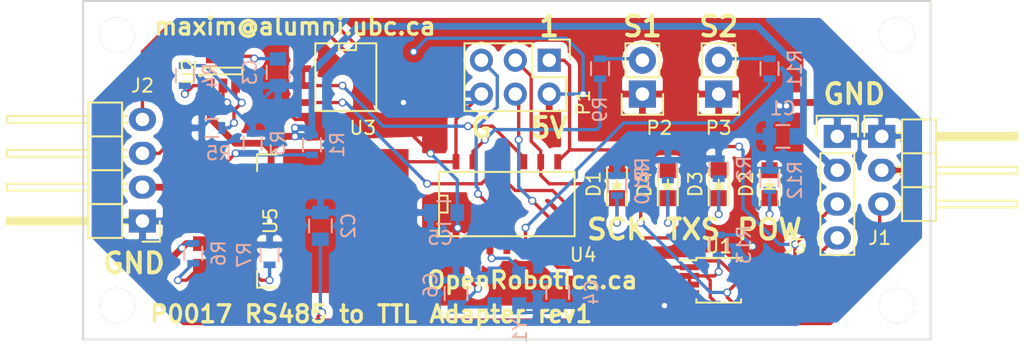
<source format=kicad_pcb>
(kicad_pcb (version 4) (host pcbnew 4.0.1-stable)

  (general
    (links 82)
    (no_connects 0)
    (area 119.934999 60.525 197.082401 97.094237)
    (thickness 1.6)
    (drawings 17)
    (tracks 386)
    (zones 0)
    (modules 39)
    (nets 29)
  )

  (page A4)
  (layers
    (0 F.Cu signal)
    (31 B.Cu signal)
    (32 B.Adhes user)
    (33 F.Adhes user)
    (34 B.Paste user)
    (35 F.Paste user)
    (36 B.SilkS user)
    (37 F.SilkS user)
    (38 B.Mask user)
    (39 F.Mask user)
    (40 Dwgs.User user)
    (41 Cmts.User user)
    (42 Eco1.User user)
    (43 Eco2.User user)
    (44 Edge.Cuts user)
    (45 Margin user)
    (46 B.CrtYd user)
    (47 F.CrtYd user)
    (48 B.Fab user hide)
    (49 F.Fab user hide)
  )

  (setup
    (last_trace_width 0.25)
    (user_trace_width 0.508)
    (trace_clearance 0.2)
    (zone_clearance 0.508)
    (zone_45_only no)
    (trace_min 0.2)
    (segment_width 0.2)
    (edge_width 0.15)
    (via_size 0.6)
    (via_drill 0.4)
    (via_min_size 0.4)
    (via_min_drill 0.3)
    (uvia_size 0.3)
    (uvia_drill 0.1)
    (uvias_allowed no)
    (uvia_min_size 0.2)
    (uvia_min_drill 0.1)
    (pcb_text_width 0.3)
    (pcb_text_size 1.5 1.5)
    (mod_edge_width 0.15)
    (mod_text_size 1 1)
    (mod_text_width 0.15)
    (pad_size 1.524 1.524)
    (pad_drill 0.762)
    (pad_to_mask_clearance 0.2)
    (aux_axis_origin 0 0)
    (grid_origin 152.4 74.93)
    (visible_elements FFFFFF7F)
    (pcbplotparams
      (layerselection 0x010fc_80000001)
      (usegerberextensions true)
      (excludeedgelayer true)
      (linewidth 0.100000)
      (plotframeref false)
      (viasonmask false)
      (mode 1)
      (useauxorigin false)
      (hpglpennumber 1)
      (hpglpenspeed 20)
      (hpglpendiameter 15)
      (hpglpenoverlay 2)
      (psnegative false)
      (psa4output false)
      (plotreference true)
      (plotvalue true)
      (plotinvisibletext false)
      (padsonsilk false)
      (subtractmaskfromsilk false)
      (outputformat 1)
      (mirror false)
      (drillshape 0)
      (scaleselection 1)
      (outputdirectory Gerbers/))
  )

  (net 0 "")
  (net 1 /12V)
  (net 2 GND)
  (net 3 /9V7)
  (net 4 "Net-(C3-Pad1)")
  (net 5 "Net-(C4-Pad1)")
  (net 6 "Net-(C6-Pad1)")
  (net 7 /RX_TTL)
  (net 8 "Net-(D1-Pad1)")
  (net 9 /5V)
  (net 10 "Net-(D2-Pad1)")
  (net 11 /TX_RS485)
  (net 12 "Net-(D3-Pad1)")
  (net 13 /MISO)
  (net 14 "Net-(D4-Pad1)")
  (net 15 /TTL_BUS)
  (net 16 /RS485+)
  (net 17 /RS485-)
  (net 18 /MOSI)
  (net 19 /~RESET)
  (net 20 "Net-(P2-Pad2)")
  (net 21 "Net-(P3-Pad2)")
  (net 22 "Net-(R1-Pad1)")
  (net 23 "Net-(R4-Pad2)")
  (net 24 "Net-(R6-Pad1)")
  (net 25 "Net-(R9-Pad2)")
  (net 26 "Net-(R11-Pad1)")
  (net 27 /TXDEN_TTL)
  (net 28 /TXDEN_RS485)

  (net_class Default "This is the default net class."
    (clearance 0.2)
    (trace_width 0.25)
    (via_dia 0.6)
    (via_drill 0.4)
    (uvia_dia 0.3)
    (uvia_drill 0.1)
    (add_net /12V)
    (add_net /5V)
    (add_net /9V7)
    (add_net /MISO)
    (add_net /MOSI)
    (add_net /RS485+)
    (add_net /RS485-)
    (add_net /RX_TTL)
    (add_net /TTL_BUS)
    (add_net /TXDEN_RS485)
    (add_net /TXDEN_TTL)
    (add_net /TX_RS485)
    (add_net /~RESET)
    (add_net GND)
    (add_net "Net-(C3-Pad1)")
    (add_net "Net-(C4-Pad1)")
    (add_net "Net-(C6-Pad1)")
    (add_net "Net-(D1-Pad1)")
    (add_net "Net-(D2-Pad1)")
    (add_net "Net-(D3-Pad1)")
    (add_net "Net-(D4-Pad1)")
    (add_net "Net-(P2-Pad2)")
    (add_net "Net-(P3-Pad2)")
    (add_net "Net-(R1-Pad1)")
    (add_net "Net-(R11-Pad1)")
    (add_net "Net-(R4-Pad2)")
    (add_net "Net-(R6-Pad1)")
    (add_net "Net-(R9-Pad2)")
  )

  (module SMD_Packages:SOIC-8-N (layer F.Cu) (tedit 0) (tstamp 5830C6C1)
    (at 146.05 69.215 270)
    (descr "Module Narrow CMS SOJ 8 pins large")
    (tags "CMS SOJ")
    (path /5830F624)
    (attr smd)
    (fp_text reference U3 (at 3.81 -1.27 360) (layer F.SilkS)
      (effects (font (size 1 1) (thickness 0.15)))
    )
    (fp_text value SN65176BDR (at 0 1.27 270) (layer F.Fab)
      (effects (font (size 1 1) (thickness 0.15)))
    )
    (fp_line (start -2.54 -2.286) (end 2.54 -2.286) (layer F.SilkS) (width 0.15))
    (fp_line (start 2.54 -2.286) (end 2.54 2.286) (layer F.SilkS) (width 0.15))
    (fp_line (start 2.54 2.286) (end -2.54 2.286) (layer F.SilkS) (width 0.15))
    (fp_line (start -2.54 2.286) (end -2.54 -2.286) (layer F.SilkS) (width 0.15))
    (fp_line (start -2.54 -0.762) (end -2.032 -0.762) (layer F.SilkS) (width 0.15))
    (fp_line (start -2.032 -0.762) (end -2.032 0.508) (layer F.SilkS) (width 0.15))
    (fp_line (start -2.032 0.508) (end -2.54 0.508) (layer F.SilkS) (width 0.15))
    (pad 8 smd rect (at -1.905 -3.175 270) (size 0.508 1.143) (layers F.Cu F.Paste F.Mask)
      (net 9 /5V))
    (pad 7 smd rect (at -0.635 -3.175 270) (size 0.508 1.143) (layers F.Cu F.Paste F.Mask)
      (net 17 /RS485-))
    (pad 6 smd rect (at 0.635 -3.175 270) (size 0.508 1.143) (layers F.Cu F.Paste F.Mask)
      (net 16 /RS485+))
    (pad 5 smd rect (at 1.905 -3.175 270) (size 0.508 1.143) (layers F.Cu F.Paste F.Mask)
      (net 2 GND))
    (pad 4 smd rect (at 1.905 3.175 270) (size 0.508 1.143) (layers F.Cu F.Paste F.Mask)
      (net 11 /TX_RS485))
    (pad 3 smd rect (at 0.635 3.175 270) (size 0.508 1.143) (layers F.Cu F.Paste F.Mask)
      (net 28 /TXDEN_RS485))
    (pad 2 smd rect (at -0.635 3.175 270) (size 0.508 1.143) (layers F.Cu F.Paste F.Mask)
      (net 28 /TXDEN_RS485))
    (pad 1 smd rect (at -1.905 3.175 270) (size 0.508 1.143) (layers F.Cu F.Paste F.Mask))
    (model SMD_Packages.3dshapes/SOIC-8-N.wrl
      (at (xyz 0 0 0))
      (scale (xyz 0.5 0.38 0.5))
      (rotate (xyz 0 0 0))
    )
  )

  (module Capacitors_SMD:C_0805 (layer B.Cu) (tedit 5415D6EA) (tstamp 5830C5F5)
    (at 178.8 73.66 180)
    (descr "Capacitor SMD 0805, reflow soldering, AVX (see smccp.pdf)")
    (tags "capacitor 0805")
    (path /56A552A1)
    (attr smd)
    (fp_text reference C1 (at 0 2.1 180) (layer B.SilkS)
      (effects (font (size 1 1) (thickness 0.15)) (justify mirror))
    )
    (fp_text value 10uF (at 0 -2.1 180) (layer B.Fab)
      (effects (font (size 1 1) (thickness 0.15)) (justify mirror))
    )
    (fp_line (start -1 -0.625) (end -1 0.625) (layer B.Fab) (width 0.15))
    (fp_line (start 1 -0.625) (end -1 -0.625) (layer B.Fab) (width 0.15))
    (fp_line (start 1 0.625) (end 1 -0.625) (layer B.Fab) (width 0.15))
    (fp_line (start -1 0.625) (end 1 0.625) (layer B.Fab) (width 0.15))
    (fp_line (start -1.8 1) (end 1.8 1) (layer B.CrtYd) (width 0.05))
    (fp_line (start -1.8 -1) (end 1.8 -1) (layer B.CrtYd) (width 0.05))
    (fp_line (start -1.8 1) (end -1.8 -1) (layer B.CrtYd) (width 0.05))
    (fp_line (start 1.8 1) (end 1.8 -1) (layer B.CrtYd) (width 0.05))
    (fp_line (start 0.5 0.85) (end -0.5 0.85) (layer B.SilkS) (width 0.15))
    (fp_line (start -0.5 -0.85) (end 0.5 -0.85) (layer B.SilkS) (width 0.15))
    (pad 1 smd rect (at -1 0 180) (size 1 1.25) (layers B.Cu B.Paste B.Mask)
      (net 1 /12V))
    (pad 2 smd rect (at 1 0 180) (size 1 1.25) (layers B.Cu B.Paste B.Mask)
      (net 2 GND))
    (model Capacitors_SMD.3dshapes/C_0805.wrl
      (at (xyz 0 0 0))
      (scale (xyz 1 1 1))
      (rotate (xyz 0 0 0))
    )
  )

  (module Capacitors_SMD:C_0805 (layer B.Cu) (tedit 5415D6EA) (tstamp 5830C5FB)
    (at 144.145 80.375 90)
    (descr "Capacitor SMD 0805, reflow soldering, AVX (see smccp.pdf)")
    (tags "capacitor 0805")
    (path /5831B2DB)
    (attr smd)
    (fp_text reference C2 (at 0 2.1 90) (layer B.SilkS)
      (effects (font (size 1 1) (thickness 0.15)) (justify mirror))
    )
    (fp_text value 10uF (at 0 -2.1 90) (layer B.Fab)
      (effects (font (size 1 1) (thickness 0.15)) (justify mirror))
    )
    (fp_line (start -1 -0.625) (end -1 0.625) (layer B.Fab) (width 0.15))
    (fp_line (start 1 -0.625) (end -1 -0.625) (layer B.Fab) (width 0.15))
    (fp_line (start 1 0.625) (end 1 -0.625) (layer B.Fab) (width 0.15))
    (fp_line (start -1 0.625) (end 1 0.625) (layer B.Fab) (width 0.15))
    (fp_line (start -1.8 1) (end 1.8 1) (layer B.CrtYd) (width 0.05))
    (fp_line (start -1.8 -1) (end 1.8 -1) (layer B.CrtYd) (width 0.05))
    (fp_line (start -1.8 1) (end -1.8 -1) (layer B.CrtYd) (width 0.05))
    (fp_line (start 1.8 1) (end 1.8 -1) (layer B.CrtYd) (width 0.05))
    (fp_line (start 0.5 0.85) (end -0.5 0.85) (layer B.SilkS) (width 0.15))
    (fp_line (start -0.5 -0.85) (end 0.5 -0.85) (layer B.SilkS) (width 0.15))
    (pad 1 smd rect (at -1 0 90) (size 1 1.25) (layers B.Cu B.Paste B.Mask)
      (net 3 /9V7))
    (pad 2 smd rect (at 1 0 90) (size 1 1.25) (layers B.Cu B.Paste B.Mask)
      (net 2 GND))
    (model Capacitors_SMD.3dshapes/C_0805.wrl
      (at (xyz 0 0 0))
      (scale (xyz 1 1 1))
      (rotate (xyz 0 0 0))
    )
  )

  (module Capacitors_SMD:C_0805 (layer B.Cu) (tedit 5415D6EA) (tstamp 5830C601)
    (at 140.97 68.85 270)
    (descr "Capacitor SMD 0805, reflow soldering, AVX (see smccp.pdf)")
    (tags "capacitor 0805")
    (path /56C98142)
    (attr smd)
    (fp_text reference C3 (at 0 2.1 270) (layer B.SilkS)
      (effects (font (size 1 1) (thickness 0.15)) (justify mirror))
    )
    (fp_text value 470pF (at 0 -2.1 270) (layer B.Fab)
      (effects (font (size 1 1) (thickness 0.15)) (justify mirror))
    )
    (fp_line (start -1 -0.625) (end -1 0.625) (layer B.Fab) (width 0.15))
    (fp_line (start 1 -0.625) (end -1 -0.625) (layer B.Fab) (width 0.15))
    (fp_line (start 1 0.625) (end 1 -0.625) (layer B.Fab) (width 0.15))
    (fp_line (start -1 0.625) (end 1 0.625) (layer B.Fab) (width 0.15))
    (fp_line (start -1.8 1) (end 1.8 1) (layer B.CrtYd) (width 0.05))
    (fp_line (start -1.8 -1) (end 1.8 -1) (layer B.CrtYd) (width 0.05))
    (fp_line (start -1.8 1) (end -1.8 -1) (layer B.CrtYd) (width 0.05))
    (fp_line (start 1.8 1) (end 1.8 -1) (layer B.CrtYd) (width 0.05))
    (fp_line (start 0.5 0.85) (end -0.5 0.85) (layer B.SilkS) (width 0.15))
    (fp_line (start -0.5 -0.85) (end 0.5 -0.85) (layer B.SilkS) (width 0.15))
    (pad 1 smd rect (at -1 0 270) (size 1 1.25) (layers B.Cu B.Paste B.Mask)
      (net 4 "Net-(C3-Pad1)"))
    (pad 2 smd rect (at 1 0 270) (size 1 1.25) (layers B.Cu B.Paste B.Mask)
      (net 2 GND))
    (model Capacitors_SMD.3dshapes/C_0805.wrl
      (at (xyz 0 0 0))
      (scale (xyz 1 1 1))
      (rotate (xyz 0 0 0))
    )
  )

  (module Capacitors_SMD:C_0805 (layer B.Cu) (tedit 5415D6EA) (tstamp 5830C607)
    (at 161.925 85.36 270)
    (descr "Capacitor SMD 0805, reflow soldering, AVX (see smccp.pdf)")
    (tags "capacitor 0805")
    (path /58314A06)
    (attr smd)
    (fp_text reference C4 (at 0 -2.54 270) (layer B.SilkS)
      (effects (font (size 1 1) (thickness 0.15)) (justify mirror))
    )
    (fp_text value 18pF (at 0 -2.1 270) (layer B.Fab)
      (effects (font (size 1 1) (thickness 0.15)) (justify mirror))
    )
    (fp_line (start -1 -0.625) (end -1 0.625) (layer B.Fab) (width 0.15))
    (fp_line (start 1 -0.625) (end -1 -0.625) (layer B.Fab) (width 0.15))
    (fp_line (start 1 0.625) (end 1 -0.625) (layer B.Fab) (width 0.15))
    (fp_line (start -1 0.625) (end 1 0.625) (layer B.Fab) (width 0.15))
    (fp_line (start -1.8 1) (end 1.8 1) (layer B.CrtYd) (width 0.05))
    (fp_line (start -1.8 -1) (end 1.8 -1) (layer B.CrtYd) (width 0.05))
    (fp_line (start -1.8 1) (end -1.8 -1) (layer B.CrtYd) (width 0.05))
    (fp_line (start 1.8 1) (end 1.8 -1) (layer B.CrtYd) (width 0.05))
    (fp_line (start 0.5 0.85) (end -0.5 0.85) (layer B.SilkS) (width 0.15))
    (fp_line (start -0.5 -0.85) (end 0.5 -0.85) (layer B.SilkS) (width 0.15))
    (pad 1 smd rect (at -1 0 270) (size 1 1.25) (layers B.Cu B.Paste B.Mask)
      (net 5 "Net-(C4-Pad1)"))
    (pad 2 smd rect (at 1 0 270) (size 1 1.25) (layers B.Cu B.Paste B.Mask)
      (net 2 GND))
    (model Capacitors_SMD.3dshapes/C_0805.wrl
      (at (xyz 0 0 0))
      (scale (xyz 1 1 1))
      (rotate (xyz 0 0 0))
    )
  )

  (module Capacitors_SMD:C_0805 (layer B.Cu) (tedit 5415D6EA) (tstamp 5830C60D)
    (at 153.4 79.375 180)
    (descr "Capacitor SMD 0805, reflow soldering, AVX (see smccp.pdf)")
    (tags "capacitor 0805")
    (path /56A55431)
    (attr smd)
    (fp_text reference C5 (at 0.27 -1.905 180) (layer B.SilkS)
      (effects (font (size 1 1) (thickness 0.15)) (justify mirror))
    )
    (fp_text value 4.7uF (at 0 -2.1 180) (layer B.Fab)
      (effects (font (size 1 1) (thickness 0.15)) (justify mirror))
    )
    (fp_line (start -1 -0.625) (end -1 0.625) (layer B.Fab) (width 0.15))
    (fp_line (start 1 -0.625) (end -1 -0.625) (layer B.Fab) (width 0.15))
    (fp_line (start 1 0.625) (end 1 -0.625) (layer B.Fab) (width 0.15))
    (fp_line (start -1 0.625) (end 1 0.625) (layer B.Fab) (width 0.15))
    (fp_line (start -1.8 1) (end 1.8 1) (layer B.CrtYd) (width 0.05))
    (fp_line (start -1.8 -1) (end 1.8 -1) (layer B.CrtYd) (width 0.05))
    (fp_line (start -1.8 1) (end -1.8 -1) (layer B.CrtYd) (width 0.05))
    (fp_line (start 1.8 1) (end 1.8 -1) (layer B.CrtYd) (width 0.05))
    (fp_line (start 0.5 0.85) (end -0.5 0.85) (layer B.SilkS) (width 0.15))
    (fp_line (start -0.5 -0.85) (end 0.5 -0.85) (layer B.SilkS) (width 0.15))
    (pad 1 smd rect (at -1 0 180) (size 1 1.25) (layers B.Cu B.Paste B.Mask)
      (net 9 /5V))
    (pad 2 smd rect (at 1 0 180) (size 1 1.25) (layers B.Cu B.Paste B.Mask)
      (net 2 GND))
    (model Capacitors_SMD.3dshapes/C_0805.wrl
      (at (xyz 0 0 0))
      (scale (xyz 1 1 1))
      (rotate (xyz 0 0 0))
    )
  )

  (module Capacitors_SMD:C_0805 (layer B.Cu) (tedit 5415D6EA) (tstamp 5830C613)
    (at 154.305 85.455 90)
    (descr "Capacitor SMD 0805, reflow soldering, AVX (see smccp.pdf)")
    (tags "capacitor 0805")
    (path /5831497D)
    (attr smd)
    (fp_text reference C6 (at 0.635 -1.905 90) (layer B.SilkS)
      (effects (font (size 1 1) (thickness 0.15)) (justify mirror))
    )
    (fp_text value 18pF (at 0 -2.1 90) (layer B.Fab)
      (effects (font (size 1 1) (thickness 0.15)) (justify mirror))
    )
    (fp_line (start -1 -0.625) (end -1 0.625) (layer B.Fab) (width 0.15))
    (fp_line (start 1 -0.625) (end -1 -0.625) (layer B.Fab) (width 0.15))
    (fp_line (start 1 0.625) (end 1 -0.625) (layer B.Fab) (width 0.15))
    (fp_line (start -1 0.625) (end 1 0.625) (layer B.Fab) (width 0.15))
    (fp_line (start -1.8 1) (end 1.8 1) (layer B.CrtYd) (width 0.05))
    (fp_line (start -1.8 -1) (end 1.8 -1) (layer B.CrtYd) (width 0.05))
    (fp_line (start -1.8 1) (end -1.8 -1) (layer B.CrtYd) (width 0.05))
    (fp_line (start 1.8 1) (end 1.8 -1) (layer B.CrtYd) (width 0.05))
    (fp_line (start 0.5 0.85) (end -0.5 0.85) (layer B.SilkS) (width 0.15))
    (fp_line (start -0.5 -0.85) (end 0.5 -0.85) (layer B.SilkS) (width 0.15))
    (pad 1 smd rect (at -1 0 90) (size 1 1.25) (layers B.Cu B.Paste B.Mask)
      (net 6 "Net-(C6-Pad1)"))
    (pad 2 smd rect (at 1 0 90) (size 1 1.25) (layers B.Cu B.Paste B.Mask)
      (net 2 GND))
    (model Capacitors_SMD.3dshapes/C_0805.wrl
      (at (xyz 0 0 0))
      (scale (xyz 1 1 1))
      (rotate (xyz 0 0 0))
    )
  )

  (module LEDs:LED_0805 (layer F.Cu) (tedit 55BDE1C2) (tstamp 5830C619)
    (at 166.37 77.24902 90)
    (descr "LED 0805 smd package")
    (tags "LED 0805 SMD")
    (path /56A60961)
    (attr smd)
    (fp_text reference D1 (at 0 -1.75 90) (layer F.SilkS)
      (effects (font (size 1 1) (thickness 0.15)))
    )
    (fp_text value LTST-C170KFKT (at 0 1.75 90) (layer F.Fab)
      (effects (font (size 1 1) (thickness 0.15)))
    )
    (fp_line (start -0.4 -0.3) (end -0.4 0.3) (layer F.Fab) (width 0.15))
    (fp_line (start -0.3 0) (end 0 -0.3) (layer F.Fab) (width 0.15))
    (fp_line (start 0 0.3) (end -0.3 0) (layer F.Fab) (width 0.15))
    (fp_line (start 0 -0.3) (end 0 0.3) (layer F.Fab) (width 0.15))
    (fp_line (start 1 -0.6) (end -1 -0.6) (layer F.Fab) (width 0.15))
    (fp_line (start 1 0.6) (end 1 -0.6) (layer F.Fab) (width 0.15))
    (fp_line (start -1 0.6) (end 1 0.6) (layer F.Fab) (width 0.15))
    (fp_line (start -1 -0.6) (end -1 0.6) (layer F.Fab) (width 0.15))
    (fp_line (start -1.6 0.75) (end 1.1 0.75) (layer F.SilkS) (width 0.15))
    (fp_line (start -1.6 -0.75) (end 1.1 -0.75) (layer F.SilkS) (width 0.15))
    (fp_line (start -0.1 0.15) (end -0.1 -0.1) (layer F.SilkS) (width 0.15))
    (fp_line (start -0.1 -0.1) (end -0.25 0.05) (layer F.SilkS) (width 0.15))
    (fp_line (start -0.35 -0.35) (end -0.35 0.35) (layer F.SilkS) (width 0.15))
    (fp_line (start 0 0) (end 0.35 0) (layer F.SilkS) (width 0.15))
    (fp_line (start -0.35 0) (end 0 -0.35) (layer F.SilkS) (width 0.15))
    (fp_line (start 0 -0.35) (end 0 0.35) (layer F.SilkS) (width 0.15))
    (fp_line (start 0 0.35) (end -0.35 0) (layer F.SilkS) (width 0.15))
    (fp_line (start 1.9 -0.95) (end 1.9 0.95) (layer F.CrtYd) (width 0.05))
    (fp_line (start 1.9 0.95) (end -1.9 0.95) (layer F.CrtYd) (width 0.05))
    (fp_line (start -1.9 0.95) (end -1.9 -0.95) (layer F.CrtYd) (width 0.05))
    (fp_line (start -1.9 -0.95) (end 1.9 -0.95) (layer F.CrtYd) (width 0.05))
    (pad 2 smd rect (at 1.04902 0 270) (size 1.19888 1.19888) (layers F.Cu F.Paste F.Mask)
      (net 7 /RX_TTL))
    (pad 1 smd rect (at -1.04902 0 270) (size 1.19888 1.19888) (layers F.Cu F.Paste F.Mask)
      (net 8 "Net-(D1-Pad1)"))
    (model LEDs.3dshapes/LED_0805.wrl
      (at (xyz 0 0 0))
      (scale (xyz 1 1 1))
      (rotate (xyz 0 0 0))
    )
  )

  (module LEDs:LED_0805 (layer F.Cu) (tedit 55BDE1C2) (tstamp 5830C61F)
    (at 177.8 77.24902 90)
    (descr "LED 0805 smd package")
    (tags "LED 0805 SMD")
    (path /56A60844)
    (attr smd)
    (fp_text reference D2 (at 0 -1.75 90) (layer F.SilkS)
      (effects (font (size 1 1) (thickness 0.15)))
    )
    (fp_text value LTST-C170KGKT (at 0 1.75 90) (layer F.Fab)
      (effects (font (size 1 1) (thickness 0.15)))
    )
    (fp_line (start -0.4 -0.3) (end -0.4 0.3) (layer F.Fab) (width 0.15))
    (fp_line (start -0.3 0) (end 0 -0.3) (layer F.Fab) (width 0.15))
    (fp_line (start 0 0.3) (end -0.3 0) (layer F.Fab) (width 0.15))
    (fp_line (start 0 -0.3) (end 0 0.3) (layer F.Fab) (width 0.15))
    (fp_line (start 1 -0.6) (end -1 -0.6) (layer F.Fab) (width 0.15))
    (fp_line (start 1 0.6) (end 1 -0.6) (layer F.Fab) (width 0.15))
    (fp_line (start -1 0.6) (end 1 0.6) (layer F.Fab) (width 0.15))
    (fp_line (start -1 -0.6) (end -1 0.6) (layer F.Fab) (width 0.15))
    (fp_line (start -1.6 0.75) (end 1.1 0.75) (layer F.SilkS) (width 0.15))
    (fp_line (start -1.6 -0.75) (end 1.1 -0.75) (layer F.SilkS) (width 0.15))
    (fp_line (start -0.1 0.15) (end -0.1 -0.1) (layer F.SilkS) (width 0.15))
    (fp_line (start -0.1 -0.1) (end -0.25 0.05) (layer F.SilkS) (width 0.15))
    (fp_line (start -0.35 -0.35) (end -0.35 0.35) (layer F.SilkS) (width 0.15))
    (fp_line (start 0 0) (end 0.35 0) (layer F.SilkS) (width 0.15))
    (fp_line (start -0.35 0) (end 0 -0.35) (layer F.SilkS) (width 0.15))
    (fp_line (start 0 -0.35) (end 0 0.35) (layer F.SilkS) (width 0.15))
    (fp_line (start 0 0.35) (end -0.35 0) (layer F.SilkS) (width 0.15))
    (fp_line (start 1.9 -0.95) (end 1.9 0.95) (layer F.CrtYd) (width 0.05))
    (fp_line (start 1.9 0.95) (end -1.9 0.95) (layer F.CrtYd) (width 0.05))
    (fp_line (start -1.9 0.95) (end -1.9 -0.95) (layer F.CrtYd) (width 0.05))
    (fp_line (start -1.9 -0.95) (end 1.9 -0.95) (layer F.CrtYd) (width 0.05))
    (pad 2 smd rect (at 1.04902 0 270) (size 1.19888 1.19888) (layers F.Cu F.Paste F.Mask)
      (net 9 /5V))
    (pad 1 smd rect (at -1.04902 0 270) (size 1.19888 1.19888) (layers F.Cu F.Paste F.Mask)
      (net 10 "Net-(D2-Pad1)"))
    (model LEDs.3dshapes/LED_0805.wrl
      (at (xyz 0 0 0))
      (scale (xyz 1 1 1))
      (rotate (xyz 0 0 0))
    )
  )

  (module LEDs:LED_0805 (layer F.Cu) (tedit 55BDE1C2) (tstamp 5830C625)
    (at 173.99 77.24902 90)
    (descr "LED 0805 smd package")
    (tags "LED 0805 SMD")
    (path /58318FDA)
    (attr smd)
    (fp_text reference D3 (at 0 -1.75 90) (layer F.SilkS)
      (effects (font (size 1 1) (thickness 0.15)))
    )
    (fp_text value LTST-C170KFKT (at 0 1.75 90) (layer F.Fab)
      (effects (font (size 1 1) (thickness 0.15)))
    )
    (fp_line (start -0.4 -0.3) (end -0.4 0.3) (layer F.Fab) (width 0.15))
    (fp_line (start -0.3 0) (end 0 -0.3) (layer F.Fab) (width 0.15))
    (fp_line (start 0 0.3) (end -0.3 0) (layer F.Fab) (width 0.15))
    (fp_line (start 0 -0.3) (end 0 0.3) (layer F.Fab) (width 0.15))
    (fp_line (start 1 -0.6) (end -1 -0.6) (layer F.Fab) (width 0.15))
    (fp_line (start 1 0.6) (end 1 -0.6) (layer F.Fab) (width 0.15))
    (fp_line (start -1 0.6) (end 1 0.6) (layer F.Fab) (width 0.15))
    (fp_line (start -1 -0.6) (end -1 0.6) (layer F.Fab) (width 0.15))
    (fp_line (start -1.6 0.75) (end 1.1 0.75) (layer F.SilkS) (width 0.15))
    (fp_line (start -1.6 -0.75) (end 1.1 -0.75) (layer F.SilkS) (width 0.15))
    (fp_line (start -0.1 0.15) (end -0.1 -0.1) (layer F.SilkS) (width 0.15))
    (fp_line (start -0.1 -0.1) (end -0.25 0.05) (layer F.SilkS) (width 0.15))
    (fp_line (start -0.35 -0.35) (end -0.35 0.35) (layer F.SilkS) (width 0.15))
    (fp_line (start 0 0) (end 0.35 0) (layer F.SilkS) (width 0.15))
    (fp_line (start -0.35 0) (end 0 -0.35) (layer F.SilkS) (width 0.15))
    (fp_line (start 0 -0.35) (end 0 0.35) (layer F.SilkS) (width 0.15))
    (fp_line (start 0 0.35) (end -0.35 0) (layer F.SilkS) (width 0.15))
    (fp_line (start 1.9 -0.95) (end 1.9 0.95) (layer F.CrtYd) (width 0.05))
    (fp_line (start 1.9 0.95) (end -1.9 0.95) (layer F.CrtYd) (width 0.05))
    (fp_line (start -1.9 0.95) (end -1.9 -0.95) (layer F.CrtYd) (width 0.05))
    (fp_line (start -1.9 -0.95) (end 1.9 -0.95) (layer F.CrtYd) (width 0.05))
    (pad 2 smd rect (at 1.04902 0 270) (size 1.19888 1.19888) (layers F.Cu F.Paste F.Mask)
      (net 11 /TX_RS485))
    (pad 1 smd rect (at -1.04902 0 270) (size 1.19888 1.19888) (layers F.Cu F.Paste F.Mask)
      (net 12 "Net-(D3-Pad1)"))
    (model LEDs.3dshapes/LED_0805.wrl
      (at (xyz 0 0 0))
      (scale (xyz 1 1 1))
      (rotate (xyz 0 0 0))
    )
  )

  (module LEDs:LED_0805 (layer F.Cu) (tedit 55BDE1C2) (tstamp 5830C62B)
    (at 170.18 77.24902 90)
    (descr "LED 0805 smd package")
    (tags "LED 0805 SMD")
    (path /583191D4)
    (attr smd)
    (fp_text reference D4 (at 0 -1.75 90) (layer F.SilkS)
      (effects (font (size 1 1) (thickness 0.15)))
    )
    (fp_text value LTST-C170KFKT (at 0 1.75 90) (layer F.Fab)
      (effects (font (size 1 1) (thickness 0.15)))
    )
    (fp_line (start -0.4 -0.3) (end -0.4 0.3) (layer F.Fab) (width 0.15))
    (fp_line (start -0.3 0) (end 0 -0.3) (layer F.Fab) (width 0.15))
    (fp_line (start 0 0.3) (end -0.3 0) (layer F.Fab) (width 0.15))
    (fp_line (start 0 -0.3) (end 0 0.3) (layer F.Fab) (width 0.15))
    (fp_line (start 1 -0.6) (end -1 -0.6) (layer F.Fab) (width 0.15))
    (fp_line (start 1 0.6) (end 1 -0.6) (layer F.Fab) (width 0.15))
    (fp_line (start -1 0.6) (end 1 0.6) (layer F.Fab) (width 0.15))
    (fp_line (start -1 -0.6) (end -1 0.6) (layer F.Fab) (width 0.15))
    (fp_line (start -1.6 0.75) (end 1.1 0.75) (layer F.SilkS) (width 0.15))
    (fp_line (start -1.6 -0.75) (end 1.1 -0.75) (layer F.SilkS) (width 0.15))
    (fp_line (start -0.1 0.15) (end -0.1 -0.1) (layer F.SilkS) (width 0.15))
    (fp_line (start -0.1 -0.1) (end -0.25 0.05) (layer F.SilkS) (width 0.15))
    (fp_line (start -0.35 -0.35) (end -0.35 0.35) (layer F.SilkS) (width 0.15))
    (fp_line (start 0 0) (end 0.35 0) (layer F.SilkS) (width 0.15))
    (fp_line (start -0.35 0) (end 0 -0.35) (layer F.SilkS) (width 0.15))
    (fp_line (start 0 -0.35) (end 0 0.35) (layer F.SilkS) (width 0.15))
    (fp_line (start 0 0.35) (end -0.35 0) (layer F.SilkS) (width 0.15))
    (fp_line (start 1.9 -0.95) (end 1.9 0.95) (layer F.CrtYd) (width 0.05))
    (fp_line (start 1.9 0.95) (end -1.9 0.95) (layer F.CrtYd) (width 0.05))
    (fp_line (start -1.9 0.95) (end -1.9 -0.95) (layer F.CrtYd) (width 0.05))
    (fp_line (start -1.9 -0.95) (end 1.9 -0.95) (layer F.CrtYd) (width 0.05))
    (pad 2 smd rect (at 1.04902 0 270) (size 1.19888 1.19888) (layers F.Cu F.Paste F.Mask)
      (net 13 /MISO))
    (pad 1 smd rect (at -1.04902 0 270) (size 1.19888 1.19888) (layers F.Cu F.Paste F.Mask)
      (net 14 "Net-(D4-Pad1)"))
    (model LEDs.3dshapes/LED_0805.wrl
      (at (xyz 0 0 0))
      (scale (xyz 1 1 1))
      (rotate (xyz 0 0 0))
    )
  )

  (module Pin_Headers:Pin_Header_Angled_1x03 (layer F.Cu) (tedit 0) (tstamp 5830C632)
    (at 186.2074 73.66)
    (descr "Through hole pin header")
    (tags "pin header")
    (path /5831FE7E)
    (fp_text reference J1 (at -0.1524 7.62) (layer F.SilkS)
      (effects (font (size 1 1) (thickness 0.15)))
    )
    (fp_text value 22-05-7035 (at 0 -3.1) (layer F.Fab)
      (effects (font (size 1 1) (thickness 0.15)))
    )
    (fp_line (start -1.5 -1.75) (end -1.5 6.85) (layer F.CrtYd) (width 0.05))
    (fp_line (start 10.65 -1.75) (end 10.65 6.85) (layer F.CrtYd) (width 0.05))
    (fp_line (start -1.5 -1.75) (end 10.65 -1.75) (layer F.CrtYd) (width 0.05))
    (fp_line (start -1.5 6.85) (end 10.65 6.85) (layer F.CrtYd) (width 0.05))
    (fp_line (start -1.3 -1.55) (end -1.3 0) (layer F.SilkS) (width 0.15))
    (fp_line (start 0 -1.55) (end -1.3 -1.55) (layer F.SilkS) (width 0.15))
    (fp_line (start 4.191 -0.127) (end 10.033 -0.127) (layer F.SilkS) (width 0.15))
    (fp_line (start 10.033 -0.127) (end 10.033 0.127) (layer F.SilkS) (width 0.15))
    (fp_line (start 10.033 0.127) (end 4.191 0.127) (layer F.SilkS) (width 0.15))
    (fp_line (start 4.191 0.127) (end 4.191 0) (layer F.SilkS) (width 0.15))
    (fp_line (start 4.191 0) (end 10.033 0) (layer F.SilkS) (width 0.15))
    (fp_line (start 1.524 -0.254) (end 1.143 -0.254) (layer F.SilkS) (width 0.15))
    (fp_line (start 1.524 0.254) (end 1.143 0.254) (layer F.SilkS) (width 0.15))
    (fp_line (start 1.524 2.286) (end 1.143 2.286) (layer F.SilkS) (width 0.15))
    (fp_line (start 1.524 2.794) (end 1.143 2.794) (layer F.SilkS) (width 0.15))
    (fp_line (start 1.524 4.826) (end 1.143 4.826) (layer F.SilkS) (width 0.15))
    (fp_line (start 1.524 5.334) (end 1.143 5.334) (layer F.SilkS) (width 0.15))
    (fp_line (start 4.064 1.27) (end 4.064 -1.27) (layer F.SilkS) (width 0.15))
    (fp_line (start 10.16 0.254) (end 4.064 0.254) (layer F.SilkS) (width 0.15))
    (fp_line (start 10.16 -0.254) (end 10.16 0.254) (layer F.SilkS) (width 0.15))
    (fp_line (start 4.064 -0.254) (end 10.16 -0.254) (layer F.SilkS) (width 0.15))
    (fp_line (start 1.524 1.27) (end 4.064 1.27) (layer F.SilkS) (width 0.15))
    (fp_line (start 1.524 -1.27) (end 1.524 1.27) (layer F.SilkS) (width 0.15))
    (fp_line (start 1.524 -1.27) (end 4.064 -1.27) (layer F.SilkS) (width 0.15))
    (fp_line (start 1.524 3.81) (end 4.064 3.81) (layer F.SilkS) (width 0.15))
    (fp_line (start 1.524 3.81) (end 1.524 6.35) (layer F.SilkS) (width 0.15))
    (fp_line (start 4.064 4.826) (end 10.16 4.826) (layer F.SilkS) (width 0.15))
    (fp_line (start 10.16 4.826) (end 10.16 5.334) (layer F.SilkS) (width 0.15))
    (fp_line (start 10.16 5.334) (end 4.064 5.334) (layer F.SilkS) (width 0.15))
    (fp_line (start 4.064 6.35) (end 4.064 3.81) (layer F.SilkS) (width 0.15))
    (fp_line (start 4.064 3.81) (end 4.064 1.27) (layer F.SilkS) (width 0.15))
    (fp_line (start 10.16 2.794) (end 4.064 2.794) (layer F.SilkS) (width 0.15))
    (fp_line (start 10.16 2.286) (end 10.16 2.794) (layer F.SilkS) (width 0.15))
    (fp_line (start 4.064 2.286) (end 10.16 2.286) (layer F.SilkS) (width 0.15))
    (fp_line (start 1.524 3.81) (end 4.064 3.81) (layer F.SilkS) (width 0.15))
    (fp_line (start 1.524 1.27) (end 1.524 3.81) (layer F.SilkS) (width 0.15))
    (fp_line (start 1.524 1.27) (end 4.064 1.27) (layer F.SilkS) (width 0.15))
    (fp_line (start 1.524 6.35) (end 4.064 6.35) (layer F.SilkS) (width 0.15))
    (pad 1 thru_hole rect (at 0 0) (size 2.032 1.7272) (drill 1.016) (layers *.Cu *.Mask)
      (net 2 GND))
    (pad 2 thru_hole oval (at 0 2.54) (size 2.032 1.7272) (drill 1.016) (layers *.Cu *.Mask)
      (net 3 /9V7))
    (pad 3 thru_hole oval (at 0 5.08) (size 2.032 1.7272) (drill 1.016) (layers *.Cu *.Mask)
      (net 15 /TTL_BUS))
    (model Pin_Headers.3dshapes/Pin_Header_Angled_1x03.wrl
      (at (xyz 0 -0.1 0))
      (scale (xyz 1 1 1))
      (rotate (xyz 0 0 90))
    )
  )

  (module Pin_Headers:Pin_Header_Angled_1x04 (layer F.Cu) (tedit 0) (tstamp 5830C63A)
    (at 130.81 80.01 180)
    (descr "Through hole pin header")
    (tags "pin header")
    (path /5830C926)
    (fp_text reference J2 (at 0 10.16 180) (layer F.SilkS)
      (effects (font (size 1 1) (thickness 0.15)))
    )
    (fp_text value 22-05-7045 (at 0 -3.1 180) (layer F.Fab)
      (effects (font (size 1 1) (thickness 0.15)))
    )
    (fp_line (start -1.5 -1.75) (end -1.5 9.4) (layer F.CrtYd) (width 0.05))
    (fp_line (start 10.65 -1.75) (end 10.65 9.4) (layer F.CrtYd) (width 0.05))
    (fp_line (start -1.5 -1.75) (end 10.65 -1.75) (layer F.CrtYd) (width 0.05))
    (fp_line (start -1.5 9.4) (end 10.65 9.4) (layer F.CrtYd) (width 0.05))
    (fp_line (start -1.3 -1.55) (end -1.3 0) (layer F.SilkS) (width 0.15))
    (fp_line (start 0 -1.55) (end -1.3 -1.55) (layer F.SilkS) (width 0.15))
    (fp_line (start 4.191 -0.127) (end 10.033 -0.127) (layer F.SilkS) (width 0.15))
    (fp_line (start 10.033 -0.127) (end 10.033 0.127) (layer F.SilkS) (width 0.15))
    (fp_line (start 10.033 0.127) (end 4.191 0.127) (layer F.SilkS) (width 0.15))
    (fp_line (start 4.191 0.127) (end 4.191 0) (layer F.SilkS) (width 0.15))
    (fp_line (start 4.191 0) (end 10.033 0) (layer F.SilkS) (width 0.15))
    (fp_line (start 1.524 -0.254) (end 1.143 -0.254) (layer F.SilkS) (width 0.15))
    (fp_line (start 1.524 0.254) (end 1.143 0.254) (layer F.SilkS) (width 0.15))
    (fp_line (start 1.524 2.286) (end 1.143 2.286) (layer F.SilkS) (width 0.15))
    (fp_line (start 1.524 2.794) (end 1.143 2.794) (layer F.SilkS) (width 0.15))
    (fp_line (start 1.524 4.826) (end 1.143 4.826) (layer F.SilkS) (width 0.15))
    (fp_line (start 1.524 5.334) (end 1.143 5.334) (layer F.SilkS) (width 0.15))
    (fp_line (start 1.524 7.874) (end 1.143 7.874) (layer F.SilkS) (width 0.15))
    (fp_line (start 1.524 7.366) (end 1.143 7.366) (layer F.SilkS) (width 0.15))
    (fp_line (start 1.524 -1.27) (end 4.064 -1.27) (layer F.SilkS) (width 0.15))
    (fp_line (start 1.524 1.27) (end 4.064 1.27) (layer F.SilkS) (width 0.15))
    (fp_line (start 1.524 1.27) (end 1.524 3.81) (layer F.SilkS) (width 0.15))
    (fp_line (start 1.524 3.81) (end 4.064 3.81) (layer F.SilkS) (width 0.15))
    (fp_line (start 4.064 2.286) (end 10.16 2.286) (layer F.SilkS) (width 0.15))
    (fp_line (start 10.16 2.286) (end 10.16 2.794) (layer F.SilkS) (width 0.15))
    (fp_line (start 10.16 2.794) (end 4.064 2.794) (layer F.SilkS) (width 0.15))
    (fp_line (start 4.064 3.81) (end 4.064 1.27) (layer F.SilkS) (width 0.15))
    (fp_line (start 4.064 1.27) (end 4.064 -1.27) (layer F.SilkS) (width 0.15))
    (fp_line (start 10.16 0.254) (end 4.064 0.254) (layer F.SilkS) (width 0.15))
    (fp_line (start 10.16 -0.254) (end 10.16 0.254) (layer F.SilkS) (width 0.15))
    (fp_line (start 4.064 -0.254) (end 10.16 -0.254) (layer F.SilkS) (width 0.15))
    (fp_line (start 1.524 1.27) (end 4.064 1.27) (layer F.SilkS) (width 0.15))
    (fp_line (start 1.524 -1.27) (end 1.524 1.27) (layer F.SilkS) (width 0.15))
    (fp_line (start 1.524 6.35) (end 4.064 6.35) (layer F.SilkS) (width 0.15))
    (fp_line (start 1.524 6.35) (end 1.524 8.89) (layer F.SilkS) (width 0.15))
    (fp_line (start 1.524 8.89) (end 4.064 8.89) (layer F.SilkS) (width 0.15))
    (fp_line (start 4.064 7.366) (end 10.16 7.366) (layer F.SilkS) (width 0.15))
    (fp_line (start 10.16 7.366) (end 10.16 7.874) (layer F.SilkS) (width 0.15))
    (fp_line (start 10.16 7.874) (end 4.064 7.874) (layer F.SilkS) (width 0.15))
    (fp_line (start 4.064 8.89) (end 4.064 6.35) (layer F.SilkS) (width 0.15))
    (fp_line (start 4.064 6.35) (end 4.064 3.81) (layer F.SilkS) (width 0.15))
    (fp_line (start 10.16 5.334) (end 4.064 5.334) (layer F.SilkS) (width 0.15))
    (fp_line (start 10.16 4.826) (end 10.16 5.334) (layer F.SilkS) (width 0.15))
    (fp_line (start 4.064 4.826) (end 10.16 4.826) (layer F.SilkS) (width 0.15))
    (fp_line (start 1.524 6.35) (end 4.064 6.35) (layer F.SilkS) (width 0.15))
    (fp_line (start 1.524 3.81) (end 1.524 6.35) (layer F.SilkS) (width 0.15))
    (fp_line (start 1.524 3.81) (end 4.064 3.81) (layer F.SilkS) (width 0.15))
    (pad 1 thru_hole rect (at 0 0 180) (size 2.032 1.7272) (drill 1.016) (layers *.Cu *.Mask)
      (net 2 GND))
    (pad 2 thru_hole oval (at 0 2.54 180) (size 2.032 1.7272) (drill 1.016) (layers *.Cu *.Mask)
      (net 1 /12V))
    (pad 3 thru_hole oval (at 0 5.08 180) (size 2.032 1.7272) (drill 1.016) (layers *.Cu *.Mask)
      (net 16 /RS485+))
    (pad 4 thru_hole oval (at 0 7.62 180) (size 2.032 1.7272) (drill 1.016) (layers *.Cu *.Mask)
      (net 17 /RS485-))
    (model Pin_Headers.3dshapes/Pin_Header_Angled_1x04.wrl
      (at (xyz 0 -0.15 0))
      (scale (xyz 1 1 1))
      (rotate (xyz 0 0 90))
    )
  )

  (module Pin_Headers:Pin_Header_Straight_1x04 (layer F.Cu) (tedit 0) (tstamp 5830C642)
    (at 182.88 73.66)
    (descr "Through hole pin header")
    (tags "pin header")
    (path /56A5514A)
    (fp_text reference J5 (at -3.175 8.255) (layer F.SilkS)
      (effects (font (size 1 1) (thickness 0.15)))
    )
    (fp_text value CONN_01X04 (at 0 -3.1) (layer F.Fab)
      (effects (font (size 1 1) (thickness 0.15)))
    )
    (fp_line (start -1.75 -1.75) (end -1.75 9.4) (layer F.CrtYd) (width 0.05))
    (fp_line (start 1.75 -1.75) (end 1.75 9.4) (layer F.CrtYd) (width 0.05))
    (fp_line (start -1.75 -1.75) (end 1.75 -1.75) (layer F.CrtYd) (width 0.05))
    (fp_line (start -1.75 9.4) (end 1.75 9.4) (layer F.CrtYd) (width 0.05))
    (fp_line (start -1.27 1.27) (end -1.27 8.89) (layer F.SilkS) (width 0.15))
    (fp_line (start 1.27 1.27) (end 1.27 8.89) (layer F.SilkS) (width 0.15))
    (fp_line (start 1.55 -1.55) (end 1.55 0) (layer F.SilkS) (width 0.15))
    (fp_line (start -1.27 8.89) (end 1.27 8.89) (layer F.SilkS) (width 0.15))
    (fp_line (start 1.27 1.27) (end -1.27 1.27) (layer F.SilkS) (width 0.15))
    (fp_line (start -1.55 0) (end -1.55 -1.55) (layer F.SilkS) (width 0.15))
    (fp_line (start -1.55 -1.55) (end 1.55 -1.55) (layer F.SilkS) (width 0.15))
    (pad 1 thru_hole rect (at 0 0) (size 2.032 1.7272) (drill 1.016) (layers *.Cu *.Mask)
      (net 2 GND))
    (pad 2 thru_hole oval (at 0 2.54) (size 2.032 1.7272) (drill 1.016) (layers *.Cu *.Mask)
      (net 1 /12V))
    (pad 3 thru_hole oval (at 0 5.08) (size 2.032 1.7272) (drill 1.016) (layers *.Cu *.Mask)
      (net 13 /MISO))
    (pad 4 thru_hole oval (at 0 7.62) (size 2.032 1.7272) (drill 1.016) (layers *.Cu *.Mask)
      (net 7 /RX_TTL))
    (model Pin_Headers.3dshapes/Pin_Header_Straight_1x04.wrl
      (at (xyz 0 -0.15 0))
      (scale (xyz 1 1 1))
      (rotate (xyz 0 0 90))
    )
  )

  (module Pin_Headers:Pin_Header_Straight_2x03 (layer F.Cu) (tedit 54EA0A4B) (tstamp 5830C64C)
    (at 161.29 67.945 270)
    (descr "Through hole pin header")
    (tags "pin header")
    (path /56A5A4C1)
    (fp_text reference P1 (at 3.175 -2.54 270) (layer F.SilkS)
      (effects (font (size 1 1) (thickness 0.15)))
    )
    (fp_text value CONN_02X03 (at 0 -3.1 270) (layer F.Fab)
      (effects (font (size 1 1) (thickness 0.15)))
    )
    (fp_line (start -1.27 1.27) (end -1.27 6.35) (layer F.SilkS) (width 0.15))
    (fp_line (start -1.55 -1.55) (end 0 -1.55) (layer F.SilkS) (width 0.15))
    (fp_line (start -1.75 -1.75) (end -1.75 6.85) (layer F.CrtYd) (width 0.05))
    (fp_line (start 4.3 -1.75) (end 4.3 6.85) (layer F.CrtYd) (width 0.05))
    (fp_line (start -1.75 -1.75) (end 4.3 -1.75) (layer F.CrtYd) (width 0.05))
    (fp_line (start -1.75 6.85) (end 4.3 6.85) (layer F.CrtYd) (width 0.05))
    (fp_line (start 1.27 -1.27) (end 1.27 1.27) (layer F.SilkS) (width 0.15))
    (fp_line (start 1.27 1.27) (end -1.27 1.27) (layer F.SilkS) (width 0.15))
    (fp_line (start -1.27 6.35) (end 3.81 6.35) (layer F.SilkS) (width 0.15))
    (fp_line (start 3.81 6.35) (end 3.81 1.27) (layer F.SilkS) (width 0.15))
    (fp_line (start -1.55 -1.55) (end -1.55 0) (layer F.SilkS) (width 0.15))
    (fp_line (start 3.81 -1.27) (end 1.27 -1.27) (layer F.SilkS) (width 0.15))
    (fp_line (start 3.81 1.27) (end 3.81 -1.27) (layer F.SilkS) (width 0.15))
    (pad 1 thru_hole rect (at 0 0 270) (size 1.7272 1.7272) (drill 1.016) (layers *.Cu *.Mask)
      (net 13 /MISO))
    (pad 2 thru_hole oval (at 2.54 0 270) (size 1.7272 1.7272) (drill 1.016) (layers *.Cu *.Mask)
      (net 9 /5V))
    (pad 3 thru_hole oval (at 0 2.54 270) (size 1.7272 1.7272) (drill 1.016) (layers *.Cu *.Mask)
      (net 7 /RX_TTL))
    (pad 4 thru_hole oval (at 2.54 2.54 270) (size 1.7272 1.7272) (drill 1.016) (layers *.Cu *.Mask)
      (net 18 /MOSI))
    (pad 5 thru_hole oval (at 0 5.08 270) (size 1.7272 1.7272) (drill 1.016) (layers *.Cu *.Mask)
      (net 19 /~RESET))
    (pad 6 thru_hole oval (at 2.54 5.08 270) (size 1.7272 1.7272) (drill 1.016) (layers *.Cu *.Mask)
      (net 2 GND))
    (model Pin_Headers.3dshapes/Pin_Header_Straight_2x03.wrl
      (at (xyz 0.05 -0.1 0))
      (scale (xyz 1 1 1))
      (rotate (xyz 0 0 90))
    )
  )

  (module Pin_Headers:Pin_Header_Straight_1x02 (layer F.Cu) (tedit 54EA090C) (tstamp 5830C652)
    (at 168.275 70.485 180)
    (descr "Through hole pin header")
    (tags "pin header")
    (path /5831A53C)
    (fp_text reference P2 (at -1.27 -2.54 180) (layer F.SilkS)
      (effects (font (size 1 1) (thickness 0.15)))
    )
    (fp_text value CONN_01X02 (at 0 -3.1 180) (layer F.Fab)
      (effects (font (size 1 1) (thickness 0.15)))
    )
    (fp_line (start 1.27 1.27) (end 1.27 3.81) (layer F.SilkS) (width 0.15))
    (fp_line (start 1.55 -1.55) (end 1.55 0) (layer F.SilkS) (width 0.15))
    (fp_line (start -1.75 -1.75) (end -1.75 4.3) (layer F.CrtYd) (width 0.05))
    (fp_line (start 1.75 -1.75) (end 1.75 4.3) (layer F.CrtYd) (width 0.05))
    (fp_line (start -1.75 -1.75) (end 1.75 -1.75) (layer F.CrtYd) (width 0.05))
    (fp_line (start -1.75 4.3) (end 1.75 4.3) (layer F.CrtYd) (width 0.05))
    (fp_line (start 1.27 1.27) (end -1.27 1.27) (layer F.SilkS) (width 0.15))
    (fp_line (start -1.55 0) (end -1.55 -1.55) (layer F.SilkS) (width 0.15))
    (fp_line (start -1.55 -1.55) (end 1.55 -1.55) (layer F.SilkS) (width 0.15))
    (fp_line (start -1.27 1.27) (end -1.27 3.81) (layer F.SilkS) (width 0.15))
    (fp_line (start -1.27 3.81) (end 1.27 3.81) (layer F.SilkS) (width 0.15))
    (pad 1 thru_hole rect (at 0 0 180) (size 2.032 2.032) (drill 1.016) (layers *.Cu *.Mask)
      (net 9 /5V))
    (pad 2 thru_hole oval (at 0 2.54 180) (size 2.032 2.032) (drill 1.016) (layers *.Cu *.Mask)
      (net 20 "Net-(P2-Pad2)"))
    (model Pin_Headers.3dshapes/Pin_Header_Straight_1x02.wrl
      (at (xyz 0 -0.05 0))
      (scale (xyz 1 1 1))
      (rotate (xyz 0 0 90))
    )
  )

  (module Pin_Headers:Pin_Header_Straight_1x02 (layer F.Cu) (tedit 54EA090C) (tstamp 5830C658)
    (at 173.99 70.485 180)
    (descr "Through hole pin header")
    (tags "pin header")
    (path /5831A665)
    (fp_text reference P3 (at 0 -2.54 180) (layer F.SilkS)
      (effects (font (size 1 1) (thickness 0.15)))
    )
    (fp_text value CONN_01X02 (at 0 -3.1 180) (layer F.Fab)
      (effects (font (size 1 1) (thickness 0.15)))
    )
    (fp_line (start 1.27 1.27) (end 1.27 3.81) (layer F.SilkS) (width 0.15))
    (fp_line (start 1.55 -1.55) (end 1.55 0) (layer F.SilkS) (width 0.15))
    (fp_line (start -1.75 -1.75) (end -1.75 4.3) (layer F.CrtYd) (width 0.05))
    (fp_line (start 1.75 -1.75) (end 1.75 4.3) (layer F.CrtYd) (width 0.05))
    (fp_line (start -1.75 -1.75) (end 1.75 -1.75) (layer F.CrtYd) (width 0.05))
    (fp_line (start -1.75 4.3) (end 1.75 4.3) (layer F.CrtYd) (width 0.05))
    (fp_line (start 1.27 1.27) (end -1.27 1.27) (layer F.SilkS) (width 0.15))
    (fp_line (start -1.55 0) (end -1.55 -1.55) (layer F.SilkS) (width 0.15))
    (fp_line (start -1.55 -1.55) (end 1.55 -1.55) (layer F.SilkS) (width 0.15))
    (fp_line (start -1.27 1.27) (end -1.27 3.81) (layer F.SilkS) (width 0.15))
    (fp_line (start -1.27 3.81) (end 1.27 3.81) (layer F.SilkS) (width 0.15))
    (pad 1 thru_hole rect (at 0 0 180) (size 2.032 2.032) (drill 1.016) (layers *.Cu *.Mask)
      (net 9 /5V))
    (pad 2 thru_hole oval (at 0 2.54 180) (size 2.032 2.032) (drill 1.016) (layers *.Cu *.Mask)
      (net 21 "Net-(P3-Pad2)"))
    (model Pin_Headers.3dshapes/Pin_Header_Straight_1x02.wrl
      (at (xyz 0 -0.05 0))
      (scale (xyz 1 1 1))
      (rotate (xyz 0 0 90))
    )
  )

  (module Resistors_SMD:R_0603 (layer B.Cu) (tedit 5415CC62) (tstamp 5830C65E)
    (at 143.51 74.295 90)
    (descr "Resistor SMD 0603, reflow soldering, Vishay (see dcrcw.pdf)")
    (tags "resistor 0603")
    (path /58317232)
    (attr smd)
    (fp_text reference R1 (at 0 1.9 90) (layer B.SilkS)
      (effects (font (size 1 1) (thickness 0.15)) (justify mirror))
    )
    (fp_text value 1k (at 0 -1.9 90) (layer B.Fab)
      (effects (font (size 1 1) (thickness 0.15)) (justify mirror))
    )
    (fp_line (start -1.3 0.8) (end 1.3 0.8) (layer B.CrtYd) (width 0.05))
    (fp_line (start -1.3 -0.8) (end 1.3 -0.8) (layer B.CrtYd) (width 0.05))
    (fp_line (start -1.3 0.8) (end -1.3 -0.8) (layer B.CrtYd) (width 0.05))
    (fp_line (start 1.3 0.8) (end 1.3 -0.8) (layer B.CrtYd) (width 0.05))
    (fp_line (start 0.5 -0.675) (end -0.5 -0.675) (layer B.SilkS) (width 0.15))
    (fp_line (start -0.5 0.675) (end 0.5 0.675) (layer B.SilkS) (width 0.15))
    (pad 1 smd rect (at -0.75 0 90) (size 0.5 0.9) (layers B.Cu B.Paste B.Mask)
      (net 22 "Net-(R1-Pad1)"))
    (pad 2 smd rect (at 0.75 0 90) (size 0.5 0.9) (layers B.Cu B.Paste B.Mask)
      (net 1 /12V))
    (model Resistors_SMD.3dshapes/R_0603.wrl
      (at (xyz 0 0 0))
      (scale (xyz 1 1 1))
      (rotate (xyz 0 0 0))
    )
  )

  (module Resistors_SMD:R_0603 (layer B.Cu) (tedit 5415CC62) (tstamp 5830C664)
    (at 173.99 76.085 90)
    (descr "Resistor SMD 0603, reflow soldering, Vishay (see dcrcw.pdf)")
    (tags "resistor 0603")
    (path /58319749)
    (attr smd)
    (fp_text reference R2 (at 0 1.9 90) (layer B.SilkS)
      (effects (font (size 1 1) (thickness 0.15)) (justify mirror))
    )
    (fp_text value 1k (at 0 -1.9 90) (layer B.Fab)
      (effects (font (size 1 1) (thickness 0.15)) (justify mirror))
    )
    (fp_line (start -1.3 0.8) (end 1.3 0.8) (layer B.CrtYd) (width 0.05))
    (fp_line (start -1.3 -0.8) (end 1.3 -0.8) (layer B.CrtYd) (width 0.05))
    (fp_line (start -1.3 0.8) (end -1.3 -0.8) (layer B.CrtYd) (width 0.05))
    (fp_line (start 1.3 0.8) (end 1.3 -0.8) (layer B.CrtYd) (width 0.05))
    (fp_line (start 0.5 -0.675) (end -0.5 -0.675) (layer B.SilkS) (width 0.15))
    (fp_line (start -0.5 0.675) (end 0.5 0.675) (layer B.SilkS) (width 0.15))
    (pad 1 smd rect (at -0.75 0 90) (size 0.5 0.9) (layers B.Cu B.Paste B.Mask)
      (net 12 "Net-(D3-Pad1)"))
    (pad 2 smd rect (at 0.75 0 90) (size 0.5 0.9) (layers B.Cu B.Paste B.Mask)
      (net 2 GND))
    (model Resistors_SMD.3dshapes/R_0603.wrl
      (at (xyz 0 0 0))
      (scale (xyz 1 1 1))
      (rotate (xyz 0 0 0))
    )
  )

  (module Resistors_SMD:R_0603 (layer B.Cu) (tedit 5415CC62) (tstamp 5830C66A)
    (at 139.065 74.18 270)
    (descr "Resistor SMD 0603, reflow soldering, Vishay (see dcrcw.pdf)")
    (tags "resistor 0603")
    (path /58317467)
    (attr smd)
    (fp_text reference R3 (at -0.019223 -1.905 270) (layer B.SilkS)
      (effects (font (size 1 1) (thickness 0.15)) (justify mirror))
    )
    (fp_text value 1k (at 0 -1.9 270) (layer B.Fab)
      (effects (font (size 1 1) (thickness 0.15)) (justify mirror))
    )
    (fp_line (start -1.3 0.8) (end 1.3 0.8) (layer B.CrtYd) (width 0.05))
    (fp_line (start -1.3 -0.8) (end 1.3 -0.8) (layer B.CrtYd) (width 0.05))
    (fp_line (start -1.3 0.8) (end -1.3 -0.8) (layer B.CrtYd) (width 0.05))
    (fp_line (start 1.3 0.8) (end 1.3 -0.8) (layer B.CrtYd) (width 0.05))
    (fp_line (start 0.5 -0.675) (end -0.5 -0.675) (layer B.SilkS) (width 0.15))
    (fp_line (start -0.5 0.675) (end 0.5 0.675) (layer B.SilkS) (width 0.15))
    (pad 1 smd rect (at -0.75 0 270) (size 0.5 0.9) (layers B.Cu B.Paste B.Mask)
      (net 2 GND))
    (pad 2 smd rect (at 0.75 0 270) (size 0.5 0.9) (layers B.Cu B.Paste B.Mask)
      (net 22 "Net-(R1-Pad1)"))
    (model Resistors_SMD.3dshapes/R_0603.wrl
      (at (xyz 0 0 0))
      (scale (xyz 1 1 1))
      (rotate (xyz 0 0 0))
    )
  )

  (module Resistors_SMD:R_0603 (layer B.Cu) (tedit 5415CC62) (tstamp 5830C670)
    (at 133.985 69.1 90)
    (descr "Resistor SMD 0603, reflow soldering, Vishay (see dcrcw.pdf)")
    (tags "resistor 0603")
    (path /58315D58)
    (attr smd)
    (fp_text reference R4 (at 0 1.9 90) (layer B.SilkS)
      (effects (font (size 1 1) (thickness 0.15)) (justify mirror))
    )
    (fp_text value 1k (at 0 -1.9 90) (layer B.Fab)
      (effects (font (size 1 1) (thickness 0.15)) (justify mirror))
    )
    (fp_line (start -1.3 0.8) (end 1.3 0.8) (layer B.CrtYd) (width 0.05))
    (fp_line (start -1.3 -0.8) (end 1.3 -0.8) (layer B.CrtYd) (width 0.05))
    (fp_line (start -1.3 0.8) (end -1.3 -0.8) (layer B.CrtYd) (width 0.05))
    (fp_line (start 1.3 0.8) (end 1.3 -0.8) (layer B.CrtYd) (width 0.05))
    (fp_line (start 0.5 -0.675) (end -0.5 -0.675) (layer B.SilkS) (width 0.15))
    (fp_line (start -0.5 0.675) (end 0.5 0.675) (layer B.SilkS) (width 0.15))
    (pad 1 smd rect (at -0.75 0 90) (size 0.5 0.9) (layers B.Cu B.Paste B.Mask)
      (net 1 /12V))
    (pad 2 smd rect (at 0.75 0 90) (size 0.5 0.9) (layers B.Cu B.Paste B.Mask)
      (net 23 "Net-(R4-Pad2)"))
    (model Resistors_SMD.3dshapes/R_0603.wrl
      (at (xyz 0 0 0))
      (scale (xyz 1 1 1))
      (rotate (xyz 0 0 0))
    )
  )

  (module Resistors_SMD:R_0603 (layer B.Cu) (tedit 5415CC62) (tstamp 5830C676)
    (at 136.005 73.025 180)
    (descr "Resistor SMD 0603, reflow soldering, Vishay (see dcrcw.pdf)")
    (tags "resistor 0603")
    (path /58315E45)
    (attr smd)
    (fp_text reference R5 (at -0.52 -1.905 180) (layer B.SilkS)
      (effects (font (size 1 1) (thickness 0.15)) (justify mirror))
    )
    (fp_text value 1k (at 0 -1.9 180) (layer B.Fab)
      (effects (font (size 1 1) (thickness 0.15)) (justify mirror))
    )
    (fp_line (start -1.3 0.8) (end 1.3 0.8) (layer B.CrtYd) (width 0.05))
    (fp_line (start -1.3 -0.8) (end 1.3 -0.8) (layer B.CrtYd) (width 0.05))
    (fp_line (start -1.3 0.8) (end -1.3 -0.8) (layer B.CrtYd) (width 0.05))
    (fp_line (start 1.3 0.8) (end 1.3 -0.8) (layer B.CrtYd) (width 0.05))
    (fp_line (start 0.5 -0.675) (end -0.5 -0.675) (layer B.SilkS) (width 0.15))
    (fp_line (start -0.5 0.675) (end 0.5 0.675) (layer B.SilkS) (width 0.15))
    (pad 1 smd rect (at -0.75 0 180) (size 0.5 0.9) (layers B.Cu B.Paste B.Mask)
      (net 23 "Net-(R4-Pad2)"))
    (pad 2 smd rect (at 0.75 0 180) (size 0.5 0.9) (layers B.Cu B.Paste B.Mask)
      (net 2 GND))
    (model Resistors_SMD.3dshapes/R_0603.wrl
      (at (xyz 0 0 0))
      (scale (xyz 1 1 1))
      (rotate (xyz 0 0 0))
    )
  )

  (module Resistors_SMD:R_0603 (layer B.Cu) (tedit 5415CC62) (tstamp 5830C67C)
    (at 134.62 82.435 90)
    (descr "Resistor SMD 0603, reflow soldering, Vishay (see dcrcw.pdf)")
    (tags "resistor 0603")
    (path /5831CB38)
    (attr smd)
    (fp_text reference R6 (at 0 1.9 90) (layer B.SilkS)
      (effects (font (size 1 1) (thickness 0.15)) (justify mirror))
    )
    (fp_text value 6.8k (at 0 -1.9 90) (layer B.Fab)
      (effects (font (size 1 1) (thickness 0.15)) (justify mirror))
    )
    (fp_line (start -1.3 0.8) (end 1.3 0.8) (layer B.CrtYd) (width 0.05))
    (fp_line (start -1.3 -0.8) (end 1.3 -0.8) (layer B.CrtYd) (width 0.05))
    (fp_line (start -1.3 0.8) (end -1.3 -0.8) (layer B.CrtYd) (width 0.05))
    (fp_line (start 1.3 0.8) (end 1.3 -0.8) (layer B.CrtYd) (width 0.05))
    (fp_line (start 0.5 -0.675) (end -0.5 -0.675) (layer B.SilkS) (width 0.15))
    (fp_line (start -0.5 0.675) (end 0.5 0.675) (layer B.SilkS) (width 0.15))
    (pad 1 smd rect (at -0.75 0 90) (size 0.5 0.9) (layers B.Cu B.Paste B.Mask)
      (net 24 "Net-(R6-Pad1)"))
    (pad 2 smd rect (at 0.75 0 90) (size 0.5 0.9) (layers B.Cu B.Paste B.Mask)
      (net 3 /9V7))
    (model Resistors_SMD.3dshapes/R_0603.wrl
      (at (xyz 0 0 0))
      (scale (xyz 1 1 1))
      (rotate (xyz 0 0 0))
    )
  )

  (module Resistors_SMD:R_0603 (layer B.Cu) (tedit 5415CC62) (tstamp 5830C682)
    (at 140.335 82.55 270)
    (descr "Resistor SMD 0603, reflow soldering, Vishay (see dcrcw.pdf)")
    (tags "resistor 0603")
    (path /5831C4EC)
    (attr smd)
    (fp_text reference R7 (at 0 1.9 270) (layer B.SilkS)
      (effects (font (size 1 1) (thickness 0.15)) (justify mirror))
    )
    (fp_text value 1k (at 0 -1.9 270) (layer B.Fab)
      (effects (font (size 1 1) (thickness 0.15)) (justify mirror))
    )
    (fp_line (start -1.3 0.8) (end 1.3 0.8) (layer B.CrtYd) (width 0.05))
    (fp_line (start -1.3 -0.8) (end 1.3 -0.8) (layer B.CrtYd) (width 0.05))
    (fp_line (start -1.3 0.8) (end -1.3 -0.8) (layer B.CrtYd) (width 0.05))
    (fp_line (start 1.3 0.8) (end 1.3 -0.8) (layer B.CrtYd) (width 0.05))
    (fp_line (start 0.5 -0.675) (end -0.5 -0.675) (layer B.SilkS) (width 0.15))
    (fp_line (start -0.5 0.675) (end 0.5 0.675) (layer B.SilkS) (width 0.15))
    (pad 1 smd rect (at -0.75 0 270) (size 0.5 0.9) (layers B.Cu B.Paste B.Mask)
      (net 2 GND))
    (pad 2 smd rect (at 0.75 0 270) (size 0.5 0.9) (layers B.Cu B.Paste B.Mask)
      (net 24 "Net-(R6-Pad1)"))
    (model Resistors_SMD.3dshapes/R_0603.wrl
      (at (xyz 0 0 0))
      (scale (xyz 1 1 1))
      (rotate (xyz 0 0 0))
    )
  )

  (module Resistors_SMD:R_0603 (layer B.Cu) (tedit 5415CC62) (tstamp 5830C688)
    (at 170.18 76.2 270)
    (descr "Resistor SMD 0603, reflow soldering, Vishay (see dcrcw.pdf)")
    (tags "resistor 0603")
    (path /5831983D)
    (attr smd)
    (fp_text reference R8 (at 0 1.9 270) (layer B.SilkS)
      (effects (font (size 1 1) (thickness 0.15)) (justify mirror))
    )
    (fp_text value 1k (at 0 -1.9 270) (layer B.Fab)
      (effects (font (size 1 1) (thickness 0.15)) (justify mirror))
    )
    (fp_line (start -1.3 0.8) (end 1.3 0.8) (layer B.CrtYd) (width 0.05))
    (fp_line (start -1.3 -0.8) (end 1.3 -0.8) (layer B.CrtYd) (width 0.05))
    (fp_line (start -1.3 0.8) (end -1.3 -0.8) (layer B.CrtYd) (width 0.05))
    (fp_line (start 1.3 0.8) (end 1.3 -0.8) (layer B.CrtYd) (width 0.05))
    (fp_line (start 0.5 -0.675) (end -0.5 -0.675) (layer B.SilkS) (width 0.15))
    (fp_line (start -0.5 0.675) (end 0.5 0.675) (layer B.SilkS) (width 0.15))
    (pad 1 smd rect (at -0.75 0 270) (size 0.5 0.9) (layers B.Cu B.Paste B.Mask)
      (net 2 GND))
    (pad 2 smd rect (at 0.75 0 270) (size 0.5 0.9) (layers B.Cu B.Paste B.Mask)
      (net 14 "Net-(D4-Pad1)"))
    (model Resistors_SMD.3dshapes/R_0603.wrl
      (at (xyz 0 0 0))
      (scale (xyz 1 1 1))
      (rotate (xyz 0 0 0))
    )
  )

  (module Resistors_SMD:R_0603 (layer B.Cu) (tedit 5415CC62) (tstamp 5830C68E)
    (at 165.1 68.58 270)
    (descr "Resistor SMD 0603, reflow soldering, Vishay (see dcrcw.pdf)")
    (tags "resistor 0603")
    (path /5831AA36)
    (attr smd)
    (fp_text reference R9 (at 3.06 0 270) (layer B.SilkS)
      (effects (font (size 1 1) (thickness 0.15)) (justify mirror))
    )
    (fp_text value 1k (at 0 -1.9 270) (layer B.Fab)
      (effects (font (size 1 1) (thickness 0.15)) (justify mirror))
    )
    (fp_line (start -1.3 0.8) (end 1.3 0.8) (layer B.CrtYd) (width 0.05))
    (fp_line (start -1.3 -0.8) (end 1.3 -0.8) (layer B.CrtYd) (width 0.05))
    (fp_line (start -1.3 0.8) (end -1.3 -0.8) (layer B.CrtYd) (width 0.05))
    (fp_line (start 1.3 0.8) (end 1.3 -0.8) (layer B.CrtYd) (width 0.05))
    (fp_line (start 0.5 -0.675) (end -0.5 -0.675) (layer B.SilkS) (width 0.15))
    (fp_line (start -0.5 0.675) (end 0.5 0.675) (layer B.SilkS) (width 0.15))
    (pad 1 smd rect (at -0.75 0 270) (size 0.5 0.9) (layers B.Cu B.Paste B.Mask)
      (net 20 "Net-(P2-Pad2)"))
    (pad 2 smd rect (at 0.75 0 270) (size 0.5 0.9) (layers B.Cu B.Paste B.Mask)
      (net 25 "Net-(R9-Pad2)"))
    (model Resistors_SMD.3dshapes/R_0603.wrl
      (at (xyz 0 0 0))
      (scale (xyz 1 1 1))
      (rotate (xyz 0 0 0))
    )
  )

  (module Resistors_SMD:R_0603 (layer B.Cu) (tedit 5415CC62) (tstamp 5830C694)
    (at 166.37 77.355 90)
    (descr "Resistor SMD 0603, reflow soldering, Vishay (see dcrcw.pdf)")
    (tags "resistor 0603")
    (path /58311F82)
    (attr smd)
    (fp_text reference R10 (at 0 1.9 90) (layer B.SilkS)
      (effects (font (size 1 1) (thickness 0.15)) (justify mirror))
    )
    (fp_text value 1k (at 0 -1.9 90) (layer B.Fab)
      (effects (font (size 1 1) (thickness 0.15)) (justify mirror))
    )
    (fp_line (start -1.3 0.8) (end 1.3 0.8) (layer B.CrtYd) (width 0.05))
    (fp_line (start -1.3 -0.8) (end 1.3 -0.8) (layer B.CrtYd) (width 0.05))
    (fp_line (start -1.3 0.8) (end -1.3 -0.8) (layer B.CrtYd) (width 0.05))
    (fp_line (start 1.3 0.8) (end 1.3 -0.8) (layer B.CrtYd) (width 0.05))
    (fp_line (start 0.5 -0.675) (end -0.5 -0.675) (layer B.SilkS) (width 0.15))
    (fp_line (start -0.5 0.675) (end 0.5 0.675) (layer B.SilkS) (width 0.15))
    (pad 1 smd rect (at -0.75 0 90) (size 0.5 0.9) (layers B.Cu B.Paste B.Mask)
      (net 8 "Net-(D1-Pad1)"))
    (pad 2 smd rect (at 0.75 0 90) (size 0.5 0.9) (layers B.Cu B.Paste B.Mask)
      (net 2 GND))
    (model Resistors_SMD.3dshapes/R_0603.wrl
      (at (xyz 0 0 0))
      (scale (xyz 1 1 1))
      (rotate (xyz 0 0 0))
    )
  )

  (module Resistors_SMD:R_0603 (layer B.Cu) (tedit 5415CC62) (tstamp 5830C69A)
    (at 177.8 68.58 90)
    (descr "Resistor SMD 0603, reflow soldering, Vishay (see dcrcw.pdf)")
    (tags "resistor 0603")
    (path /5831ACE4)
    (attr smd)
    (fp_text reference R11 (at 0 1.9 90) (layer B.SilkS)
      (effects (font (size 1 1) (thickness 0.15)) (justify mirror))
    )
    (fp_text value 1k (at 0 -1.9 90) (layer B.Fab)
      (effects (font (size 1 1) (thickness 0.15)) (justify mirror))
    )
    (fp_line (start -1.3 0.8) (end 1.3 0.8) (layer B.CrtYd) (width 0.05))
    (fp_line (start -1.3 -0.8) (end 1.3 -0.8) (layer B.CrtYd) (width 0.05))
    (fp_line (start -1.3 0.8) (end -1.3 -0.8) (layer B.CrtYd) (width 0.05))
    (fp_line (start 1.3 0.8) (end 1.3 -0.8) (layer B.CrtYd) (width 0.05))
    (fp_line (start 0.5 -0.675) (end -0.5 -0.675) (layer B.SilkS) (width 0.15))
    (fp_line (start -0.5 0.675) (end 0.5 0.675) (layer B.SilkS) (width 0.15))
    (pad 1 smd rect (at -0.75 0 90) (size 0.5 0.9) (layers B.Cu B.Paste B.Mask)
      (net 26 "Net-(R11-Pad1)"))
    (pad 2 smd rect (at 0.75 0 90) (size 0.5 0.9) (layers B.Cu B.Paste B.Mask)
      (net 21 "Net-(P3-Pad2)"))
    (model Resistors_SMD.3dshapes/R_0603.wrl
      (at (xyz 0 0 0))
      (scale (xyz 1 1 1))
      (rotate (xyz 0 0 0))
    )
  )

  (module Resistors_SMD:R_0603 (layer B.Cu) (tedit 5415CC62) (tstamp 5830C6A0)
    (at 177.8 76.95 90)
    (descr "Resistor SMD 0603, reflow soldering, Vishay (see dcrcw.pdf)")
    (tags "resistor 0603")
    (path /58311EE6)
    (attr smd)
    (fp_text reference R12 (at 0 1.905 90) (layer B.SilkS)
      (effects (font (size 1 1) (thickness 0.15)) (justify mirror))
    )
    (fp_text value 1k (at 0 -1.9 90) (layer B.Fab)
      (effects (font (size 1 1) (thickness 0.15)) (justify mirror))
    )
    (fp_line (start -1.3 0.8) (end 1.3 0.8) (layer B.CrtYd) (width 0.05))
    (fp_line (start -1.3 -0.8) (end 1.3 -0.8) (layer B.CrtYd) (width 0.05))
    (fp_line (start -1.3 0.8) (end -1.3 -0.8) (layer B.CrtYd) (width 0.05))
    (fp_line (start 1.3 0.8) (end 1.3 -0.8) (layer B.CrtYd) (width 0.05))
    (fp_line (start 0.5 -0.675) (end -0.5 -0.675) (layer B.SilkS) (width 0.15))
    (fp_line (start -0.5 0.675) (end 0.5 0.675) (layer B.SilkS) (width 0.15))
    (pad 1 smd rect (at -0.75 0 90) (size 0.5 0.9) (layers B.Cu B.Paste B.Mask)
      (net 10 "Net-(D2-Pad1)"))
    (pad 2 smd rect (at 0.75 0 90) (size 0.5 0.9) (layers B.Cu B.Paste B.Mask)
      (net 2 GND))
    (model Resistors_SMD.3dshapes/R_0603.wrl
      (at (xyz 0 0 0))
      (scale (xyz 1 1 1))
      (rotate (xyz 0 0 0))
    )
  )

  (module Housings_SSOP:MSOP-8_3x3mm_Pitch0.65mm (layer F.Cu) (tedit 54130A77) (tstamp 5830C6AC)
    (at 173.99 84.455)
    (descr "8-Lead Plastic Micro Small Outline Package (MS) [MSOP] (see Microchip Packaging Specification 00000049BS.pdf)")
    (tags "SSOP 0.65")
    (path /56A5B8E2)
    (attr smd)
    (fp_text reference U1 (at 0 -2.54) (layer F.SilkS)
      (effects (font (size 1 1) (thickness 0.15)))
    )
    (fp_text value TC7W241FUTE12LF (at 0 2.6) (layer F.Fab)
      (effects (font (size 1 1) (thickness 0.15)))
    )
    (fp_line (start -0.5 -1.5) (end 1.5 -1.5) (layer F.Fab) (width 0.15))
    (fp_line (start 1.5 -1.5) (end 1.5 1.5) (layer F.Fab) (width 0.15))
    (fp_line (start 1.5 1.5) (end -1.5 1.5) (layer F.Fab) (width 0.15))
    (fp_line (start -1.5 1.5) (end -1.5 -0.5) (layer F.Fab) (width 0.15))
    (fp_line (start -1.5 -0.5) (end -0.5 -1.5) (layer F.Fab) (width 0.15))
    (fp_line (start -3.2 -1.85) (end -3.2 1.85) (layer F.CrtYd) (width 0.05))
    (fp_line (start 3.2 -1.85) (end 3.2 1.85) (layer F.CrtYd) (width 0.05))
    (fp_line (start -3.2 -1.85) (end 3.2 -1.85) (layer F.CrtYd) (width 0.05))
    (fp_line (start -3.2 1.85) (end 3.2 1.85) (layer F.CrtYd) (width 0.05))
    (fp_line (start -1.675 -1.675) (end -1.675 -1.5) (layer F.SilkS) (width 0.15))
    (fp_line (start 1.675 -1.675) (end 1.675 -1.425) (layer F.SilkS) (width 0.15))
    (fp_line (start 1.675 1.675) (end 1.675 1.425) (layer F.SilkS) (width 0.15))
    (fp_line (start -1.675 1.675) (end -1.675 1.425) (layer F.SilkS) (width 0.15))
    (fp_line (start -1.675 -1.675) (end 1.675 -1.675) (layer F.SilkS) (width 0.15))
    (fp_line (start -1.675 1.675) (end 1.675 1.675) (layer F.SilkS) (width 0.15))
    (fp_line (start -1.675 -1.5) (end -2.925 -1.5) (layer F.SilkS) (width 0.15))
    (pad 1 smd rect (at -2.2 -0.975) (size 1.45 0.45) (layers F.Cu F.Paste F.Mask)
      (net 27 /TXDEN_TTL))
    (pad 2 smd rect (at -2.2 -0.325) (size 1.45 0.45) (layers F.Cu F.Paste F.Mask)
      (net 15 /TTL_BUS))
    (pad 3 smd rect (at -2.2 0.325) (size 1.45 0.45) (layers F.Cu F.Paste F.Mask)
      (net 15 /TTL_BUS))
    (pad 4 smd rect (at -2.2 0.975) (size 1.45 0.45) (layers F.Cu F.Paste F.Mask)
      (net 2 GND))
    (pad 5 smd rect (at 2.2 0.975) (size 1.45 0.45) (layers F.Cu F.Paste F.Mask)
      (net 13 /MISO))
    (pad 6 smd rect (at 2.2 0.325) (size 1.45 0.45) (layers F.Cu F.Paste F.Mask)
      (net 7 /RX_TTL))
    (pad 7 smd rect (at 2.2 -0.325) (size 1.45 0.45) (layers F.Cu F.Paste F.Mask)
      (net 27 /TXDEN_TTL))
    (pad 8 smd rect (at 2.2 -0.975) (size 1.45 0.45) (layers F.Cu F.Paste F.Mask)
      (net 9 /5V))
    (model Housings_SSOP.3dshapes/MSOP-8_3x3mm_Pitch0.65mm.wrl
      (at (xyz 0 0 0))
      (scale (xyz 1 1 1))
      (rotate (xyz 0 0 0))
    )
  )

  (module TO_SOT_Packages_SMD:SOT-23-5 (layer F.Cu) (tedit 55360473) (tstamp 5830C6B5)
    (at 136.84 68.75 90)
    (descr "5-pin SOT23 package")
    (tags SOT-23-5)
    (path /56C977E3)
    (attr smd)
    (fp_text reference U2 (at -0.05 -2.55 90) (layer F.SilkS)
      (effects (font (size 1 1) (thickness 0.15)))
    )
    (fp_text value MIC5219-5.0YM5-TR (at -0.05 2.35 90) (layer F.Fab)
      (effects (font (size 1 1) (thickness 0.15)))
    )
    (fp_line (start -1.8 -1.6) (end 1.8 -1.6) (layer F.CrtYd) (width 0.05))
    (fp_line (start 1.8 -1.6) (end 1.8 1.6) (layer F.CrtYd) (width 0.05))
    (fp_line (start 1.8 1.6) (end -1.8 1.6) (layer F.CrtYd) (width 0.05))
    (fp_line (start -1.8 1.6) (end -1.8 -1.6) (layer F.CrtYd) (width 0.05))
    (fp_circle (center -0.3 -1.7) (end -0.2 -1.7) (layer F.SilkS) (width 0.15))
    (fp_line (start 0.25 -1.45) (end -0.25 -1.45) (layer F.SilkS) (width 0.15))
    (fp_line (start 0.25 1.45) (end 0.25 -1.45) (layer F.SilkS) (width 0.15))
    (fp_line (start -0.25 1.45) (end 0.25 1.45) (layer F.SilkS) (width 0.15))
    (fp_line (start -0.25 -1.45) (end -0.25 1.45) (layer F.SilkS) (width 0.15))
    (pad 1 smd rect (at -1.1 -0.95 90) (size 1.06 0.65) (layers F.Cu F.Paste F.Mask)
      (net 1 /12V))
    (pad 2 smd rect (at -1.1 0 90) (size 1.06 0.65) (layers F.Cu F.Paste F.Mask)
      (net 2 GND))
    (pad 3 smd rect (at -1.1 0.95 90) (size 1.06 0.65) (layers F.Cu F.Paste F.Mask)
      (net 23 "Net-(R4-Pad2)"))
    (pad 4 smd rect (at 1.1 0.95 90) (size 1.06 0.65) (layers F.Cu F.Paste F.Mask)
      (net 4 "Net-(C3-Pad1)"))
    (pad 5 smd rect (at 1.1 -0.95 90) (size 1.06 0.65) (layers F.Cu F.Paste F.Mask)
      (net 9 /5V))
    (model TO_SOT_Packages_SMD.3dshapes/SOT-23-5.wrl
      (at (xyz 0 0 0))
      (scale (xyz 1 1 1))
      (rotate (xyz 0 0 0))
    )
  )

  (module SMD_Packages:SOIC-14_N (layer F.Cu) (tedit 0) (tstamp 5830C6D3)
    (at 158.115 78.613)
    (descr "Module CMS SOJ 14 pins Large")
    (tags "CMS SOJ")
    (path /56A55036)
    (attr smd)
    (fp_text reference U4 (at 5.715 3.937) (layer F.SilkS)
      (effects (font (size 1 1) (thickness 0.15)))
    )
    (fp_text value ATTINY841-SSU (at 0 1.27) (layer F.Fab)
      (effects (font (size 1 1) (thickness 0.15)))
    )
    (fp_line (start 5.08 -2.286) (end 5.08 2.54) (layer F.SilkS) (width 0.15))
    (fp_line (start 5.08 2.54) (end -5.08 2.54) (layer F.SilkS) (width 0.15))
    (fp_line (start -5.08 2.54) (end -5.08 -2.286) (layer F.SilkS) (width 0.15))
    (fp_line (start -5.08 -2.286) (end 5.08 -2.286) (layer F.SilkS) (width 0.15))
    (fp_line (start -5.08 -0.508) (end -4.445 -0.508) (layer F.SilkS) (width 0.15))
    (fp_line (start -4.445 -0.508) (end -4.445 0.762) (layer F.SilkS) (width 0.15))
    (fp_line (start -4.445 0.762) (end -5.08 0.762) (layer F.SilkS) (width 0.15))
    (pad 1 smd rect (at -3.81 3.302) (size 0.508 1.143) (layers F.Cu F.Paste F.Mask)
      (net 9 /5V))
    (pad 2 smd rect (at -2.54 3.302) (size 0.508 1.143) (layers F.Cu F.Paste F.Mask)
      (net 6 "Net-(C6-Pad1)"))
    (pad 3 smd rect (at -1.27 3.302) (size 0.508 1.143) (layers F.Cu F.Paste F.Mask)
      (net 5 "Net-(C4-Pad1)"))
    (pad 4 smd rect (at 0 3.302) (size 0.508 1.143) (layers F.Cu F.Paste F.Mask)
      (net 19 /~RESET))
    (pad 5 smd rect (at 1.27 3.302) (size 0.508 1.143) (layers F.Cu F.Paste F.Mask)
      (net 26 "Net-(R11-Pad1)"))
    (pad 6 smd rect (at 2.54 3.302) (size 0.508 1.143) (layers F.Cu F.Paste F.Mask)
      (net 27 /TXDEN_TTL))
    (pad 7 smd rect (at 3.81 3.302) (size 0.508 1.143) (layers F.Cu F.Paste F.Mask)
      (net 18 /MOSI))
    (pad 8 smd rect (at 3.81 -3.048) (size 0.508 1.143) (layers F.Cu F.Paste F.Mask)
      (net 13 /MISO))
    (pad 9 smd rect (at 2.54 -3.048) (size 0.508 1.143) (layers F.Cu F.Paste F.Mask)
      (net 7 /RX_TTL))
    (pad 11 smd rect (at 0 -3.048) (size 0.508 1.143) (layers F.Cu F.Paste F.Mask))
    (pad 12 smd rect (at -1.27 -3.048) (size 0.508 1.143) (layers F.Cu F.Paste F.Mask)
      (net 11 /TX_RS485))
    (pad 13 smd rect (at -2.54 -3.048) (size 0.508 1.143) (layers F.Cu F.Paste F.Mask)
      (net 25 "Net-(R9-Pad2)"))
    (pad 14 smd rect (at -3.81 -3.048) (size 0.508 1.143) (layers F.Cu F.Paste F.Mask)
      (net 2 GND))
    (pad 10 smd rect (at 1.27 -3.048) (size 0.508 1.143) (layers F.Cu F.Paste F.Mask)
      (net 28 /TXDEN_RS485))
    (model SMD_Packages.3dshapes/SOIC-14_N.wrl
      (at (xyz 0 0 0))
      (scale (xyz 0.5 0.4 0.5))
      (rotate (xyz 0 0 0))
    )
  )

  (module TO_SOT_Packages_SMD:TO-263-5Lead (layer F.Cu) (tedit 55D39254) (tstamp 5830C6DD)
    (at 136.9 80.01)
    (descr "D2PAK / TO-263 3-lead smd package")
    (tags "D2PAK D2PAK-3 TO-263AB TO-263")
    (path /5830D7F7)
    (attr smd)
    (fp_text reference U5 (at 3.5 0 90) (layer F.SilkS)
      (effects (font (size 1 1) (thickness 0.15)))
    )
    (fp_text value MIC29302AWU-TR (at 15.25 -0.25 90) (layer F.Fab)
      (effects (font (size 1 1) (thickness 0.15)))
    )
    (fp_line (start 14.1 5.65) (end -2.55 5.65) (layer F.CrtYd) (width 0.05))
    (fp_line (start 14.1 -5.65) (end 14.1 5.65) (layer F.CrtYd) (width 0.05))
    (fp_line (start 14.1 -5.65) (end -2.55 -5.65) (layer F.CrtYd) (width 0.05))
    (fp_line (start -2.55 -5.65) (end -2.55 5.65) (layer F.CrtYd) (width 0.05))
    (fp_line (start 2.5 5) (end 2.5 3.75) (layer F.SilkS) (width 0.15))
    (fp_line (start 2.5 5) (end 4 5) (layer F.SilkS) (width 0.15))
    (fp_line (start 2.5 -5) (end 4 -5) (layer F.SilkS) (width 0.15))
    (fp_line (start 2.5 -5) (end 2.5 -3.75) (layer F.SilkS) (width 0.15))
    (pad 5 smd rect (at 0 3.4) (size 4.6 1.1) (layers F.Cu F.Paste F.Mask)
      (net 24 "Net-(R6-Pad1)"))
    (pad 4 smd rect (at 0 1.7) (size 4.6 1.1) (layers F.Cu F.Paste F.Mask)
      (net 3 /9V7))
    (pad 2 smd rect (at 0 -1.7) (size 4.6 1.1) (layers F.Cu F.Paste F.Mask)
      (net 1 /12V))
    (pad 3 smd rect (at 9.15 0) (size 9.4 10.8) (layers F.Cu F.Paste F.Mask)
      (net 2 GND))
    (pad 3 smd rect (at 0 0) (size 4.6 1.1) (layers F.Cu F.Paste F.Mask)
      (net 2 GND))
    (pad 1 smd rect (at 0 -3.4) (size 4.6 1.1) (layers F.Cu F.Paste F.Mask)
      (net 22 "Net-(R1-Pad1)"))
    (model TO_SOT_Packages_SMD.3dshapes/TO-263-5Lead.wrl
      (at (xyz 0 0 0))
      (scale (xyz 1 1 1))
      (rotate (xyz 0 0 90))
    )
  )

  (module open_robotics:CSMD-ABM8 (layer B.Cu) (tedit 5615FE11) (tstamp 5830C6E5)
    (at 158.115 85.224 270)
    (path /58313B17)
    (fp_text reference Y1 (at 3.055 -0.98 270) (layer B.SilkS)
      (effects (font (size 1 1) (thickness 0.15)) (justify mirror))
    )
    (fp_text value ABM8-16.000MHZ-10-1-U-T (at 0 5.08 270) (layer B.Fab) hide
      (effects (font (size 1 1) (thickness 0.15)) (justify mirror))
    )
    (fp_line (start 1.9 -1.6) (end 1.9 0) (layer B.CrtYd) (width 0.15))
    (fp_line (start -2 -1.6) (end 1.9 -1.6) (layer B.CrtYd) (width 0.15))
    (fp_line (start -1.9 1.6) (end -2 -1.6) (layer B.CrtYd) (width 0.15))
    (fp_line (start 1.9 1.6) (end -1.9 1.6) (layer B.CrtYd) (width 0.15))
    (fp_line (start 1.9 0) (end 1.9 1.6) (layer B.CrtYd) (width 0.15))
    (pad 1 smd rect (at -1.15 -0.925 270) (size 1.3 1.05) (layers B.Cu B.Paste B.Mask)
      (net 5 "Net-(C4-Pad1)"))
    (pad 2 smd rect (at 1.15 -0.925 270) (size 1.3 1.05) (layers B.Cu B.Paste B.Mask)
      (net 2 GND))
    (pad 3 smd rect (at 1.15 0.925 270) (size 1.3 1.05) (layers B.Cu B.Paste B.Mask)
      (net 6 "Net-(C6-Pad1)"))
    (pad 4 smd rect (at -1.15 0.925 270) (size 1.3 1.05) (layers B.Cu B.Paste B.Mask)
      (net 2 GND))
  )

  (module open_robotics:modular8_mounting_hole (layer F.Cu) (tedit 5646D71E) (tstamp 5830CB1B)
    (at 128.905 66.04)
    (path /58321109)
    (fp_text reference X1 (at 0 0.5) (layer F.SilkS) hide
      (effects (font (size 1 1) (thickness 0.15)))
    )
    (fp_text value OP_HOLE (at 0 -0.5) (layer F.Fab) hide
      (effects (font (size 1 1) (thickness 0.15)))
    )
    (pad 1 thru_hole circle (at 0 0) (size 2.65 2.65) (drill 2.65) (layers *.Cu *.Mask F.SilkS))
  )

  (module open_robotics:modular8_mounting_hole (layer F.Cu) (tedit 5646D71E) (tstamp 5830CB20)
    (at 128.905 86.36)
    (path /583211F5)
    (fp_text reference X2 (at 0 0.5) (layer F.SilkS) hide
      (effects (font (size 1 1) (thickness 0.15)))
    )
    (fp_text value OP_HOLE (at 0 -0.5) (layer F.Fab) hide
      (effects (font (size 1 1) (thickness 0.15)))
    )
    (pad 1 thru_hole circle (at 0 0) (size 2.65 2.65) (drill 2.65) (layers *.Cu *.Mask F.SilkS))
  )

  (module open_robotics:modular8_mounting_hole (layer F.Cu) (tedit 5646D71E) (tstamp 5830CB25)
    (at 187.325 66.04)
    (path /5832128B)
    (fp_text reference X3 (at 0 0.5) (layer F.SilkS) hide
      (effects (font (size 1 1) (thickness 0.15)))
    )
    (fp_text value OP_HOLE (at 0 -0.5) (layer F.Fab) hide
      (effects (font (size 1 1) (thickness 0.15)))
    )
    (pad 1 thru_hole circle (at 0 0) (size 2.65 2.65) (drill 2.65) (layers *.Cu *.Mask F.SilkS))
  )

  (module open_robotics:modular8_mounting_hole (layer F.Cu) (tedit 5646D71E) (tstamp 5830CB2A)
    (at 187.325 86.36)
    (path /58321328)
    (fp_text reference X4 (at 0 0.5) (layer F.SilkS) hide
      (effects (font (size 1 1) (thickness 0.15)))
    )
    (fp_text value OP_HOLE (at 0 -0.5) (layer F.Fab) hide
      (effects (font (size 1 1) (thickness 0.15)))
    )
    (pad 1 thru_hole circle (at 0 0) (size 2.65 2.65) (drill 2.65) (layers *.Cu *.Mask F.SilkS))
  )

  (module Resistors_SMD:R_0603 (layer B.Cu) (tedit 5415CC62) (tstamp 5830D81E)
    (at 173.99 81.8 90)
    (descr "Resistor SMD 0603, reflow soldering, Vishay (see dcrcw.pdf)")
    (tags "resistor 0603")
    (path /58322583)
    (attr smd)
    (fp_text reference R13 (at 0 1.9 90) (layer B.SilkS)
      (effects (font (size 1 1) (thickness 0.15)) (justify mirror))
    )
    (fp_text value 2k4 (at 0 -1.9 90) (layer B.Fab)
      (effects (font (size 1 1) (thickness 0.15)) (justify mirror))
    )
    (fp_line (start -1.3 0.8) (end 1.3 0.8) (layer B.CrtYd) (width 0.05))
    (fp_line (start -1.3 -0.8) (end 1.3 -0.8) (layer B.CrtYd) (width 0.05))
    (fp_line (start -1.3 0.8) (end -1.3 -0.8) (layer B.CrtYd) (width 0.05))
    (fp_line (start 1.3 0.8) (end 1.3 -0.8) (layer B.CrtYd) (width 0.05))
    (fp_line (start 0.5 -0.675) (end -0.5 -0.675) (layer B.SilkS) (width 0.15))
    (fp_line (start -0.5 0.675) (end 0.5 0.675) (layer B.SilkS) (width 0.15))
    (pad 1 smd rect (at -0.75 0 90) (size 0.5 0.9) (layers B.Cu B.Paste B.Mask)
      (net 15 /TTL_BUS))
    (pad 2 smd rect (at 0.75 0 90) (size 0.5 0.9) (layers B.Cu B.Paste B.Mask)
      (net 9 /5V))
    (model Resistors_SMD.3dshapes/R_0603.wrl
      (at (xyz 0 0 0))
      (scale (xyz 1 1 1))
      (rotate (xyz 0 0 0))
    )
  )

  (gr_text OpenRobotics.ca (at 160.02 84.455) (layer F.SilkS)
    (effects (font (size 1.27 1.27) (thickness 0.254)))
  )
  (gr_text maxim@alumni.ubc.ca (at 142.24 65.405) (layer F.SilkS)
    (effects (font (size 1.27 1.27) (thickness 0.254)))
  )
  (gr_text "P0017 RS485 to TTL Adapter rev1" (at 147.955 86.995) (layer F.SilkS)
    (effects (font (size 1.27 1.27) (thickness 0.254)))
  )
  (gr_text TXS (at 172.085 80.645) (layer F.SilkS)
    (effects (font (size 1.5 1.5) (thickness 0.3)))
  )
  (gr_text SCK (at 166.37 80.645) (layer F.SilkS)
    (effects (font (size 1.5 1.5) (thickness 0.3)))
  )
  (gr_text POW (at 177.8 80.645) (layer F.SilkS)
    (effects (font (size 1.5 1.5) (thickness 0.3)))
  )
  (gr_text GND (at 130.175 83.185) (layer F.SilkS)
    (effects (font (size 1.5 1.5) (thickness 0.3)))
  )
  (gr_text GND (at 184.15 70.485) (layer F.SilkS)
    (effects (font (size 1.5 1.5) (thickness 0.3)))
  )
  (gr_text S2 (at 173.99 65.405) (layer F.SilkS)
    (effects (font (size 1.5 1.5) (thickness 0.3)))
  )
  (gr_text S1 (at 168.275 65.405) (layer F.SilkS)
    (effects (font (size 1.5 1.5) (thickness 0.3)))
  )
  (gr_text 5V (at 161.29 73.025) (layer F.SilkS)
    (effects (font (size 1.5 1.5) (thickness 0.3)))
  )
  (gr_text G (at 156.21 73.025) (layer F.SilkS)
    (effects (font (size 1.5 1.5) (thickness 0.3)))
  )
  (gr_text 1 (at 161.29 65.405) (layer F.SilkS)
    (effects (font (size 1.5 1.5) (thickness 0.3)))
  )
  (gr_line (start 189.865 63.5) (end 126.365 63.5) (layer Edge.Cuts) (width 0.15))
  (gr_line (start 189.865 88.9) (end 189.865 63.5) (layer Edge.Cuts) (width 0.15))
  (gr_line (start 126.365 88.9) (end 189.865 88.9) (layer Edge.Cuts) (width 0.15))
  (gr_line (start 126.365 63.5) (end 126.365 88.9) (layer Edge.Cuts) (width 0.15))

  (segment (start 143.51 73.545) (end 143.51 68.834) (width 0.508) (layer B.Cu) (net 1))
  (segment (start 143.51 68.834) (end 146.939 65.405) (width 0.508) (layer B.Cu) (net 1))
  (segment (start 146.939 65.405) (end 176.892202 65.405) (width 0.508) (layer B.Cu) (net 1))
  (segment (start 176.892202 65.405) (end 180.34 68.852798) (width 0.508) (layer B.Cu) (net 1))
  (segment (start 180.34 68.852798) (end 180.34 73.8124) (width 0.508) (layer B.Cu) (net 1))
  (segment (start 133.985 70.485) (end 133.985 69.85) (width 0.25) (layer B.Cu) (net 1))
  (segment (start 135.89 69.85) (end 134.62 69.85) (width 0.25) (layer F.Cu) (net 1))
  (segment (start 134.62 69.85) (end 133.985 70.485) (width 0.25) (layer F.Cu) (net 1))
  (via (at 133.985 70.485) (size 0.6) (drill 0.4) (layers F.Cu B.Cu) (net 1))
  (segment (start 179.8 73.66) (end 180.1876 73.66) (width 0.508) (layer B.Cu) (net 1))
  (segment (start 180.1876 73.66) (end 180.34 73.8124) (width 0.508) (layer B.Cu) (net 1))
  (segment (start 140.454001 74.688797) (end 139.941203 74.175999) (width 0.508) (layer F.Cu) (net 1))
  (segment (start 139.941203 74.175999) (end 137.762999 74.175999) (width 0.508) (layer F.Cu) (net 1))
  (segment (start 137.762999 74.175999) (end 135.89 72.303) (width 0.508) (layer F.Cu) (net 1))
  (segment (start 135.89 72.303) (end 135.89 69.85) (width 0.508) (layer F.Cu) (net 1))
  (segment (start 182.7276 76.2) (end 182.88 76.2) (width 0.508) (layer B.Cu) (net 1))
  (segment (start 180.34 73.8124) (end 182.7276 76.2) (width 0.508) (layer B.Cu) (net 1))
  (segment (start 140.454001 74.688797) (end 141.482798 73.66) (width 0.508) (layer F.Cu) (net 1))
  (segment (start 141.482798 73.66) (end 141.815736 73.66) (width 0.508) (layer F.Cu) (net 1))
  (segment (start 136.9 78.31) (end 139.708 78.31) (width 0.508) (layer F.Cu) (net 1))
  (segment (start 139.708 78.31) (end 140.454001 77.563999) (width 0.508) (layer F.Cu) (net 1))
  (segment (start 140.454001 77.563999) (end 140.454001 74.688797) (width 0.508) (layer F.Cu) (net 1))
  (segment (start 141.815736 73.66) (end 142.24 73.66) (width 0.508) (layer F.Cu) (net 1))
  (segment (start 142.24 73.025) (end 142.99 73.025) (width 0.508) (layer B.Cu) (net 1))
  (segment (start 142.99 73.025) (end 143.51 73.545) (width 0.508) (layer B.Cu) (net 1))
  (via (at 142.24 73.025) (size 0.6) (drill 0.4) (layers F.Cu B.Cu) (net 1))
  (segment (start 142.24 73.66) (end 142.24 73.025) (width 0.508) (layer B.Cu) (net 1))
  (segment (start 142.24 73.66) (end 143.395 73.66) (width 0.508) (layer B.Cu) (net 1))
  (segment (start 143.395 73.66) (end 143.51 73.545) (width 0.508) (layer B.Cu) (net 1))
  (via (at 142.24 73.66) (size 0.6) (drill 0.4) (layers F.Cu B.Cu) (net 1))
  (segment (start 130.81 77.47) (end 132.334 77.47) (width 0.508) (layer F.Cu) (net 1))
  (segment (start 132.334 77.47) (end 133.174 78.31) (width 0.508) (layer F.Cu) (net 1))
  (segment (start 133.174 78.31) (end 134.092 78.31) (width 0.508) (layer F.Cu) (net 1))
  (segment (start 134.092 78.31) (end 136.9 78.31) (width 0.508) (layer F.Cu) (net 1))
  (segment (start 182.88 73.66) (end 187.579 73.66) (width 0.508) (layer B.Cu) (net 2))
  (segment (start 187.579 73.66) (end 187.96 74.041) (width 0.508) (layer B.Cu) (net 2))
  (segment (start 187.96 74.041) (end 187.96 79.502) (width 0.508) (layer B.Cu) (net 2))
  (segment (start 187.96 79.502) (end 179.832 87.63) (width 0.508) (layer B.Cu) (net 2))
  (segment (start 179.832 87.63) (end 135.528088 87.63) (width 0.508) (layer B.Cu) (net 2))
  (segment (start 135.528088 87.63) (end 130.81 82.911912) (width 0.508) (layer B.Cu) (net 2))
  (segment (start 130.81 82.911912) (end 130.81 81.3816) (width 0.508) (layer B.Cu) (net 2))
  (segment (start 130.81 81.3816) (end 130.81 80.01) (width 0.508) (layer B.Cu) (net 2))
  (segment (start 150.368 71.12) (end 155.575 71.12) (width 0.25) (layer B.Cu) (net 2))
  (segment (start 155.575 71.12) (end 156.21 70.485) (width 0.25) (layer B.Cu) (net 2))
  (segment (start 149.225 71.12) (end 150.368 71.12) (width 0.25) (layer F.Cu) (net 2))
  (via (at 150.368 71.12) (size 0.6) (drill 0.4) (layers F.Cu B.Cu) (net 2))
  (segment (start 178.861999 71.074001) (end 178.907998 71.12) (width 0.508) (layer F.Cu) (net 2))
  (segment (start 178.907998 71.12) (end 182.372 71.12) (width 0.508) (layer F.Cu) (net 2))
  (segment (start 178.562 71.374) (end 178.861999 71.074001) (width 0.508) (layer F.Cu) (net 2))
  (segment (start 182.88 73.66) (end 182.88 71.628) (width 0.508) (layer F.Cu) (net 2))
  (segment (start 182.88 71.628) (end 182.372 71.12) (width 0.508) (layer F.Cu) (net 2))
  (segment (start 179.324 71.12) (end 179.07 71.374) (width 0.508) (layer F.Cu) (net 2))
  (segment (start 182.372 71.12) (end 179.324 71.12) (width 0.508) (layer F.Cu) (net 2))
  (segment (start 179.07 71.374) (end 177.8 72.644) (width 0.508) (layer B.Cu) (net 2))
  (segment (start 177.8 72.644) (end 177.8 73.66) (width 0.508) (layer B.Cu) (net 2))
  (segment (start 178.562 71.374) (end 177.8 72.136) (width 0.508) (layer B.Cu) (net 2))
  (segment (start 177.8 72.136) (end 177.8 73.66) (width 0.508) (layer B.Cu) (net 2))
  (segment (start 178.562 71.374) (end 179.07 71.374) (width 0.508) (layer B.Cu) (net 2))
  (via (at 179.07 71.374) (size 0.6) (drill 0.4) (layers F.Cu B.Cu) (net 2))
  (via (at 178.562 71.374) (size 0.6) (drill 0.4) (layers F.Cu B.Cu) (net 2))
  (segment (start 154.305 75.565) (end 154.305 72.39) (width 0.25) (layer F.Cu) (net 2))
  (segment (start 154.305 72.39) (end 156.21 70.485) (width 0.25) (layer F.Cu) (net 2))
  (segment (start 169.926 86.36) (end 171.335 86.36) (width 0.25) (layer F.Cu) (net 2))
  (segment (start 171.335 86.36) (end 171.79 85.905) (width 0.25) (layer F.Cu) (net 2))
  (segment (start 171.79 85.905) (end 171.79 85.43) (width 0.25) (layer F.Cu) (net 2))
  (segment (start 161.925 86.36) (end 169.926 86.36) (width 0.25) (layer B.Cu) (net 2))
  (via (at 169.926 86.36) (size 0.6) (drill 0.4) (layers F.Cu B.Cu) (net 2))
  (segment (start 159.04 86.875) (end 159.04 86.55) (width 0.25) (layer B.Cu) (net 2))
  (segment (start 157.19 84.7) (end 157.19 84.575) (width 0.25) (layer B.Cu) (net 2))
  (segment (start 159.04 86.875) (end 161.41 86.875) (width 0.25) (layer B.Cu) (net 2))
  (segment (start 161.41 86.875) (end 161.925 86.36) (width 0.25) (layer B.Cu) (net 2))
  (segment (start 154.305 84.455) (end 157.07 84.455) (width 0.25) (layer B.Cu) (net 2))
  (segment (start 157.07 84.455) (end 157.19 84.575) (width 0.25) (layer B.Cu) (net 2))
  (segment (start 154.305 84.455) (end 153.43 84.455) (width 0.25) (layer B.Cu) (net 2))
  (segment (start 153.43 84.455) (end 152.4 83.425) (width 0.25) (layer B.Cu) (net 2))
  (segment (start 152.4 83.425) (end 152.4 80.25) (width 0.25) (layer B.Cu) (net 2))
  (segment (start 152.4 80.25) (end 152.4 79.375) (width 0.25) (layer B.Cu) (net 2))
  (segment (start 152.365366 79.409634) (end 152.4 79.375) (width 0.25) (layer B.Cu) (net 2))
  (segment (start 152.4 79.375) (end 144.145 79.375) (width 0.25) (layer B.Cu) (net 2))
  (segment (start 139.065 73.43) (end 139.065 71.63) (width 0.25) (layer B.Cu) (net 2))
  (segment (start 139.065 71.63) (end 140.845 69.85) (width 0.25) (layer B.Cu) (net 2))
  (segment (start 140.845 69.85) (end 140.97 69.85) (width 0.25) (layer B.Cu) (net 2))
  (segment (start 137.16 71.12) (end 139.065 73.025) (width 0.25) (layer B.Cu) (net 2))
  (segment (start 139.065 73.025) (end 139.065 73.43) (width 0.25) (layer B.Cu) (net 2))
  (segment (start 139.7 80.01) (end 135.255 75.565) (width 0.25) (layer B.Cu) (net 2))
  (segment (start 135.255 75.565) (end 135.255 73.025) (width 0.25) (layer B.Cu) (net 2))
  (segment (start 140.335 80.01) (end 139.7 80.01) (width 0.25) (layer B.Cu) (net 2))
  (segment (start 140.335 80.01) (end 146.05 80.01) (width 0.508) (layer F.Cu) (net 2))
  (segment (start 136.9 80.01) (end 140.335 80.01) (width 0.508) (layer F.Cu) (net 2))
  (segment (start 130.81 80.01) (end 136.9 80.01) (width 0.508) (layer F.Cu) (net 2))
  (segment (start 140.335 81.8) (end 140.335 80.01) (width 0.25) (layer B.Cu) (net 2))
  (via (at 140.335 80.01) (size 0.6) (drill 0.4) (layers F.Cu B.Cu) (net 2))
  (segment (start 140.335 81.8) (end 140.335 81.3) (width 0.25) (layer B.Cu) (net 2))
  (segment (start 140.335 81.3) (end 142.26 79.375) (width 0.25) (layer B.Cu) (net 2))
  (segment (start 142.26 79.375) (end 143.27 79.375) (width 0.25) (layer B.Cu) (net 2))
  (segment (start 143.27 79.375) (end 144.145 79.375) (width 0.25) (layer B.Cu) (net 2))
  (segment (start 137.16 71.12) (end 135.255 73.025) (width 0.25) (layer B.Cu) (net 2))
  (segment (start 136.84 69.85) (end 136.84 70.8) (width 0.25) (layer F.Cu) (net 2))
  (segment (start 136.84 70.8) (end 137.16 71.12) (width 0.25) (layer F.Cu) (net 2))
  (via (at 137.16 71.12) (size 0.6) (drill 0.4) (layers F.Cu B.Cu) (net 2))
  (segment (start 177.8 73.66) (end 177.8 76.2) (width 0.25) (layer B.Cu) (net 2))
  (segment (start 170.18 75.45) (end 167.025 75.45) (width 0.25) (layer B.Cu) (net 2))
  (segment (start 167.025 75.45) (end 166.37 76.105) (width 0.25) (layer B.Cu) (net 2))
  (segment (start 166.37 76.105) (end 166.37 76.605) (width 0.25) (layer B.Cu) (net 2))
  (segment (start 173.99 75.335) (end 170.295 75.335) (width 0.25) (layer B.Cu) (net 2))
  (segment (start 170.295 75.335) (end 170.18 75.45) (width 0.25) (layer B.Cu) (net 2))
  (segment (start 177.8 73.66) (end 175.165 73.66) (width 0.25) (layer B.Cu) (net 2))
  (segment (start 175.165 73.66) (end 173.99 74.835) (width 0.25) (layer B.Cu) (net 2))
  (segment (start 173.99 74.835) (end 173.99 75.335) (width 0.25) (layer B.Cu) (net 2))
  (segment (start 154.305 75.565) (end 150.495 75.565) (width 0.25) (layer F.Cu) (net 2))
  (segment (start 150.495 75.565) (end 146.05 80.01) (width 0.25) (layer F.Cu) (net 2))
  (segment (start 132.08 83.722) (end 133.76 82.042) (width 0.508) (layer F.Cu) (net 3))
  (segment (start 133.76 82.042) (end 134.092 81.71) (width 0.508) (layer F.Cu) (net 3))
  (segment (start 134.62 81.685) (end 134.117 81.685) (width 0.25) (layer B.Cu) (net 3))
  (segment (start 134.117 81.685) (end 133.76 82.042) (width 0.25) (layer B.Cu) (net 3))
  (via (at 133.76 82.042) (size 0.6) (drill 0.4) (layers F.Cu B.Cu) (net 3))
  (segment (start 182.30099 87.57401) (end 144.018 87.57401) (width 0.508) (layer F.Cu) (net 3))
  (segment (start 144.018 87.57401) (end 133.92901 87.57401) (width 0.508) (layer F.Cu) (net 3))
  (segment (start 144.272 86.868) (end 143.972001 87.167999) (width 0.25) (layer F.Cu) (net 3))
  (segment (start 143.972001 87.167999) (end 143.972001 87.528011) (width 0.25) (layer F.Cu) (net 3))
  (segment (start 143.972001 87.528011) (end 144.018 87.57401) (width 0.25) (layer F.Cu) (net 3))
  (segment (start 144.145 81.375) (end 144.145 86.741) (width 0.25) (layer B.Cu) (net 3))
  (segment (start 144.145 86.741) (end 144.272 86.868) (width 0.25) (layer B.Cu) (net 3))
  (via (at 144.272 86.868) (size 0.6) (drill 0.4) (layers F.Cu B.Cu) (net 3))
  (segment (start 186.055 76.2) (end 187.579 76.2) (width 0.508) (layer F.Cu) (net 3))
  (segment (start 187.579 76.2) (end 188.595 77.216) (width 0.508) (layer F.Cu) (net 3))
  (segment (start 188.595 77.216) (end 188.595 81.28) (width 0.508) (layer F.Cu) (net 3))
  (segment (start 188.595 81.28) (end 182.30099 87.57401) (width 0.508) (layer F.Cu) (net 3))
  (segment (start 133.92901 87.57401) (end 132.08 85.725) (width 0.508) (layer F.Cu) (net 3))
  (segment (start 132.08 85.725) (end 132.08 83.722) (width 0.508) (layer F.Cu) (net 3))
  (segment (start 134.092 81.71) (end 136.9 81.71) (width 0.508) (layer F.Cu) (net 3))
  (segment (start 186.055 76.2) (end 186.2074 76.2) (width 0.508) (layer F.Cu) (net 3))
  (segment (start 139.192 67.818) (end 140.938 67.818) (width 0.25) (layer B.Cu) (net 4))
  (segment (start 140.938 67.818) (end 140.97 67.85) (width 0.25) (layer B.Cu) (net 4))
  (segment (start 137.79 67.65) (end 139.024 67.65) (width 0.25) (layer F.Cu) (net 4))
  (via (at 139.192 67.818) (size 0.6) (drill 0.4) (layers F.Cu B.Cu) (net 4))
  (segment (start 139.024 67.65) (end 139.192 67.818) (width 0.25) (layer F.Cu) (net 4))
  (segment (start 159.04 84.575) (end 159.04 83.602) (width 0.25) (layer B.Cu) (net 5))
  (segment (start 159.04 83.602) (end 158.242 82.804) (width 0.25) (layer B.Cu) (net 5))
  (segment (start 158.242 82.804) (end 156.972 82.804) (width 0.25) (layer B.Cu) (net 5))
  (segment (start 156.9125 82.804) (end 156.972 82.804) (width 0.25) (layer F.Cu) (net 5))
  (segment (start 156.845 82.7365) (end 156.9125 82.804) (width 0.25) (layer F.Cu) (net 5))
  (segment (start 156.845 81.915) (end 156.845 82.7365) (width 0.25) (layer F.Cu) (net 5))
  (via (at 156.972 82.804) (size 0.6) (drill 0.4) (layers F.Cu B.Cu) (net 5))
  (segment (start 159.04 84.575) (end 161.71 84.575) (width 0.25) (layer B.Cu) (net 5))
  (segment (start 161.71 84.575) (end 161.925 84.36) (width 0.25) (layer B.Cu) (net 5))
  (segment (start 155.956 85.09) (end 155.575 84.709) (width 0.25) (layer F.Cu) (net 6))
  (segment (start 155.575 84.709) (end 155.575 81.915) (width 0.25) (layer F.Cu) (net 6))
  (segment (start 154.305 86.455) (end 154.591 86.455) (width 0.25) (layer B.Cu) (net 6))
  (segment (start 154.591 86.455) (end 155.956 85.09) (width 0.25) (layer B.Cu) (net 6))
  (via (at 155.956 85.09) (size 0.6) (drill 0.4) (layers F.Cu B.Cu) (net 6))
  (segment (start 154.305 86.455) (end 156.77 86.455) (width 0.25) (layer B.Cu) (net 6))
  (segment (start 156.77 86.455) (end 157.19 86.875) (width 0.25) (layer B.Cu) (net 6))
  (segment (start 173.37102 85.37) (end 168.447999 80.446979) (width 0.25) (layer B.Cu) (net 7))
  (segment (start 174.625 85.37) (end 173.37102 85.37) (width 0.25) (layer B.Cu) (net 7))
  (segment (start 168.148 79.722716) (end 168.148 80.14698) (width 0.25) (layer F.Cu) (net 7))
  (segment (start 168.148 77.12856) (end 168.148 79.722716) (width 0.25) (layer F.Cu) (net 7))
  (segment (start 167.21944 76.2) (end 168.148 77.12856) (width 0.25) (layer F.Cu) (net 7))
  (via (at 168.148 80.14698) (size 0.6) (drill 0.4) (layers F.Cu B.Cu) (net 7))
  (segment (start 168.447999 80.446979) (end 168.148 80.14698) (width 0.25) (layer B.Cu) (net 7))
  (segment (start 166.37 76.2) (end 167.21944 76.2) (width 0.25) (layer F.Cu) (net 7))
  (via (at 174.625 85.37) (size 0.6) (drill 0.4) (layers F.Cu B.Cu) (net 7))
  (segment (start 166.37 76.2) (end 165.52056 76.2) (width 0.25) (layer F.Cu) (net 7))
  (segment (start 165.52056 76.2) (end 164.50456 77.216) (width 0.25) (layer F.Cu) (net 7))
  (segment (start 164.50456 77.216) (end 161.29 77.216) (width 0.25) (layer F.Cu) (net 7))
  (segment (start 161.29 77.216) (end 160.655 76.581) (width 0.25) (layer F.Cu) (net 7))
  (segment (start 160.655 76.581) (end 160.655 75.565) (width 0.25) (layer F.Cu) (net 7))
  (segment (start 160.655 75.565) (end 160.655 74.7435) (width 0.25) (layer F.Cu) (net 7))
  (segment (start 160.655 74.7435) (end 159.938601 74.027101) (width 0.25) (layer F.Cu) (net 7))
  (segment (start 159.938601 74.027101) (end 159.938601 69.133601) (width 0.25) (layer F.Cu) (net 7))
  (segment (start 159.938601 69.133601) (end 159.613599 68.808599) (width 0.25) (layer F.Cu) (net 7))
  (segment (start 159.613599 68.808599) (end 158.75 67.945) (width 0.25) (layer F.Cu) (net 7))
  (segment (start 182.7276 81.28) (end 182.88 81.28) (width 0.25) (layer F.Cu) (net 7))
  (segment (start 177.6476 86.36) (end 182.7276 81.28) (width 0.25) (layer F.Cu) (net 7))
  (segment (start 175.26 86.36) (end 177.6476 86.36) (width 0.25) (layer F.Cu) (net 7))
  (segment (start 174.625 85.725) (end 175.26 86.36) (width 0.25) (layer F.Cu) (net 7))
  (segment (start 174.625 85.37) (end 174.625 85.725) (width 0.25) (layer F.Cu) (net 7))
  (segment (start 175.215 84.78) (end 174.625 85.37) (width 0.25) (layer F.Cu) (net 7))
  (segment (start 176.19 84.78) (end 175.215 84.78) (width 0.25) (layer F.Cu) (net 7))
  (segment (start 166.37 78.29804) (end 166.37 80.14698) (width 0.25) (layer F.Cu) (net 8))
  (via (at 166.37 80.14698) (size 0.6) (drill 0.4) (layers F.Cu B.Cu) (net 8))
  (segment (start 166.37 78.105) (end 166.37 80.14698) (width 0.25) (layer B.Cu) (net 8))
  (segment (start 161.29 70.485) (end 163.83 70.485) (width 0.25) (layer B.Cu) (net 9))
  (segment (start 151.13 67.31) (end 152.146 66.294) (width 0.25) (layer B.Cu) (net 9))
  (segment (start 152.146 66.294) (end 162.56 66.294) (width 0.25) (layer B.Cu) (net 9))
  (segment (start 162.56 66.294) (end 163.83 67.564) (width 0.25) (layer B.Cu) (net 9))
  (segment (start 163.83 67.564) (end 163.83 70.485) (width 0.25) (layer B.Cu) (net 9))
  (via (at 163.829999 70.485) (size 0.6) (drill 0.4) (layers F.Cu B.Cu) (net 9))
  (segment (start 168.275 70.485) (end 163.829999 70.485) (width 0.25) (layer F.Cu) (net 9))
  (segment (start 163.83 70.485) (end 163.829999 70.485) (width 0.25) (layer B.Cu) (net 9))
  (segment (start 154.432 80.518) (end 154.432 79.407) (width 0.25) (layer B.Cu) (net 9))
  (segment (start 154.432 79.407) (end 154.4 79.375) (width 0.25) (layer B.Cu) (net 9))
  (segment (start 154.305 81.915) (end 154.305 80.645) (width 0.25) (layer F.Cu) (net 9))
  (segment (start 154.305 80.645) (end 154.432 80.518) (width 0.25) (layer F.Cu) (net 9))
  (via (at 154.432 80.518) (size 0.6) (drill 0.4) (layers F.Cu B.Cu) (net 9))
  (segment (start 151.13 67.31) (end 151.13 73.66) (width 0.25) (layer F.Cu) (net 9))
  (segment (start 151.13 73.66) (end 152.4 74.93) (width 0.25) (layer F.Cu) (net 9))
  (segment (start 151.13 67.31) (end 149.225 67.31) (width 0.25) (layer F.Cu) (net 9))
  (via (at 151.13 67.31) (size 0.6) (drill 0.4) (layers F.Cu B.Cu) (net 9))
  (segment (start 135.89 67.65) (end 136.465 67.65) (width 0.25) (layer F.Cu) (net 9))
  (segment (start 136.465 67.65) (end 137.395 68.58) (width 0.25) (layer F.Cu) (net 9))
  (segment (start 137.395 68.58) (end 138.45 68.58) (width 0.25) (layer F.Cu) (net 9))
  (segment (start 138.45 68.58) (end 142.26 72.39) (width 0.25) (layer F.Cu) (net 9))
  (segment (start 142.26 72.39) (end 149.86 72.39) (width 0.25) (layer F.Cu) (net 9))
  (segment (start 149.86 72.39) (end 152.4 74.93) (width 0.25) (layer F.Cu) (net 9))
  (segment (start 152.4 74.93) (end 154.4 76.93) (width 0.25) (layer B.Cu) (net 9))
  (segment (start 154.4 76.93) (end 154.4 79.375) (width 0.25) (layer B.Cu) (net 9))
  (via (at 152.4 74.93) (size 0.6) (drill 0.4) (layers F.Cu B.Cu) (net 9))
  (segment (start 168.275 70.485) (end 173.99 70.485) (width 0.25) (layer F.Cu) (net 9))
  (segment (start 177.8 76.2) (end 177.8 73.029) (width 0.25) (layer F.Cu) (net 9))
  (segment (start 177.8 73.029) (end 175.256 70.485) (width 0.25) (layer F.Cu) (net 9))
  (segment (start 175.256 70.485) (end 173.99 70.485) (width 0.25) (layer F.Cu) (net 9))
  (segment (start 176.69 83.48) (end 177.62 82.55) (width 0.25) (layer F.Cu) (net 9))
  (segment (start 177.62 82.55) (end 179.705 80.465) (width 0.25) (layer F.Cu) (net 9))
  (segment (start 177.165 82.55) (end 177.62 82.55) (width 0.25) (layer F.Cu) (net 9))
  (segment (start 176.53 81.915) (end 177.165 82.55) (width 0.25) (layer F.Cu) (net 9))
  (segment (start 173.99 81.05) (end 175.665 81.05) (width 0.25) (layer B.Cu) (net 9))
  (segment (start 175.665 81.05) (end 176.53 81.915) (width 0.25) (layer B.Cu) (net 9))
  (via (at 176.53 81.915) (size 0.6) (drill 0.4) (layers F.Cu B.Cu) (net 9))
  (segment (start 179.705 80.465) (end 179.705 77.25556) (width 0.25) (layer F.Cu) (net 9))
  (segment (start 179.705 77.25556) (end 178.64944 76.2) (width 0.25) (layer F.Cu) (net 9))
  (segment (start 178.64944 76.2) (end 177.8 76.2) (width 0.25) (layer F.Cu) (net 9))
  (segment (start 176.19 83.48) (end 176.69 83.48) (width 0.25) (layer F.Cu) (net 9))
  (segment (start 177.8 78.29804) (end 177.8 79.501998) (width 0.25) (layer F.Cu) (net 10))
  (segment (start 177.8 79.501998) (end 177.800002 79.502) (width 0.25) (layer B.Cu) (net 10))
  (segment (start 177.8 77.7) (end 177.8 79.501998) (width 0.25) (layer B.Cu) (net 10))
  (segment (start 177.8 79.501998) (end 177.800002 79.502) (width 0.25) (layer F.Cu) (net 10))
  (via (at 177.800002 79.502) (size 0.6) (drill 0.4) (layers F.Cu B.Cu) (net 10))
  (segment (start 156.845 75.565) (end 156.845 75.819) (width 0.25) (layer F.Cu) (net 11))
  (segment (start 156.845 75.819) (end 158.75 77.724) (width 0.25) (layer F.Cu) (net 11))
  (segment (start 158.75 77.724) (end 161.544 77.724) (width 0.25) (layer F.Cu) (net 11))
  (segment (start 161.544 77.724) (end 165.1 81.28) (width 0.25) (layer F.Cu) (net 11))
  (segment (start 170.18 81.28) (end 172.212 79.248) (width 0.25) (layer F.Cu) (net 11))
  (segment (start 172.212 79.248) (end 172.212 77.12856) (width 0.25) (layer F.Cu) (net 11))
  (segment (start 172.212 77.12856) (end 173.14056 76.2) (width 0.25) (layer F.Cu) (net 11))
  (segment (start 165.1 81.28) (end 170.18 81.28) (width 0.25) (layer F.Cu) (net 11))
  (segment (start 173.14056 76.2) (end 173.99 76.2) (width 0.25) (layer F.Cu) (net 11))
  (segment (start 156.845 75.565) (end 156.845 76.581) (width 0.25) (layer F.Cu) (net 11))
  (segment (start 156.845 76.581) (end 156.21 77.216) (width 0.25) (layer F.Cu) (net 11))
  (segment (start 156.21 77.216) (end 155.334502 77.216) (width 0.25) (layer F.Cu) (net 11))
  (segment (start 155.334502 77.216) (end 152.146 77.216) (width 0.25) (layer F.Cu) (net 11))
  (segment (start 146.05 71.12) (end 145.796 71.12) (width 0.25) (layer B.Cu) (net 11))
  (segment (start 152.146 77.216) (end 146.05 71.12) (width 0.25) (layer B.Cu) (net 11))
  (segment (start 142.875 71.12) (end 145.796 71.12) (width 0.25) (layer F.Cu) (net 11))
  (via (at 145.796 71.12) (size 0.6) (drill 0.4) (layers F.Cu B.Cu) (net 11))
  (via (at 152.146 77.216) (size 0.6) (drill 0.4) (layers F.Cu B.Cu) (net 11))
  (segment (start 173.99 79.501996) (end 173.989996 79.502) (width 0.25) (layer F.Cu) (net 12))
  (segment (start 173.99 78.29804) (end 173.99 79.501996) (width 0.25) (layer F.Cu) (net 12))
  (segment (start 173.99 76.835) (end 173.99 79.501996) (width 0.25) (layer B.Cu) (net 12))
  (segment (start 173.99 79.501996) (end 173.989996 79.502) (width 0.25) (layer B.Cu) (net 12))
  (via (at 173.989996 79.502) (size 0.6) (drill 0.4) (layers F.Cu B.Cu) (net 12))
  (segment (start 175.813999 79.039999) (end 178.5366 81.7626) (width 0.25) (layer B.Cu) (net 13))
  (segment (start 178.5366 81.7626) (end 179.705 81.7626) (width 0.25) (layer B.Cu) (net 13))
  (via (at 179.705 81.7626) (size 0.6) (drill 0.4) (layers F.Cu B.Cu) (net 13))
  (segment (start 175.514 74.422) (end 175.813999 74.721999) (width 0.25) (layer B.Cu) (net 13))
  (segment (start 175.813999 74.721999) (end 175.813999 79.039999) (width 0.25) (layer B.Cu) (net 13))
  (segment (start 172.80744 74.422) (end 175.514 74.422) (width 0.25) (layer F.Cu) (net 13))
  (via (at 175.514 74.422) (size 0.6) (drill 0.4) (layers F.Cu B.Cu) (net 13))
  (segment (start 170.18 76.2) (end 171.02944 76.2) (width 0.25) (layer F.Cu) (net 13))
  (segment (start 171.02944 76.2) (end 172.80744 74.422) (width 0.25) (layer F.Cu) (net 13))
  (segment (start 162.814 74.676) (end 167.80656 74.676) (width 0.25) (layer F.Cu) (net 13))
  (segment (start 167.80656 74.676) (end 169.33056 76.2) (width 0.25) (layer F.Cu) (net 13))
  (segment (start 169.33056 76.2) (end 170.18 76.2) (width 0.25) (layer F.Cu) (net 13))
  (segment (start 161.925 75.565) (end 162.814 74.676) (width 0.25) (layer F.Cu) (net 13))
  (segment (start 162.814 74.676) (end 162.814 68.3554) (width 0.25) (layer F.Cu) (net 13))
  (segment (start 162.814 68.3554) (end 162.4036 67.945) (width 0.25) (layer F.Cu) (net 13))
  (segment (start 162.4036 67.945) (end 161.29 67.945) (width 0.25) (layer F.Cu) (net 13))
  (segment (start 179.705 82.89) (end 179.705 81.7626) (width 0.25) (layer F.Cu) (net 13))
  (segment (start 179.705 81.7626) (end 182.7276 78.74) (width 0.25) (layer F.Cu) (net 13))
  (segment (start 182.7276 78.74) (end 182.88 78.74) (width 0.25) (layer F.Cu) (net 13))
  (segment (start 176.19 85.43) (end 177.165 85.43) (width 0.25) (layer F.Cu) (net 13))
  (segment (start 177.165 85.43) (end 179.705 82.89) (width 0.25) (layer F.Cu) (net 13))
  (segment (start 170.18 78.29804) (end 170.18 80.14698) (width 0.25) (layer F.Cu) (net 14))
  (segment (start 170.18 76.95) (end 170.18 80.14698) (width 0.25) (layer B.Cu) (net 14))
  (via (at 170.18 80.14698) (size 0.6) (drill 0.4) (layers F.Cu B.Cu) (net 14))
  (segment (start 174.625 86.995) (end 173.355 85.725) (width 0.25) (layer F.Cu) (net 15))
  (segment (start 186.055 78.74) (end 186.055 81.28) (width 0.25) (layer F.Cu) (net 15))
  (segment (start 173.355 85.725) (end 173.355 84.455) (width 0.25) (layer F.Cu) (net 15))
  (segment (start 186.055 81.28) (end 180.34 86.995) (width 0.25) (layer F.Cu) (net 15))
  (segment (start 173.355 84.455) (end 173.03 84.13) (width 0.25) (layer F.Cu) (net 15))
  (segment (start 180.34 86.995) (end 174.625 86.995) (width 0.25) (layer F.Cu) (net 15))
  (segment (start 173.99 83.82) (end 173.99 82.55) (width 0.25) (layer B.Cu) (net 15))
  (segment (start 173.03 84.13) (end 173.68 84.13) (width 0.25) (layer F.Cu) (net 15))
  (segment (start 173.68 84.13) (end 173.99 83.82) (width 0.25) (layer F.Cu) (net 15))
  (via (at 173.99 83.82) (size 0.6) (drill 0.4) (layers F.Cu B.Cu) (net 15))
  (segment (start 171.79 84.13) (end 171.79 84.78) (width 0.25) (layer F.Cu) (net 15))
  (segment (start 173.03 84.13) (end 171.79 84.13) (width 0.25) (layer F.Cu) (net 15))
  (segment (start 130.81 74.93) (end 132.076 74.93) (width 0.25) (layer F.Cu) (net 16))
  (segment (start 132.076 74.93) (end 132.715 74.291) (width 0.25) (layer F.Cu) (net 16))
  (segment (start 132.715 74.291) (end 132.715 67.31) (width 0.25) (layer F.Cu) (net 16))
  (segment (start 132.715 67.31) (end 133.985 66.04) (width 0.25) (layer F.Cu) (net 16))
  (segment (start 133.985 66.04) (end 144.78 66.04) (width 0.25) (layer F.Cu) (net 16))
  (segment (start 144.78 66.04) (end 148.59 69.85) (width 0.25) (layer F.Cu) (net 16))
  (segment (start 148.59 69.85) (end 149.225 69.85) (width 0.25) (layer F.Cu) (net 16))
  (segment (start 130.81 72.39) (end 130.81 67.31) (width 0.25) (layer F.Cu) (net 17))
  (segment (start 130.81 67.31) (end 132.715 65.405) (width 0.25) (layer F.Cu) (net 17))
  (segment (start 148.59 68.58) (end 149.225 68.58) (width 0.25) (layer F.Cu) (net 17))
  (segment (start 132.715 65.405) (end 145.415 65.405) (width 0.25) (layer F.Cu) (net 17))
  (segment (start 145.415 65.405) (end 148.59 68.58) (width 0.25) (layer F.Cu) (net 17))
  (segment (start 159.004 73.914) (end 159.004 70.739) (width 0.25) (layer F.Cu) (net 18))
  (segment (start 159.004 70.739) (end 158.75 70.485) (width 0.25) (layer F.Cu) (net 18))
  (segment (start 160.02 78.486) (end 159.004 77.47) (width 0.25) (layer B.Cu) (net 18))
  (segment (start 159.004 77.47) (end 159.004 73.914) (width 0.25) (layer B.Cu) (net 18))
  (via (at 159.004 73.914) (size 0.6) (drill 0.4) (layers F.Cu B.Cu) (net 18))
  (segment (start 161.925 81.915) (end 161.925 80.391) (width 0.25) (layer F.Cu) (net 18))
  (segment (start 161.925 80.391) (end 160.02 78.486) (width 0.25) (layer F.Cu) (net 18))
  (via (at 160.02 78.486) (size 0.6) (drill 0.4) (layers F.Cu B.Cu) (net 18))
  (segment (start 155.956 77.978) (end 155.956 77.553736) (width 0.25) (layer B.Cu) (net 19))
  (segment (start 155.956 77.553736) (end 155.819001 77.416737) (width 0.25) (layer B.Cu) (net 19))
  (segment (start 155.819001 77.416737) (end 155.819001 73.034999) (width 0.25) (layer B.Cu) (net 19))
  (segment (start 155.819001 73.034999) (end 157.398601 71.455399) (width 0.25) (layer B.Cu) (net 19))
  (segment (start 157.398601 71.455399) (end 157.398601 69.133601) (width 0.25) (layer B.Cu) (net 19))
  (segment (start 157.073599 68.808599) (end 156.21 67.945) (width 0.25) (layer B.Cu) (net 19))
  (segment (start 157.398601 69.133601) (end 157.073599 68.808599) (width 0.25) (layer B.Cu) (net 19))
  (segment (start 158.115 81.915) (end 158.115 80.137) (width 0.25) (layer F.Cu) (net 19))
  (segment (start 158.115 80.137) (end 155.956 77.978) (width 0.25) (layer F.Cu) (net 19))
  (via (at 155.956 77.978) (size 0.6) (drill 0.4) (layers F.Cu B.Cu) (net 19))
  (segment (start 165.1 67.83) (end 168.16 67.83) (width 0.25) (layer B.Cu) (net 20))
  (segment (start 168.16 67.83) (end 168.275 67.945) (width 0.25) (layer B.Cu) (net 20))
  (segment (start 177.8 67.83) (end 174.105 67.83) (width 0.25) (layer B.Cu) (net 21))
  (segment (start 174.105 67.83) (end 173.99 67.945) (width 0.25) (layer B.Cu) (net 21))
  (segment (start 139.065 74.93) (end 137.795 74.93) (width 0.508) (layer B.Cu) (net 22))
  (segment (start 136.9 76.61) (end 136.9 75.81) (width 0.25) (layer F.Cu) (net 22))
  (segment (start 137.78 74.93) (end 137.795 74.93) (width 0.25) (layer F.Cu) (net 22))
  (segment (start 143.51 75.045) (end 137.91 75.045) (width 0.25) (layer B.Cu) (net 22))
  (segment (start 136.9 75.81) (end 137.78 74.93) (width 0.25) (layer F.Cu) (net 22))
  (via (at 137.795 74.93) (size 0.6) (drill 0.4) (layers F.Cu B.Cu) (net 22))
  (segment (start 137.91 75.045) (end 137.795 74.93) (width 0.25) (layer B.Cu) (net 22))
  (segment (start 137.668 72.644) (end 137.668 71.713263) (width 0.25) (layer F.Cu) (net 23))
  (segment (start 137.668 71.713263) (end 138.248831 71.132432) (width 0.25) (layer F.Cu) (net 23))
  (segment (start 136.755 73.025) (end 137.287 73.025) (width 0.25) (layer B.Cu) (net 23))
  (segment (start 137.287 73.025) (end 137.668 72.644) (width 0.25) (layer B.Cu) (net 23))
  (via (at 137.668 72.644) (size 0.6) (drill 0.4) (layers F.Cu B.Cu) (net 23))
  (segment (start 137.948832 70.832433) (end 138.248831 71.132432) (width 0.25) (layer B.Cu) (net 23))
  (segment (start 135.466399 68.35) (end 137.948832 70.832433) (width 0.25) (layer B.Cu) (net 23))
  (segment (start 133.985 68.35) (end 135.466399 68.35) (width 0.25) (layer B.Cu) (net 23))
  (segment (start 137.948832 70.832433) (end 138.248831 71.132432) (width 0.25) (layer F.Cu) (net 23))
  (segment (start 137.79 69.85) (end 137.79 70.673601) (width 0.25) (layer F.Cu) (net 23))
  (segment (start 137.79 70.673601) (end 137.948832 70.832433) (width 0.25) (layer F.Cu) (net 23))
  (via (at 138.248831 71.132432) (size 0.6) (drill 0.4) (layers F.Cu B.Cu) (net 23))
  (segment (start 133.46901 84.455) (end 133.46901 84.33599) (width 0.25) (layer B.Cu) (net 24))
  (segment (start 133.46901 84.33599) (end 134.62 83.185) (width 0.25) (layer B.Cu) (net 24))
  (segment (start 136.9 83.41) (end 135.15 83.41) (width 0.25) (layer F.Cu) (net 24))
  (segment (start 135.15 83.41) (end 134.105 84.455) (width 0.25) (layer F.Cu) (net 24))
  (segment (start 134.105 84.455) (end 133.46901 84.455) (width 0.25) (layer F.Cu) (net 24))
  (via (at 133.46901 84.455) (size 0.6) (drill 0.4) (layers F.Cu B.Cu) (net 24))
  (segment (start 140.335 84.455) (end 140.335 83.3) (width 0.25) (layer B.Cu) (net 24))
  (segment (start 136.9 83.41) (end 138.65 83.41) (width 0.25) (layer F.Cu) (net 24))
  (segment (start 138.65 83.41) (end 139.695 84.455) (width 0.25) (layer F.Cu) (net 24))
  (segment (start 139.695 84.455) (end 140.335 84.455) (width 0.25) (layer F.Cu) (net 24))
  (via (at 140.335 84.455) (size 0.6) (drill 0.4) (layers F.Cu B.Cu) (net 24))
  (segment (start 156.464 73.914) (end 157.226 73.152) (width 0.25) (layer B.Cu) (net 25))
  (segment (start 164.846 73.152) (end 165.1 72.898) (width 0.25) (layer B.Cu) (net 25))
  (segment (start 157.226 73.152) (end 164.846 73.152) (width 0.25) (layer B.Cu) (net 25))
  (segment (start 165.1 72.898) (end 165.1 69.33) (width 0.25) (layer B.Cu) (net 25))
  (segment (start 155.575 75.565) (end 155.575 74.803) (width 0.25) (layer F.Cu) (net 25))
  (segment (start 155.575 74.803) (end 156.464 73.914) (width 0.25) (layer F.Cu) (net 25))
  (via (at 156.464 73.914) (size 0.6) (drill 0.4) (layers F.Cu B.Cu) (net 25))
  (segment (start 159.512 80.518) (end 159.512 81.788) (width 0.25) (layer F.Cu) (net 26))
  (segment (start 159.512 81.788) (end 159.385 81.915) (width 0.25) (layer F.Cu) (net 26))
  (segment (start 163.322 76.2) (end 163.322 76.708) (width 0.25) (layer B.Cu) (net 26))
  (via (at 159.512 80.518) (size 0.6) (drill 0.4) (layers F.Cu B.Cu) (net 26))
  (segment (start 163.322 76.708) (end 159.512 80.518) (width 0.25) (layer B.Cu) (net 26))
  (segment (start 166.878 72.644) (end 163.322 76.2) (width 0.25) (layer B.Cu) (net 26))
  (segment (start 174.986 72.644) (end 166.878 72.644) (width 0.25) (layer B.Cu) (net 26))
  (segment (start 177.8 69.33) (end 177.8 69.83) (width 0.25) (layer B.Cu) (net 26))
  (segment (start 177.8 69.83) (end 174.986 72.644) (width 0.25) (layer B.Cu) (net 26))
  (segment (start 171.79 83.48) (end 161.9025 83.48) (width 0.25) (layer F.Cu) (net 27))
  (segment (start 161.9025 83.48) (end 160.655 82.2325) (width 0.25) (layer F.Cu) (net 27))
  (segment (start 160.655 82.2325) (end 160.655 81.915) (width 0.25) (layer F.Cu) (net 27))
  (segment (start 176.19 84.13) (end 175.215 84.13) (width 0.25) (layer F.Cu) (net 27))
  (segment (start 175.215 84.13) (end 174.09 83.005) (width 0.25) (layer F.Cu) (net 27))
  (segment (start 174.09 83.005) (end 172.765 83.005) (width 0.25) (layer F.Cu) (net 27))
  (segment (start 172.765 83.005) (end 172.29 83.48) (width 0.25) (layer F.Cu) (net 27))
  (segment (start 172.29 83.48) (end 171.79 83.48) (width 0.25) (layer F.Cu) (net 27))
  (segment (start 146.095999 70.149997) (end 145.796 69.849998) (width 0.25) (layer B.Cu) (net 28))
  (segment (start 148.844002 72.898) (end 146.095999 70.149997) (width 0.25) (layer B.Cu) (net 28))
  (segment (start 155.194 72.898) (end 148.844002 72.898) (width 0.25) (layer B.Cu) (net 28))
  (segment (start 142.875 69.85) (end 145.795998 69.85) (width 0.25) (layer F.Cu) (net 28))
  (segment (start 145.795998 69.85) (end 145.796 69.849998) (width 0.25) (layer F.Cu) (net 28))
  (via (at 145.796 69.849998) (size 0.6) (drill 0.4) (layers F.Cu B.Cu) (net 28))
  (segment (start 142.875 68.58) (end 142.875 69.85) (width 0.25) (layer F.Cu) (net 28))
  (segment (start 159.385 75.565) (end 159.385 75.2475) (width 0.25) (layer F.Cu) (net 28))
  (segment (start 159.385 75.2475) (end 157.0355 72.898) (width 0.25) (layer F.Cu) (net 28))
  (segment (start 157.0355 72.898) (end 155.194 72.898) (width 0.25) (layer F.Cu) (net 28))
  (via (at 155.194 72.898) (size 0.6) (drill 0.4) (layers F.Cu B.Cu) (net 28))

  (zone (net 2) (net_name GND) (layer B.Cu) (tstamp 0) (hatch edge 0.508)
    (connect_pads (clearance 0.508))
    (min_thickness 0.254)
    (fill yes (arc_segments 16) (thermal_gap 0.508) (thermal_bridge_width 0.508))
    (polygon
      (pts
        (xy 133.35 64.77) (xy 127 71.12) (xy 127 81.28) (xy 133.35 87.63) (xy 182.88 87.63)
        (xy 189.23 81.28) (xy 189.23 72.39) (xy 181.61 64.77)
      )
    )
    (filled_polygon
      (pts
        (xy 142.881382 68.205382) (xy 142.688671 68.493794) (xy 142.621 68.834) (xy 142.621 72.136) (xy 142.537189 72.136)
        (xy 142.426799 72.090162) (xy 142.054833 72.089838) (xy 141.711057 72.231883) (xy 141.447808 72.494673) (xy 141.305162 72.838201)
        (xy 141.304838 73.210167) (xy 141.351 73.321888) (xy 141.351 73.362811) (xy 141.305162 73.473201) (xy 141.304838 73.845167)
        (xy 141.446883 74.188943) (xy 141.542773 74.285) (xy 140.015409 74.285) (xy 139.97909 74.228559) (xy 139.910994 74.182031)
        (xy 140.053327 74.039698) (xy 140.15 73.806309) (xy 140.15 73.71375) (xy 139.99125 73.555) (xy 139.192 73.555)
        (xy 139.192 73.577) (xy 138.938 73.577) (xy 138.938 73.555) (xy 138.918 73.555) (xy 138.918 73.305)
        (xy 138.938 73.305) (xy 138.938 72.70375) (xy 139.192 72.70375) (xy 139.192 73.305) (xy 139.99125 73.305)
        (xy 140.15 73.14625) (xy 140.15 73.053691) (xy 140.053327 72.820302) (xy 139.874699 72.641673) (xy 139.64131 72.545)
        (xy 139.35075 72.545) (xy 139.192 72.70375) (xy 138.938 72.70375) (xy 138.77925 72.545) (xy 138.603087 72.545)
        (xy 138.603162 72.458833) (xy 138.461117 72.115057) (xy 138.413719 72.067576) (xy 138.433998 72.067594) (xy 138.777774 71.925549)
        (xy 139.041023 71.662759) (xy 139.183669 71.319231) (xy 139.183993 70.947265) (xy 139.041948 70.603489) (xy 138.779158 70.34024)
        (xy 138.43563 70.197594) (xy 138.388754 70.197553) (xy 138.326951 70.13575) (xy 139.71 70.13575) (xy 139.71 70.476309)
        (xy 139.806673 70.709698) (xy 139.985301 70.888327) (xy 140.21869 70.985) (xy 140.68425 70.985) (xy 140.843 70.82625)
        (xy 140.843 69.977) (xy 141.097 69.977) (xy 141.097 70.82625) (xy 141.25575 70.985) (xy 141.72131 70.985)
        (xy 141.954699 70.888327) (xy 142.133327 70.709698) (xy 142.23 70.476309) (xy 142.23 70.13575) (xy 142.07125 69.977)
        (xy 141.097 69.977) (xy 140.843 69.977) (xy 139.86875 69.977) (xy 139.71 70.13575) (xy 138.326951 70.13575)
        (xy 136.194368 68.003167) (xy 138.256838 68.003167) (xy 138.398883 68.346943) (xy 138.661673 68.610192) (xy 139.005201 68.752838)
        (xy 139.377167 68.753162) (xy 139.720943 68.611117) (xy 139.743774 68.588326) (xy 139.88091 68.801441) (xy 139.949006 68.847969)
        (xy 139.806673 68.990302) (xy 139.71 69.223691) (xy 139.71 69.56425) (xy 139.86875 69.723) (xy 140.843 69.723)
        (xy 140.843 69.703) (xy 141.097 69.703) (xy 141.097 69.723) (xy 142.07125 69.723) (xy 142.23 69.56425)
        (xy 142.23 69.223691) (xy 142.133327 68.990302) (xy 141.99209 68.849064) (xy 142.046441 68.81409) (xy 142.191431 68.60189)
        (xy 142.24244 68.35) (xy 142.24244 67.35) (xy 142.198162 67.114683) (xy 142.05909 66.898559) (xy 141.84689 66.753569)
        (xy 141.595 66.70256) (xy 140.345 66.70256) (xy 140.109683 66.746838) (xy 139.893559 66.88591) (xy 139.775975 67.058)
        (xy 139.754463 67.058) (xy 139.722327 67.025808) (xy 139.378799 66.883162) (xy 139.006833 66.882838) (xy 138.663057 67.024883)
        (xy 138.399808 67.287673) (xy 138.257162 67.631201) (xy 138.256838 68.003167) (xy 136.194368 68.003167) (xy 136.0038 67.812599)
        (xy 135.757238 67.647852) (xy 135.466399 67.59) (xy 134.813386 67.59) (xy 134.68689 67.503569) (xy 134.435 67.45256)
        (xy 133.535 67.45256) (xy 133.299683 67.496838) (xy 133.083559 67.63591) (xy 132.938569 67.84811) (xy 132.88756 68.1)
        (xy 132.88756 68.6) (xy 132.931838 68.835317) (xy 133.07091 69.051441) (xy 133.140711 69.099134) (xy 133.083559 69.13591)
        (xy 132.938569 69.34811) (xy 132.88756 69.6) (xy 132.88756 70.1) (xy 132.931838 70.335317) (xy 133.04997 70.518899)
        (xy 133.049838 70.670167) (xy 133.191883 71.013943) (xy 133.454673 71.277192) (xy 133.798201 71.419838) (xy 134.170167 71.420162)
        (xy 134.513943 71.278117) (xy 134.777192 71.015327) (xy 134.919838 70.671799) (xy 134.919975 70.515012) (xy 135.031431 70.35189)
        (xy 135.08244 70.1) (xy 135.08244 69.6) (xy 135.038162 69.364683) (xy 134.89909 69.148559) (xy 134.842657 69.11)
        (xy 135.151597 69.11) (xy 137.313709 71.272112) (xy 137.313669 71.317599) (xy 137.455714 71.661375) (xy 137.503112 71.708856)
        (xy 137.482833 71.708838) (xy 137.139057 71.850883) (xy 137.052592 71.937198) (xy 137.005 71.92756) (xy 136.505 71.92756)
        (xy 136.269683 71.971838) (xy 136.053559 72.11091) (xy 136.007031 72.179006) (xy 135.864698 72.036673) (xy 135.631309 71.94)
        (xy 135.53875 71.94) (xy 135.38 72.09875) (xy 135.38 72.898) (xy 135.402 72.898) (xy 135.402 73.152)
        (xy 135.38 73.152) (xy 135.38 73.95125) (xy 135.53875 74.11) (xy 135.631309 74.11) (xy 135.864698 74.013327)
        (xy 136.005936 73.87209) (xy 136.04091 73.926441) (xy 136.25311 74.071431) (xy 136.505 74.12244) (xy 137.005 74.12244)
        (xy 137.240317 74.078162) (xy 137.456441 73.93909) (xy 137.601431 73.72689) (xy 137.605062 73.708958) (xy 137.799386 73.579115)
        (xy 137.853167 73.579162) (xy 137.98 73.526756) (xy 137.98 73.557002) (xy 138.136748 73.557002) (xy 137.98 73.71375)
        (xy 137.98 73.806309) (xy 138.074101 74.033489) (xy 137.981799 73.995162) (xy 137.609833 73.994838) (xy 137.266057 74.136883)
        (xy 137.002808 74.399673) (xy 136.860162 74.743201) (xy 136.859838 75.115167) (xy 137.001883 75.458943) (xy 137.264673 75.722192)
        (xy 137.608201 75.864838) (xy 137.980167 75.865162) (xy 138.091888 75.819) (xy 138.573322 75.819) (xy 138.615 75.82744)
        (xy 139.515 75.82744) (xy 139.634258 75.805) (xy 142.681614 75.805) (xy 142.80811 75.891431) (xy 143.06 75.94244)
        (xy 143.96 75.94244) (xy 144.195317 75.898162) (xy 144.411441 75.75909) (xy 144.556431 75.54689) (xy 144.60744 75.295)
        (xy 144.60744 74.795) (xy 144.563162 74.559683) (xy 144.42409 74.343559) (xy 144.354289 74.295866) (xy 144.411441 74.25909)
        (xy 144.556431 74.04689) (xy 144.60744 73.795) (xy 144.60744 73.295) (xy 144.563162 73.059683) (xy 144.42409 72.843559)
        (xy 144.399 72.826416) (xy 144.399 69.202236) (xy 147.307236 66.294) (xy 151.071198 66.294) (xy 150.99032 66.374878)
        (xy 150.944833 66.374838) (xy 150.601057 66.516883) (xy 150.337808 66.779673) (xy 150.195162 67.123201) (xy 150.194838 67.495167)
        (xy 150.336883 67.838943) (xy 150.599673 68.102192) (xy 150.943201 68.244838) (xy 151.315167 68.245162) (xy 151.658943 68.103117)
        (xy 151.922192 67.840327) (xy 152.064838 67.496799) (xy 152.064879 67.449923) (xy 152.460802 67.054) (xy 155.018011 67.054)
        (xy 154.825474 67.342152) (xy 154.7114 67.915641) (xy 154.7114 67.974359) (xy 154.825474 68.547848) (xy 155.15033 69.034029)
        (xy 155.421161 69.214992) (xy 155.003179 69.59651) (xy 154.755032 70.125973) (xy 154.875531 70.358) (xy 156.083 70.358)
        (xy 156.083 70.338) (xy 156.337 70.338) (xy 156.337 70.358) (xy 156.357 70.358) (xy 156.357 70.612)
        (xy 156.337 70.612) (xy 156.337 70.632) (xy 156.083 70.632) (xy 156.083 70.612) (xy 154.875531 70.612)
        (xy 154.755032 70.844027) (xy 155.003179 71.37349) (xy 155.435053 71.767688) (xy 155.842677 71.936521) (xy 155.688335 72.090863)
        (xy 155.380799 71.963162) (xy 155.008833 71.962838) (xy 154.665057 72.104883) (xy 154.631882 72.138) (xy 149.158804 72.138)
        (xy 146.731122 69.710318) (xy 146.731162 69.664831) (xy 146.589117 69.321055) (xy 146.326327 69.057806) (xy 145.982799 68.91516)
        (xy 145.610833 68.914836) (xy 145.267057 69.056881) (xy 145.003808 69.319671) (xy 144.861162 69.663199) (xy 144.860838 70.035165)
        (xy 145.002883 70.378941) (xy 145.108711 70.484953) (xy 145.003808 70.589673) (xy 144.861162 70.933201) (xy 144.860838 71.305167)
        (xy 145.002883 71.648943) (xy 145.265673 71.912192) (xy 145.609201 72.054838) (xy 145.910298 72.0551) (xy 151.210878 77.35568)
        (xy 151.210838 77.401167) (xy 151.352883 77.744943) (xy 151.615673 78.008192) (xy 151.872894 78.115) (xy 151.773691 78.115)
        (xy 151.540302 78.211673) (xy 151.361673 78.390301) (xy 151.265 78.62369) (xy 151.265 79.08925) (xy 151.42375 79.248)
        (xy 152.273 79.248) (xy 152.273 79.228) (xy 152.527 79.228) (xy 152.527 79.248) (xy 152.547 79.248)
        (xy 152.547 79.502) (xy 152.527 79.502) (xy 152.527 80.47625) (xy 152.68575 80.635) (xy 153.026309 80.635)
        (xy 153.259698 80.538327) (xy 153.400936 80.39709) (xy 153.43591 80.451441) (xy 153.497021 80.493196) (xy 153.496838 80.703167)
        (xy 153.638883 81.046943) (xy 153.901673 81.310192) (xy 154.245201 81.452838) (xy 154.617167 81.453162) (xy 154.960943 81.311117)
        (xy 155.224192 81.048327) (xy 155.366838 80.704799) (xy 155.367068 80.44122) (xy 155.496431 80.25189) (xy 155.54744 80)
        (xy 155.54744 78.820754) (xy 155.769201 78.912838) (xy 156.141167 78.913162) (xy 156.484943 78.771117) (xy 156.748192 78.508327)
        (xy 156.890838 78.164799) (xy 156.891162 77.792833) (xy 156.749117 77.449057) (xy 156.681755 77.381578) (xy 156.658148 77.262897)
        (xy 156.579001 77.144445) (xy 156.579001 74.849101) (xy 156.649167 74.849162) (xy 156.992943 74.707117) (xy 157.256192 74.444327)
        (xy 157.398838 74.100799) (xy 157.398879 74.053923) (xy 157.540802 73.912) (xy 158.069001 73.912) (xy 158.068838 74.099167)
        (xy 158.210883 74.442943) (xy 158.244 74.476118) (xy 158.244 77.47) (xy 158.301852 77.760839) (xy 158.466599 78.007401)
        (xy 159.084878 78.62568) (xy 159.084838 78.671167) (xy 159.226883 79.014943) (xy 159.489673 79.278192) (xy 159.622042 79.333156)
        (xy 159.37232 79.582878) (xy 159.326833 79.582838) (xy 158.983057 79.724883) (xy 158.719808 79.987673) (xy 158.577162 80.331201)
        (xy 158.576838 80.703167) (xy 158.718883 81.046943) (xy 158.981673 81.310192) (xy 159.325201 81.452838) (xy 159.697167 81.453162)
        (xy 160.040943 81.311117) (xy 160.304192 81.048327) (xy 160.446838 80.704799) (xy 160.446879 80.657923) (xy 163.249802 77.855)
        (xy 165.27256 77.855) (xy 165.27256 78.355) (xy 165.316838 78.590317) (xy 165.45591 78.806441) (xy 165.61 78.911726)
        (xy 165.61 79.584517) (xy 165.577808 79.616653) (xy 165.435162 79.960181) (xy 165.434838 80.332147) (xy 165.576883 80.675923)
        (xy 165.839673 80.939172) (xy 166.183201 81.081818) (xy 166.555167 81.082142) (xy 166.898943 80.940097) (xy 167.162192 80.677307)
        (xy 167.259062 80.444019) (xy 167.354883 80.675923) (xy 167.617673 80.939172) (xy 167.961201 81.081818) (xy 168.008077 81.081859)
        (xy 172.833619 85.907401) (xy 173.080181 86.072148) (xy 173.37102 86.13) (xy 174.062537 86.13) (xy 174.094673 86.162192)
        (xy 174.438201 86.304838) (xy 174.810167 86.305162) (xy 175.153943 86.163117) (xy 175.417192 85.900327) (xy 175.559838 85.556799)
        (xy 175.560162 85.184833) (xy 175.418117 84.841057) (xy 175.155327 84.577808) (xy 174.811799 84.435162) (xy 174.697309 84.435062)
        (xy 174.782192 84.350327) (xy 174.924838 84.006799) (xy 174.925162 83.634833) (xy 174.797067 83.324818) (xy 174.891441 83.26409)
        (xy 175.036431 83.05189) (xy 175.08744 82.8) (xy 175.08744 82.3) (xy 175.043162 82.064683) (xy 174.90409 81.848559)
        (xy 174.847657 81.81) (xy 175.350198 81.81) (xy 175.594878 82.05468) (xy 175.594838 82.100167) (xy 175.736883 82.443943)
        (xy 175.999673 82.707192) (xy 176.343201 82.849838) (xy 176.715167 82.850162) (xy 177.058943 82.708117) (xy 177.322192 82.445327)
        (xy 177.464838 82.101799) (xy 177.465131 81.765933) (xy 177.999199 82.300001) (xy 178.24576 82.464748) (xy 178.5366 82.5226)
        (xy 179.142537 82.5226) (xy 179.174673 82.554792) (xy 179.518201 82.697438) (xy 179.890167 82.697762) (xy 180.233943 82.555717)
        (xy 180.497192 82.292927) (xy 180.639838 81.949399) (xy 180.640162 81.577433) (xy 180.498117 81.233657) (xy 180.235327 80.970408)
        (xy 179.891799 80.827762) (xy 179.519833 80.827438) (xy 179.176057 80.969483) (xy 179.142882 81.0026) (xy 178.851402 81.0026)
        (xy 178.198017 80.349215) (xy 178.328945 80.295117) (xy 178.592194 80.032327) (xy 178.73484 79.688799) (xy 178.735164 79.316833)
        (xy 178.593119 78.973057) (xy 178.56 78.93988) (xy 178.56 78.505105) (xy 178.701441 78.41409) (xy 178.846431 78.20189)
        (xy 178.89744 77.95) (xy 178.89744 77.45) (xy 178.853162 77.214683) (xy 178.71409 76.998559) (xy 178.645994 76.952031)
        (xy 178.788327 76.809698) (xy 178.885 76.576309) (xy 178.885 76.48375) (xy 178.72625 76.325) (xy 177.927 76.325)
        (xy 177.927 76.347) (xy 177.673 76.347) (xy 177.673 76.325) (xy 176.87375 76.325) (xy 176.715 76.48375)
        (xy 176.715 76.576309) (xy 176.811673 76.809698) (xy 176.95291 76.950936) (xy 176.898559 76.98591) (xy 176.753569 77.19811)
        (xy 176.70256 77.45) (xy 176.70256 77.95) (xy 176.746838 78.185317) (xy 176.88591 78.401441) (xy 177.04 78.506726)
        (xy 177.04 78.939539) (xy 177.00781 78.971673) (xy 176.952845 79.104043) (xy 176.573999 78.725197) (xy 176.573999 75.823691)
        (xy 176.715 75.823691) (xy 176.715 75.91625) (xy 176.87375 76.075) (xy 177.673 76.075) (xy 177.673 75.47375)
        (xy 177.927 75.47375) (xy 177.927 76.075) (xy 178.72625 76.075) (xy 178.885 75.91625) (xy 178.885 75.823691)
        (xy 178.788327 75.590302) (xy 178.609699 75.411673) (xy 178.37631 75.315) (xy 178.08575 75.315) (xy 177.927 75.47375)
        (xy 177.673 75.47375) (xy 177.51425 75.315) (xy 177.22369 75.315) (xy 176.990301 75.411673) (xy 176.811673 75.590302)
        (xy 176.715 75.823691) (xy 176.573999 75.823691) (xy 176.573999 74.721999) (xy 176.516147 74.43116) (xy 176.44908 74.330787)
        (xy 176.449162 74.236833) (xy 176.32889 73.94575) (xy 176.665 73.94575) (xy 176.665 74.41131) (xy 176.761673 74.644699)
        (xy 176.940302 74.823327) (xy 177.173691 74.92) (xy 177.51425 74.92) (xy 177.673 74.76125) (xy 177.673 73.787)
        (xy 176.82375 73.787) (xy 176.665 73.94575) (xy 176.32889 73.94575) (xy 176.307117 73.893057) (xy 176.044327 73.629808)
        (xy 175.700799 73.487162) (xy 175.328833 73.486838) (xy 174.985057 73.628883) (xy 174.721808 73.891673) (xy 174.579162 74.235201)
        (xy 174.57897 74.455244) (xy 174.56631 74.45) (xy 174.27575 74.45) (xy 174.117 74.60875) (xy 174.117 75.21)
        (xy 174.137 75.21) (xy 174.137 75.46) (xy 174.117 75.46) (xy 174.117 75.482) (xy 173.863 75.482)
        (xy 173.863 75.46) (xy 173.06375 75.46) (xy 172.905 75.61875) (xy 172.905 75.711309) (xy 173.001673 75.944698)
        (xy 173.14291 76.085936) (xy 173.088559 76.12091) (xy 172.943569 76.33311) (xy 172.89256 76.585) (xy 172.89256 77.085)
        (xy 172.936838 77.320317) (xy 173.07591 77.536441) (xy 173.23 77.641726) (xy 173.23 78.939533) (xy 173.197804 78.971673)
        (xy 173.055158 79.315201) (xy 173.054834 79.687167) (xy 173.196879 80.030943) (xy 173.353344 80.187682) (xy 173.304683 80.196838)
        (xy 173.088559 80.33591) (xy 172.943569 80.54811) (xy 172.89256 80.8) (xy 172.89256 81.3) (xy 172.936838 81.535317)
        (xy 173.07591 81.751441) (xy 173.145711 81.799134) (xy 173.088559 81.83591) (xy 172.943569 82.04811) (xy 172.89256 82.3)
        (xy 172.89256 82.8) (xy 172.936838 83.035317) (xy 173.07591 83.251441) (xy 173.183234 83.324772) (xy 173.055162 83.633201)
        (xy 173.054861 83.979039) (xy 170.157783 81.081961) (xy 170.365167 81.082142) (xy 170.708943 80.940097) (xy 170.972192 80.677307)
        (xy 171.114838 80.333779) (xy 171.115162 79.961813) (xy 170.973117 79.618037) (xy 170.94 79.584862) (xy 170.94 77.755105)
        (xy 171.081441 77.66409) (xy 171.226431 77.45189) (xy 171.27744 77.2) (xy 171.27744 76.7) (xy 171.233162 76.464683)
        (xy 171.09409 76.248559) (xy 171.025994 76.202031) (xy 171.168327 76.059698) (xy 171.265 75.826309) (xy 171.265 75.73375)
        (xy 171.10625 75.575) (xy 170.307 75.575) (xy 170.307 75.597) (xy 170.053 75.597) (xy 170.053 75.575)
        (xy 169.25375 75.575) (xy 169.095 75.73375) (xy 169.095 75.826309) (xy 169.191673 76.059698) (xy 169.33291 76.200936)
        (xy 169.278559 76.23591) (xy 169.133569 76.44811) (xy 169.08256 76.7) (xy 169.08256 77.2) (xy 169.126838 77.435317)
        (xy 169.26591 77.651441) (xy 169.42 77.756726) (xy 169.42 79.584517) (xy 169.387808 79.616653) (xy 169.245162 79.960181)
        (xy 169.24498 80.169158) (xy 169.083122 80.0073) (xy 169.083162 79.961813) (xy 168.941117 79.618037) (xy 168.678327 79.354788)
        (xy 168.334799 79.212142) (xy 167.962833 79.211818) (xy 167.619057 79.353863) (xy 167.355808 79.616653) (xy 167.258938 79.849941)
        (xy 167.163117 79.618037) (xy 167.13 79.584862) (xy 167.13 78.910105) (xy 167.271441 78.81909) (xy 167.416431 78.60689)
        (xy 167.46744 78.355) (xy 167.46744 77.855) (xy 167.423162 77.619683) (xy 167.28409 77.403559) (xy 167.215994 77.357031)
        (xy 167.358327 77.214698) (xy 167.455 76.981309) (xy 167.455 76.88875) (xy 167.29625 76.73) (xy 166.497 76.73)
        (xy 166.497 76.752) (xy 166.243 76.752) (xy 166.243 76.73) (xy 165.44375 76.73) (xy 165.285 76.88875)
        (xy 165.285 76.981309) (xy 165.381673 77.214698) (xy 165.52291 77.355936) (xy 165.468559 77.39091) (xy 165.323569 77.60311)
        (xy 165.27256 77.855) (xy 163.249802 77.855) (xy 163.859401 77.245401) (xy 164.024148 76.998839) (xy 164.082 76.708)
        (xy 164.082 76.514802) (xy 164.368111 76.228691) (xy 165.285 76.228691) (xy 165.285 76.32125) (xy 165.44375 76.48)
        (xy 166.243 76.48) (xy 166.243 75.87875) (xy 166.497 75.87875) (xy 166.497 76.48) (xy 167.29625 76.48)
        (xy 167.455 76.32125) (xy 167.455 76.228691) (xy 167.358327 75.995302) (xy 167.179699 75.816673) (xy 166.94631 75.72)
        (xy 166.65575 75.72) (xy 166.497 75.87875) (xy 166.243 75.87875) (xy 166.08425 75.72) (xy 165.79369 75.72)
        (xy 165.560301 75.816673) (xy 165.381673 75.995302) (xy 165.285 76.228691) (xy 164.368111 76.228691) (xy 165.523111 75.073691)
        (xy 169.095 75.073691) (xy 169.095 75.16625) (xy 169.25375 75.325) (xy 170.053 75.325) (xy 170.053 74.72375)
        (xy 170.307 74.72375) (xy 170.307 75.325) (xy 171.10625 75.325) (xy 171.265 75.16625) (xy 171.265 75.073691)
        (xy 171.217366 74.958691) (xy 172.905 74.958691) (xy 172.905 75.05125) (xy 173.06375 75.21) (xy 173.863 75.21)
        (xy 173.863 74.60875) (xy 173.70425 74.45) (xy 173.41369 74.45) (xy 173.180301 74.546673) (xy 173.001673 74.725302)
        (xy 172.905 74.958691) (xy 171.217366 74.958691) (xy 171.168327 74.840302) (xy 170.989699 74.661673) (xy 170.75631 74.565)
        (xy 170.46575 74.565) (xy 170.307 74.72375) (xy 170.053 74.72375) (xy 169.89425 74.565) (xy 169.60369 74.565)
        (xy 169.370301 74.661673) (xy 169.191673 74.840302) (xy 169.095 75.073691) (xy 165.523111 75.073691) (xy 167.192802 73.404)
        (xy 174.986 73.404) (xy 175.276839 73.346148) (xy 175.523401 73.181401) (xy 175.796112 72.90869) (xy 176.665 72.90869)
        (xy 176.665 73.37425) (xy 176.82375 73.533) (xy 177.673 73.533) (xy 177.673 72.55875) (xy 177.51425 72.4)
        (xy 177.173691 72.4) (xy 176.940302 72.496673) (xy 176.761673 72.675301) (xy 176.665 72.90869) (xy 175.796112 72.90869)
        (xy 178.337401 70.367401) (xy 178.456937 70.188502) (xy 178.485317 70.183162) (xy 178.701441 70.04409) (xy 178.846431 69.83189)
        (xy 178.89744 69.58) (xy 178.89744 69.08) (xy 178.853162 68.844683) (xy 178.71409 68.628559) (xy 178.644289 68.580866)
        (xy 178.701441 68.54409) (xy 178.730917 68.500951) (xy 179.451 69.221034) (xy 179.451 72.38756) (xy 179.3 72.38756)
        (xy 179.064683 72.431838) (xy 178.848559 72.57091) (xy 178.802031 72.639006) (xy 178.659698 72.496673) (xy 178.426309 72.4)
        (xy 178.08575 72.4) (xy 177.927 72.55875) (xy 177.927 73.533) (xy 177.947 73.533) (xy 177.947 73.787)
        (xy 177.927 73.787) (xy 177.927 74.76125) (xy 178.08575 74.92) (xy 178.426309 74.92) (xy 178.659698 74.823327)
        (xy 178.800936 74.68209) (xy 178.83591 74.736441) (xy 179.04811 74.881431) (xy 179.3 74.93244) (xy 180.202804 74.93244)
        (xy 181.242066 75.971702) (xy 181.196655 76.2) (xy 181.310729 76.773489) (xy 181.635585 77.25967) (xy 181.950366 77.47)
        (xy 181.635585 77.68033) (xy 181.310729 78.166511) (xy 181.196655 78.74) (xy 181.310729 79.313489) (xy 181.635585 79.79967)
        (xy 181.950366 80.01) (xy 181.635585 80.22033) (xy 181.310729 80.706511) (xy 181.196655 81.28) (xy 181.310729 81.853489)
        (xy 181.635585 82.33967) (xy 182.121766 82.664526) (xy 182.695255 82.7786) (xy 183.064745 82.7786) (xy 183.638234 82.664526)
        (xy 184.124415 82.33967) (xy 184.449271 81.853489) (xy 184.563345 81.28) (xy 184.449271 80.706511) (xy 184.124415 80.22033)
        (xy 183.809634 80.01) (xy 184.124415 79.79967) (xy 184.449271 79.313489) (xy 184.5437 78.838762) (xy 184.638129 79.313489)
        (xy 184.962985 79.79967) (xy 185.449166 80.124526) (xy 186.022655 80.2386) (xy 186.392145 80.2386) (xy 186.965634 80.124526)
        (xy 187.451815 79.79967) (xy 187.776671 79.313489) (xy 187.890745 78.74) (xy 187.776671 78.166511) (xy 187.451815 77.68033)
        (xy 187.137034 77.47) (xy 187.451815 77.25967) (xy 187.776671 76.773489) (xy 187.890745 76.2) (xy 187.776671 75.626511)
        (xy 187.451815 75.14033) (xy 187.42962 75.1255) (xy 187.583098 75.061927) (xy 187.761727 74.883299) (xy 187.8584 74.64991)
        (xy 187.8584 73.94575) (xy 187.69965 73.787) (xy 186.3344 73.787) (xy 186.3344 73.807) (xy 186.0804 73.807)
        (xy 186.0804 73.787) (xy 184.71515 73.787) (xy 184.5564 73.94575) (xy 184.5564 74.64991) (xy 184.653073 74.883299)
        (xy 184.831702 75.061927) (xy 184.98518 75.1255) (xy 184.962985 75.14033) (xy 184.638129 75.626511) (xy 184.5437 76.101238)
        (xy 184.449271 75.626511) (xy 184.124415 75.14033) (xy 184.10222 75.1255) (xy 184.255698 75.061927) (xy 184.434327 74.883299)
        (xy 184.531 74.64991) (xy 184.531 73.94575) (xy 184.37225 73.787) (xy 183.007 73.787) (xy 183.007 73.807)
        (xy 182.753 73.807) (xy 182.753 73.787) (xy 182.733 73.787) (xy 182.733 73.533) (xy 182.753 73.533)
        (xy 182.753 72.32015) (xy 183.007 72.32015) (xy 183.007 73.533) (xy 184.37225 73.533) (xy 184.531 73.37425)
        (xy 184.531 72.67009) (xy 184.5564 72.67009) (xy 184.5564 73.37425) (xy 184.71515 73.533) (xy 186.0804 73.533)
        (xy 186.0804 72.32015) (xy 186.3344 72.32015) (xy 186.3344 73.533) (xy 187.69965 73.533) (xy 187.8584 73.37425)
        (xy 187.8584 72.67009) (xy 187.761727 72.436701) (xy 187.583098 72.258073) (xy 187.349709 72.1614) (xy 186.49315 72.1614)
        (xy 186.3344 72.32015) (xy 186.0804 72.32015) (xy 185.92165 72.1614) (xy 185.065091 72.1614) (xy 184.831702 72.258073)
        (xy 184.653073 72.436701) (xy 184.5564 72.67009) (xy 184.531 72.67009) (xy 184.434327 72.436701) (xy 184.255698 72.258073)
        (xy 184.022309 72.1614) (xy 183.16575 72.1614) (xy 183.007 72.32015) (xy 182.753 72.32015) (xy 182.59425 72.1614)
        (xy 181.737691 72.1614) (xy 181.504302 72.258073) (xy 181.325673 72.436701) (xy 181.229 72.67009) (xy 181.229 68.852798)
        (xy 181.161329 68.512592) (xy 180.968618 68.22418) (xy 177.641438 64.897) (xy 181.557394 64.897) (xy 189.103 72.442606)
        (xy 189.103 81.227394) (xy 182.827394 87.503) (xy 159.984026 87.503) (xy 160.103327 87.383698) (xy 160.2 87.150309)
        (xy 160.2 86.65975) (xy 160.186 86.64575) (xy 160.665 86.64575) (xy 160.665 86.986309) (xy 160.761673 87.219698)
        (xy 160.940301 87.398327) (xy 161.17369 87.495) (xy 161.63925 87.495) (xy 161.798 87.33625) (xy 161.798 86.487)
        (xy 162.052 86.487) (xy 162.052 87.33625) (xy 162.21075 87.495) (xy 162.67631 87.495) (xy 162.909699 87.398327)
        (xy 163.088327 87.219698) (xy 163.185 86.986309) (xy 163.185 86.64575) (xy 163.02625 86.487) (xy 162.052 86.487)
        (xy 161.798 86.487) (xy 160.82375 86.487) (xy 160.665 86.64575) (xy 160.186 86.64575) (xy 160.04125 86.501)
        (xy 159.167 86.501) (xy 159.167 86.521) (xy 158.913 86.521) (xy 158.913 86.501) (xy 158.893 86.501)
        (xy 158.893 86.247) (xy 158.913 86.247) (xy 158.913 86.227) (xy 159.167 86.227) (xy 159.167 86.247)
        (xy 160.04125 86.247) (xy 160.2 86.08825) (xy 160.2 85.597691) (xy 160.103327 85.364302) (xy 160.074025 85.335)
        (xy 160.87039 85.335) (xy 160.904006 85.357969) (xy 160.761673 85.500302) (xy 160.665 85.733691) (xy 160.665 86.07425)
        (xy 160.82375 86.233) (xy 161.798 86.233) (xy 161.798 86.213) (xy 162.052 86.213) (xy 162.052 86.233)
        (xy 163.02625 86.233) (xy 163.185 86.07425) (xy 163.185 85.733691) (xy 163.088327 85.500302) (xy 162.94709 85.359064)
        (xy 163.001441 85.32409) (xy 163.146431 85.11189) (xy 163.19744 84.86) (xy 163.19744 83.86) (xy 163.153162 83.624683)
        (xy 163.01409 83.408559) (xy 162.80189 83.263569) (xy 162.55 83.21256) (xy 161.3 83.21256) (xy 161.064683 83.256838)
        (xy 160.848559 83.39591) (xy 160.703569 83.60811) (xy 160.661673 83.815) (xy 160.21244 83.815) (xy 160.21244 83.424)
        (xy 160.168162 83.188683) (xy 160.02909 82.972559) (xy 159.81689 82.827569) (xy 159.565 82.77656) (xy 159.289362 82.77656)
        (xy 158.779401 82.266599) (xy 158.532839 82.101852) (xy 158.242 82.044) (xy 157.534463 82.044) (xy 157.502327 82.011808)
        (xy 157.158799 81.869162) (xy 156.786833 81.868838) (xy 156.443057 82.010883) (xy 156.179808 82.273673) (xy 156.037162 82.617201)
        (xy 156.036838 82.989167) (xy 156.097242 83.135355) (xy 156.03 83.297691) (xy 156.03 83.78825) (xy 156.18875 83.947)
        (xy 157.063 83.947) (xy 157.063 83.927) (xy 157.317 83.927) (xy 157.317 83.947) (xy 157.337 83.947)
        (xy 157.337 84.201) (xy 157.317 84.201) (xy 157.317 84.221) (xy 157.063 84.221) (xy 157.063 84.201)
        (xy 156.253189 84.201) (xy 156.142799 84.155162) (xy 155.770833 84.154838) (xy 155.444627 84.289623) (xy 155.565 84.16925)
        (xy 155.565 83.828691) (xy 155.468327 83.595302) (xy 155.289699 83.416673) (xy 155.05631 83.32) (xy 154.59075 83.32)
        (xy 154.432 83.47875) (xy 154.432 84.328) (xy 154.452 84.328) (xy 154.452 84.582) (xy 154.432 84.582)
        (xy 154.432 84.602) (xy 154.178 84.602) (xy 154.178 84.582) (xy 153.20375 84.582) (xy 153.045 84.74075)
        (xy 153.045 85.081309) (xy 153.141673 85.314698) (xy 153.28291 85.455936) (xy 153.228559 85.49091) (xy 153.083569 85.70311)
        (xy 153.03256 85.955) (xy 153.03256 86.955) (xy 153.076838 87.190317) (xy 153.21591 87.406441) (xy 153.357229 87.503)
        (xy 144.959336 87.503) (xy 145.064192 87.398327) (xy 145.206838 87.054799) (xy 145.207162 86.682833) (xy 145.065117 86.339057)
        (xy 144.905 86.17866) (xy 144.905 83.828691) (xy 153.045 83.828691) (xy 153.045 84.16925) (xy 153.20375 84.328)
        (xy 154.178 84.328) (xy 154.178 83.47875) (xy 154.01925 83.32) (xy 153.55369 83.32) (xy 153.320301 83.416673)
        (xy 153.141673 83.595302) (xy 153.045 83.828691) (xy 144.905 83.828691) (xy 144.905 82.497038) (xy 145.005317 82.478162)
        (xy 145.221441 82.33909) (xy 145.366431 82.12689) (xy 145.41744 81.875) (xy 145.41744 80.875) (xy 145.373162 80.639683)
        (xy 145.23409 80.423559) (xy 145.165994 80.377031) (xy 145.308327 80.234698) (xy 145.405 80.001309) (xy 145.405 79.66075)
        (xy 151.265 79.66075) (xy 151.265 80.12631) (xy 151.361673 80.359699) (xy 151.540302 80.538327) (xy 151.773691 80.635)
        (xy 152.11425 80.635) (xy 152.273 80.47625) (xy 152.273 79.502) (xy 151.42375 79.502) (xy 151.265 79.66075)
        (xy 145.405 79.66075) (xy 145.24625 79.502) (xy 144.272 79.502) (xy 144.272 79.522) (xy 144.018 79.522)
        (xy 144.018 79.502) (xy 143.04375 79.502) (xy 142.885 79.66075) (xy 142.885 80.001309) (xy 142.981673 80.234698)
        (xy 143.12291 80.375936) (xy 143.068559 80.41091) (xy 142.923569 80.62311) (xy 142.87256 80.875) (xy 142.87256 81.875)
        (xy 142.916838 82.110317) (xy 143.05591 82.326441) (xy 143.26811 82.471431) (xy 143.385 82.495102) (xy 143.385 86.565995)
        (xy 143.337162 86.681201) (xy 143.336838 87.053167) (xy 143.478883 87.396943) (xy 143.584755 87.503) (xy 133.402606 87.503)
        (xy 130.539773 84.640167) (xy 132.533848 84.640167) (xy 132.675893 84.983943) (xy 132.938683 85.247192) (xy 133.282211 85.389838)
        (xy 133.654177 85.390162) (xy 133.997953 85.248117) (xy 134.261202 84.985327) (xy 134.403848 84.641799) (xy 134.403993 84.475809)
        (xy 134.797362 84.08244) (xy 135.07 84.08244) (xy 135.305317 84.038162) (xy 135.521441 83.89909) (xy 135.666431 83.68689)
        (xy 135.71744 83.435) (xy 135.71744 83.05) (xy 139.23756 83.05) (xy 139.23756 83.55) (xy 139.281838 83.785317)
        (xy 139.42091 84.001441) (xy 139.491035 84.049355) (xy 139.400162 84.268201) (xy 139.399838 84.640167) (xy 139.541883 84.983943)
        (xy 139.804673 85.247192) (xy 140.148201 85.389838) (xy 140.520167 85.390162) (xy 140.863943 85.248117) (xy 141.127192 84.985327)
        (xy 141.269838 84.641799) (xy 141.270162 84.269833) (xy 141.179603 84.050664) (xy 141.236441 84.01409) (xy 141.381431 83.80189)
        (xy 141.43244 83.55) (xy 141.43244 83.05) (xy 141.388162 82.814683) (xy 141.24909 82.598559) (xy 141.180994 82.552031)
        (xy 141.323327 82.409698) (xy 141.42 82.176309) (xy 141.42 82.08375) (xy 141.26125 81.925) (xy 140.462 81.925)
        (xy 140.462 81.947) (xy 140.208 81.947) (xy 140.208 81.925) (xy 139.40875 81.925) (xy 139.25 82.08375)
        (xy 139.25 82.176309) (xy 139.346673 82.409698) (xy 139.48791 82.550936) (xy 139.433559 82.58591) (xy 139.288569 82.79811)
        (xy 139.23756 83.05) (xy 135.71744 83.05) (xy 135.71744 82.935) (xy 135.673162 82.699683) (xy 135.53409 82.483559)
        (xy 135.464289 82.435866) (xy 135.521441 82.39909) (xy 135.666431 82.18689) (xy 135.71744 81.935) (xy 135.71744 81.435)
        (xy 135.715313 81.423691) (xy 139.25 81.423691) (xy 139.25 81.51625) (xy 139.40875 81.675) (xy 140.208 81.675)
        (xy 140.208 81.07375) (xy 140.462 81.07375) (xy 140.462 81.675) (xy 141.26125 81.675) (xy 141.42 81.51625)
        (xy 141.42 81.423691) (xy 141.323327 81.190302) (xy 141.144699 81.011673) (xy 140.91131 80.915) (xy 140.62075 80.915)
        (xy 140.462 81.07375) (xy 140.208 81.07375) (xy 140.04925 80.915) (xy 139.75869 80.915) (xy 139.525301 81.011673)
        (xy 139.346673 81.190302) (xy 139.25 81.423691) (xy 135.715313 81.423691) (xy 135.673162 81.199683) (xy 135.53409 80.983559)
        (xy 135.32189 80.838569) (xy 135.07 80.78756) (xy 134.17 80.78756) (xy 133.934683 80.831838) (xy 133.718559 80.97091)
        (xy 133.625653 81.106882) (xy 133.574833 81.106838) (xy 133.231057 81.248883) (xy 132.967808 81.511673) (xy 132.825162 81.855201)
        (xy 132.824838 82.227167) (xy 132.966883 82.570943) (xy 133.229673 82.834192) (xy 133.52256 82.95581) (xy 133.52256 83.207638)
        (xy 133.158618 83.57158) (xy 132.940067 83.661883) (xy 132.676818 83.924673) (xy 132.534172 84.268201) (xy 132.533848 84.640167)
        (xy 130.539773 84.640167) (xy 127.127 81.227394) (xy 127.127 80.29575) (xy 129.159 80.29575) (xy 129.159 80.99991)
        (xy 129.255673 81.233299) (xy 129.434302 81.411927) (xy 129.667691 81.5086) (xy 130.52425 81.5086) (xy 130.683 81.34985)
        (xy 130.683 80.137) (xy 130.937 80.137) (xy 130.937 81.34985) (xy 131.09575 81.5086) (xy 131.952309 81.5086)
        (xy 132.185698 81.411927) (xy 132.364327 81.233299) (xy 132.461 80.99991) (xy 132.461 80.29575) (xy 132.30225 80.137)
        (xy 130.937 80.137) (xy 130.683 80.137) (xy 129.31775 80.137) (xy 129.159 80.29575) (xy 127.127 80.29575)
        (xy 127.127 72.39) (xy 129.126655 72.39) (xy 129.240729 72.963489) (xy 129.565585 73.44967) (xy 129.880366 73.66)
        (xy 129.565585 73.87033) (xy 129.240729 74.356511) (xy 129.126655 74.93) (xy 129.240729 75.503489) (xy 129.565585 75.98967)
        (xy 129.880366 76.2) (xy 129.565585 76.41033) (xy 129.240729 76.896511) (xy 129.126655 77.47) (xy 129.240729 78.043489)
        (xy 129.565585 78.52967) (xy 129.58778 78.5445) (xy 129.434302 78.608073) (xy 129.255673 78.786701) (xy 129.159 79.02009)
        (xy 129.159 79.72425) (xy 129.31775 79.883) (xy 130.683 79.883) (xy 130.683 79.863) (xy 130.937 79.863)
        (xy 130.937 79.883) (xy 132.30225 79.883) (xy 132.461 79.72425) (xy 132.461 79.02009) (xy 132.364327 78.786701)
        (xy 132.326317 78.748691) (xy 142.885 78.748691) (xy 142.885 79.08925) (xy 143.04375 79.248) (xy 144.018 79.248)
        (xy 144.018 78.39875) (xy 144.272 78.39875) (xy 144.272 79.248) (xy 145.24625 79.248) (xy 145.405 79.08925)
        (xy 145.405 78.748691) (xy 145.308327 78.515302) (xy 145.129699 78.336673) (xy 144.89631 78.24) (xy 144.43075 78.24)
        (xy 144.272 78.39875) (xy 144.018 78.39875) (xy 143.85925 78.24) (xy 143.39369 78.24) (xy 143.160301 78.336673)
        (xy 142.981673 78.515302) (xy 142.885 78.748691) (xy 132.326317 78.748691) (xy 132.185698 78.608073) (xy 132.03222 78.5445)
        (xy 132.054415 78.52967) (xy 132.379271 78.043489) (xy 132.493345 77.47) (xy 132.379271 76.896511) (xy 132.054415 76.41033)
        (xy 131.739634 76.2) (xy 132.054415 75.98967) (xy 132.379271 75.503489) (xy 132.493345 74.93) (xy 132.379271 74.356511)
        (xy 132.054415 73.87033) (xy 131.739634 73.66) (xy 132.054415 73.44967) (xy 132.147238 73.31075) (xy 134.37 73.31075)
        (xy 134.37 73.60131) (xy 134.466673 73.834699) (xy 134.645302 74.013327) (xy 134.878691 74.11) (xy 134.97125 74.11)
        (xy 135.13 73.95125) (xy 135.13 73.152) (xy 134.52875 73.152) (xy 134.37 73.31075) (xy 132.147238 73.31075)
        (xy 132.379271 72.963489) (xy 132.48167 72.44869) (xy 134.37 72.44869) (xy 134.37 72.73925) (xy 134.52875 72.898)
        (xy 135.13 72.898) (xy 135.13 72.09875) (xy 134.97125 71.94) (xy 134.878691 71.94) (xy 134.645302 72.036673)
        (xy 134.466673 72.215301) (xy 134.37 72.44869) (xy 132.48167 72.44869) (xy 132.493345 72.39) (xy 132.379271 71.816511)
        (xy 132.054415 71.33033) (xy 131.568234 71.005474) (xy 130.994745 70.8914) (xy 130.625255 70.8914) (xy 130.051766 71.005474)
        (xy 129.565585 71.33033) (xy 129.240729 71.816511) (xy 129.126655 72.39) (xy 127.127 72.39) (xy 127.127 71.172606)
        (xy 133.402606 64.897) (xy 146.189764 64.897)
      )
    )
  )
  (zone (net 9) (net_name /5V) (layer F.Cu) (tstamp 0) (hatch edge 0.508)
    (connect_pads (clearance 0.508))
    (min_thickness 0.254)
    (fill yes (arc_segments 16) (thermal_gap 0.508) (thermal_bridge_width 0.508))
    (polygon
      (pts
        (xy 135.255 64.77) (xy 180.34 64.77) (xy 180.34 86.36) (xy 152.4 86.36) (xy 151.765 86.36)
        (xy 151.765 73.66) (xy 135.255 74.295)
      )
    )
    (filled_polygon
      (pts
        (xy 155.020838 78.163167) (xy 155.162883 78.506943) (xy 155.425673 78.770192) (xy 155.769201 78.912838) (xy 155.816077 78.912879)
        (xy 157.355 80.451802) (xy 157.355 80.749877) (xy 157.35089 80.747069) (xy 157.099 80.69606) (xy 156.591 80.69606)
        (xy 156.355683 80.740338) (xy 156.209093 80.834666) (xy 156.08089 80.747069) (xy 155.829 80.69606) (xy 155.321 80.69606)
        (xy 155.085683 80.740338) (xy 154.944629 80.831104) (xy 154.918698 80.805173) (xy 154.685309 80.7085) (xy 154.59075 80.7085)
        (xy 154.432 80.86725) (xy 154.432 81.788) (xy 154.452 81.788) (xy 154.452 82.042) (xy 154.432 82.042)
        (xy 154.432 82.96275) (xy 154.59075 83.1215) (xy 154.685309 83.1215) (xy 154.815 83.06778) (xy 154.815 84.709)
        (xy 154.872852 84.999839) (xy 155.020885 85.221386) (xy 155.020838 85.275167) (xy 155.162883 85.618943) (xy 155.425673 85.882192)
        (xy 155.769201 86.024838) (xy 156.141167 86.025162) (xy 156.484943 85.883117) (xy 156.748192 85.620327) (xy 156.890838 85.276799)
        (xy 156.891162 84.904833) (xy 156.749117 84.561057) (xy 156.486327 84.297808) (xy 156.335 84.234971) (xy 156.335 83.489333)
        (xy 156.441673 83.596192) (xy 156.785201 83.738838) (xy 157.157167 83.739162) (xy 157.500943 83.597117) (xy 157.764192 83.334327)
        (xy 157.848455 83.1314) (xy 157.861 83.13394) (xy 158.369 83.13394) (xy 158.604317 83.089662) (xy 158.750907 82.995334)
        (xy 158.87911 83.082931) (xy 159.131 83.13394) (xy 159.639 83.13394) (xy 159.874317 83.089662) (xy 160.020907 82.995334)
        (xy 160.14911 83.082931) (xy 160.401 83.13394) (xy 160.481638 83.13394) (xy 161.365099 84.017401) (xy 161.61166 84.182148)
        (xy 161.659914 84.191746) (xy 161.9025 84.24) (xy 170.41756 84.24) (xy 170.41756 84.355) (xy 170.437067 84.458671)
        (xy 170.41756 84.555) (xy 170.41756 85.005) (xy 170.437067 85.108671) (xy 170.41756 85.205) (xy 170.41756 85.55171)
        (xy 170.112799 85.425162) (xy 169.740833 85.424838) (xy 169.397057 85.566883) (xy 169.133808 85.829673) (xy 168.991162 86.173201)
        (xy 168.99111 86.233) (xy 151.892 86.233) (xy 151.892 82.20075) (xy 153.416 82.20075) (xy 153.416 82.61281)
        (xy 153.512673 82.846199) (xy 153.691302 83.024827) (xy 153.924691 83.1215) (xy 154.01925 83.1215) (xy 154.178 82.96275)
        (xy 154.178 82.042) (xy 153.57475 82.042) (xy 153.416 82.20075) (xy 151.892 82.20075) (xy 151.892 81.21719)
        (xy 153.416 81.21719) (xy 153.416 81.62925) (xy 153.57475 81.788) (xy 154.178 81.788) (xy 154.178 80.86725)
        (xy 154.01925 80.7085) (xy 153.924691 80.7085) (xy 153.691302 80.805173) (xy 153.512673 80.983801) (xy 153.416 81.21719)
        (xy 151.892 81.21719) (xy 151.892 78.122934) (xy 151.959201 78.150838) (xy 152.331167 78.151162) (xy 152.674943 78.009117)
        (xy 152.708118 77.976) (xy 155.021001 77.976)
      )
    )
    (filled_polygon
      (pts
        (xy 180.213 70.231) (xy 179.093256 70.231) (xy 178.861999 70.185001) (xy 178.521794 70.252671) (xy 178.233381 70.445383)
        (xy 178.143526 70.535238) (xy 178.033057 70.580883) (xy 177.769808 70.843673) (xy 177.627162 71.187201) (xy 177.626838 71.559167)
        (xy 177.768883 71.902943) (xy 178.031673 72.166192) (xy 178.375201 72.308838) (xy 178.747167 72.309162) (xy 178.815743 72.280827)
        (xy 178.883201 72.308838) (xy 179.255167 72.309162) (xy 179.598943 72.167117) (xy 179.757336 72.009) (xy 180.213 72.009)
        (xy 180.213 80.179798) (xy 179.56532 80.827478) (xy 179.519833 80.827438) (xy 179.176057 80.969483) (xy 178.912808 81.232273)
        (xy 178.770162 81.575801) (xy 178.769838 81.947767) (xy 178.911883 82.291543) (xy 178.945 82.324718) (xy 178.945 82.575198)
        (xy 177.56244 83.957758) (xy 177.56244 83.905) (xy 177.54902 83.833677) (xy 177.55 83.83131) (xy 177.55 83.75125)
        (xy 177.529688 83.730938) (xy 177.518162 83.669683) (xy 177.37909 83.453559) (xy 177.253138 83.3675) (xy 177.39125 83.3675)
        (xy 177.55 83.20875) (xy 177.55 83.12869) (xy 177.453327 82.895301) (xy 177.274698 82.716673) (xy 177.041309 82.62)
        (xy 176.47575 82.62) (xy 176.317 82.77875) (xy 176.317 83.25756) (xy 176.063 83.25756) (xy 176.063 82.77875)
        (xy 175.90425 82.62) (xy 175.338691 82.62) (xy 175.105302 82.716673) (xy 174.990888 82.831086) (xy 174.627401 82.467599)
        (xy 174.380839 82.302852) (xy 174.09 82.245) (xy 172.765 82.245) (xy 172.531015 82.291543) (xy 172.47416 82.302852)
        (xy 172.227599 82.467599) (xy 172.087638 82.60756) (xy 171.065 82.60756) (xy 170.829683 82.651838) (xy 170.723756 82.72)
        (xy 162.779155 82.72) (xy 162.82644 82.4865) (xy 162.82644 81.3435) (xy 162.782162 81.108183) (xy 162.685 80.957189)
        (xy 162.685 80.391) (xy 162.627148 80.100161) (xy 162.462401 79.853599) (xy 161.092802 78.484) (xy 161.229198 78.484)
        (xy 164.562599 81.817401) (xy 164.80916 81.982148) (xy 164.857414 81.991746) (xy 165.1 82.04) (xy 170.18 82.04)
        (xy 170.470839 81.982148) (xy 170.717401 81.817401) (xy 172.749401 79.785401) (xy 172.914148 79.538839) (xy 172.94888 79.364233)
        (xy 173.055052 79.436777) (xy 173.054834 79.687167) (xy 173.196879 80.030943) (xy 173.459669 80.294192) (xy 173.803197 80.436838)
        (xy 174.175163 80.437162) (xy 174.518939 80.295117) (xy 174.782188 80.032327) (xy 174.924834 79.688799) (xy 174.925054 79.436103)
        (xy 175.040881 79.36157) (xy 175.185871 79.14937) (xy 175.23688 78.89748) (xy 175.23688 77.6986) (xy 176.55312 77.6986)
        (xy 176.55312 78.89748) (xy 176.597398 79.132797) (xy 176.73647 79.348921) (xy 176.865058 79.436781) (xy 176.86484 79.687167)
        (xy 177.006885 80.030943) (xy 177.269675 80.294192) (xy 177.613203 80.436838) (xy 177.985169 80.437162) (xy 178.328945 80.295117)
        (xy 178.592194 80.032327) (xy 178.73484 79.688799) (xy 178.73506 79.436099) (xy 178.850881 79.36157) (xy 178.995871 79.14937)
        (xy 179.04688 78.89748) (xy 179.04688 77.6986) (xy 179.002602 77.463283) (xy 178.86353 77.247159) (xy 178.855341 77.241564)
        (xy 178.937767 77.159138) (xy 179.03444 76.925749) (xy 179.03444 76.48575) (xy 178.87569 76.327) (xy 177.927 76.327)
        (xy 177.927 76.347) (xy 177.673 76.347) (xy 177.673 76.327) (xy 176.72431 76.327) (xy 176.56556 76.48575)
        (xy 176.56556 76.925749) (xy 176.662233 77.159138) (xy 176.744445 77.241351) (xy 176.604129 77.44671) (xy 176.55312 77.6986)
        (xy 175.23688 77.6986) (xy 175.192602 77.463283) (xy 175.05353 77.247159) (xy 175.052533 77.246477) (xy 175.185871 77.05133)
        (xy 175.23688 76.79944) (xy 175.23688 75.60056) (xy 175.213114 75.474251) (xy 176.56556 75.474251) (xy 176.56556 75.91425)
        (xy 176.72431 76.073) (xy 177.673 76.073) (xy 177.673 75.12431) (xy 177.927 75.12431) (xy 177.927 76.073)
        (xy 178.87569 76.073) (xy 179.03444 75.91425) (xy 179.03444 75.474251) (xy 178.937767 75.240862) (xy 178.759139 75.062233)
        (xy 178.52575 74.96556) (xy 178.08575 74.96556) (xy 177.927 75.12431) (xy 177.673 75.12431) (xy 177.51425 74.96556)
        (xy 177.07425 74.96556) (xy 176.840861 75.062233) (xy 176.662233 75.240862) (xy 176.56556 75.474251) (xy 175.213114 75.474251)
        (xy 175.192602 75.365243) (xy 175.136143 75.277503) (xy 175.327201 75.356838) (xy 175.699167 75.357162) (xy 176.042943 75.215117)
        (xy 176.306192 74.952327) (xy 176.448838 74.608799) (xy 176.449162 74.236833) (xy 176.307117 73.893057) (xy 176.044327 73.629808)
        (xy 175.700799 73.487162) (xy 175.328833 73.486838) (xy 174.985057 73.628883) (xy 174.951882 73.662) (xy 172.80744 73.662)
        (xy 172.516601 73.719852) (xy 172.270039 73.884599) (xy 171.102132 75.052506) (xy 171.03133 75.004129) (xy 170.77944 74.95312)
        (xy 169.58056 74.95312) (xy 169.345243 74.997398) (xy 169.258547 75.053185) (xy 168.343961 74.138599) (xy 168.097399 73.973852)
        (xy 167.80656 73.916) (xy 163.574 73.916) (xy 163.574 70.77075) (xy 166.624 70.77075) (xy 166.624 71.62731)
        (xy 166.720673 71.860699) (xy 166.899302 72.039327) (xy 167.132691 72.136) (xy 167.98925 72.136) (xy 168.148 71.97725)
        (xy 168.148 70.612) (xy 168.402 70.612) (xy 168.402 71.97725) (xy 168.56075 72.136) (xy 169.417309 72.136)
        (xy 169.650698 72.039327) (xy 169.829327 71.860699) (xy 169.926 71.62731) (xy 169.926 70.77075) (xy 172.339 70.77075)
        (xy 172.339 71.62731) (xy 172.435673 71.860699) (xy 172.614302 72.039327) (xy 172.847691 72.136) (xy 173.70425 72.136)
        (xy 173.863 71.97725) (xy 173.863 70.612) (xy 174.117 70.612) (xy 174.117 71.97725) (xy 174.27575 72.136)
        (xy 175.132309 72.136) (xy 175.365698 72.039327) (xy 175.544327 71.860699) (xy 175.641 71.62731) (xy 175.641 70.77075)
        (xy 175.48225 70.612) (xy 174.117 70.612) (xy 173.863 70.612) (xy 172.49775 70.612) (xy 172.339 70.77075)
        (xy 169.926 70.77075) (xy 169.76725 70.612) (xy 168.402 70.612) (xy 168.148 70.612) (xy 166.78275 70.612)
        (xy 166.624 70.77075) (xy 163.574 70.77075) (xy 163.574 68.3554) (xy 163.540583 68.187401) (xy 163.516148 68.06456)
        (xy 163.436261 67.945) (xy 166.591655 67.945) (xy 166.71733 68.57681) (xy 166.941966 68.913001) (xy 166.899302 68.930673)
        (xy 166.720673 69.109301) (xy 166.624 69.34269) (xy 166.624 70.19925) (xy 166.78275 70.358) (xy 168.148 70.358)
        (xy 168.148 70.338) (xy 168.402 70.338) (xy 168.402 70.358) (xy 169.76725 70.358) (xy 169.926 70.19925)
        (xy 169.926 69.34269) (xy 169.829327 69.109301) (xy 169.650698 68.930673) (xy 169.608034 68.913001) (xy 169.83267 68.57681)
        (xy 169.958345 67.945) (xy 172.306655 67.945) (xy 172.43233 68.57681) (xy 172.656966 68.913001) (xy 172.614302 68.930673)
        (xy 172.435673 69.109301) (xy 172.339 69.34269) (xy 172.339 70.19925) (xy 172.49775 70.358) (xy 173.863 70.358)
        (xy 173.863 70.338) (xy 174.117 70.338) (xy 174.117 70.358) (xy 175.48225 70.358) (xy 175.641 70.19925)
        (xy 175.641 69.34269) (xy 175.544327 69.109301) (xy 175.365698 68.930673) (xy 175.323034 68.913001) (xy 175.54767 68.57681)
        (xy 175.673345 67.945) (xy 175.54767 67.31319) (xy 175.189778 66.777567) (xy 174.654155 66.419675) (xy 174.022345 66.294)
        (xy 173.957655 66.294) (xy 173.325845 66.419675) (xy 172.790222 66.777567) (xy 172.43233 67.31319) (xy 172.306655 67.945)
        (xy 169.958345 67.945) (xy 169.83267 67.31319) (xy 169.474778 66.777567) (xy 168.939155 66.419675) (xy 168.307345 66.294)
        (xy 168.242655 66.294) (xy 167.610845 66.419675) (xy 167.075222 66.777567) (xy 166.71733 67.31319) (xy 166.591655 67.945)
        (xy 163.436261 67.945) (xy 163.351401 67.817999) (xy 162.941001 67.407599) (xy 162.80104 67.31408) (xy 162.80104 67.0814)
        (xy 162.756762 66.846083) (xy 162.61769 66.629959) (xy 162.40549 66.484969) (xy 162.1536 66.43396) (xy 160.4264 66.43396)
        (xy 160.191083 66.478238) (xy 159.974959 66.61731) (xy 159.829969 66.82951) (xy 159.821136 66.873131) (xy 159.80967 66.855971)
        (xy 159.323489 66.531115) (xy 158.75 66.417041) (xy 158.176511 66.531115) (xy 157.69033 66.855971) (xy 157.48 67.170752)
        (xy 157.26967 66.855971) (xy 156.783489 66.531115) (xy 156.21 66.417041) (xy 155.636511 66.531115) (xy 155.15033 66.855971)
        (xy 154.825474 67.342152) (xy 154.7114 67.915641) (xy 154.7114 67.974359) (xy 154.825474 68.547848) (xy 155.15033 69.034029)
        (xy 155.421172 69.215) (xy 155.15033 69.395971) (xy 154.825474 69.882152) (xy 154.7114 70.455641) (xy 154.7114 70.514359)
        (xy 154.776842 70.843356) (xy 153.767599 71.852599) (xy 153.602852 72.099161) (xy 153.545 72.39) (xy 153.545 74.60926)
        (xy 153.454569 74.74161) (xy 153.441732 74.805) (xy 151.892 74.805) (xy 151.892 73.66) (xy 151.881994 73.61059)
        (xy 151.853553 73.568965) (xy 151.811159 73.541685) (xy 151.760119 73.533094) (xy 143.167876 73.863565) (xy 143.174838 73.846799)
        (xy 143.175162 73.474833) (xy 143.120524 73.3426) (xy 143.174838 73.211799) (xy 143.175162 72.839833) (xy 143.033117 72.496057)
        (xy 142.770327 72.232808) (xy 142.426799 72.090162) (xy 142.054833 72.089838) (xy 141.711057 72.231883) (xy 141.447808 72.494673)
        (xy 141.319586 72.803464) (xy 141.142593 72.83867) (xy 140.85418 73.031382) (xy 140.430963 73.454599) (xy 140.391644 73.428327)
        (xy 140.281409 73.35467) (xy 139.941203 73.286999) (xy 138.347323 73.286999) (xy 138.460192 73.174327) (xy 138.602838 72.830799)
        (xy 138.603162 72.458833) (xy 138.461117 72.115057) (xy 138.428 72.081882) (xy 138.428 72.067589) (xy 138.433998 72.067594)
        (xy 138.777774 71.925549) (xy 139.041023 71.662759) (xy 139.183669 71.319231) (xy 139.183993 70.947265) (xy 139.041948 70.603489)
        (xy 138.779158 70.34024) (xy 138.76244 70.333298) (xy 138.76244 69.32) (xy 138.718162 69.084683) (xy 138.57909 68.868559)
        (xy 138.403768 68.748767) (xy 138.566441 68.64409) (xy 138.618888 68.567332) (xy 138.661673 68.610192) (xy 139.005201 68.752838)
        (xy 139.377167 68.753162) (xy 139.720943 68.611117) (xy 139.984192 68.348327) (xy 140.126838 68.004799) (xy 140.127162 67.632833)
        (xy 139.985117 67.289057) (xy 139.722327 67.025808) (xy 139.378799 66.883162) (xy 139.006833 66.882838) (xy 138.9895 66.89)
        (xy 138.719162 66.89) (xy 138.718162 66.884683) (xy 138.66367 66.8) (xy 141.709877 66.8) (xy 141.707069 66.80411)
        (xy 141.65606 67.056) (xy 141.65606 67.564) (xy 141.700338 67.799317) (xy 141.794666 67.945907) (xy 141.707069 68.07411)
        (xy 141.65606 68.326) (xy 141.65606 68.834) (xy 141.700338 69.069317) (xy 141.794666 69.215907) (xy 141.707069 69.34411)
        (xy 141.65606 69.596) (xy 141.65606 70.104) (xy 141.700338 70.339317) (xy 141.794666 70.485907) (xy 141.707069 70.61411)
        (xy 141.65606 70.866) (xy 141.65606 71.374) (xy 141.700338 71.609317) (xy 141.83941 71.825441) (xy 142.05161 71.970431)
        (xy 142.3035 72.02144) (xy 143.4465 72.02144) (xy 143.681817 71.977162) (xy 143.832811 71.88) (xy 145.233537 71.88)
        (xy 145.265673 71.912192) (xy 145.609201 72.054838) (xy 145.981167 72.055162) (xy 146.324943 71.913117) (xy 146.588192 71.650327)
        (xy 146.730838 71.306799) (xy 146.731162 70.934833) (xy 146.589117 70.591057) (xy 146.483289 70.485045) (xy 146.588192 70.380325)
        (xy 146.730838 70.036797) (xy 146.731162 69.664831) (xy 146.589117 69.321055) (xy 146.326327 69.057806) (xy 145.982799 68.91516)
        (xy 145.610833 68.914836) (xy 145.267057 69.056881) (xy 145.23388 69.09) (xy 144.040123 69.09) (xy 144.042931 69.08589)
        (xy 144.09394 68.834) (xy 144.09394 68.326) (xy 144.049662 68.090683) (xy 143.955334 67.944093) (xy 144.042931 67.81589)
        (xy 144.09394 67.564) (xy 144.09394 67.056) (xy 144.049662 66.820683) (xy 144.036353 66.8) (xy 144.465198 66.8)
        (xy 148.052599 70.387401) (xy 148.102912 70.421019) (xy 148.144666 70.485907) (xy 148.057069 70.61411) (xy 148.00606 70.866)
        (xy 148.00606 71.374) (xy 148.050338 71.609317) (xy 148.18941 71.825441) (xy 148.40161 71.970431) (xy 148.6535 72.02144)
        (xy 149.7965 72.02144) (xy 150.005887 71.982041) (xy 150.181201 72.054838) (xy 150.553167 72.055162) (xy 150.896943 71.913117)
        (xy 151.160192 71.650327) (xy 151.302838 71.306799) (xy 151.303162 70.934833) (xy 151.161117 70.591057) (xy 150.898327 70.327808)
        (xy 150.554799 70.185162) (xy 150.427527 70.185051) (xy 150.44394 70.104) (xy 150.44394 69.596) (xy 150.399662 69.360683)
        (xy 150.305334 69.214093) (xy 150.392931 69.08589) (xy 150.44394 68.834) (xy 150.44394 68.326) (xy 150.399662 68.090683)
        (xy 150.308896 67.949629) (xy 150.334827 67.923698) (xy 150.4315 67.690309) (xy 150.4315 67.59575) (xy 150.27275 67.437)
        (xy 149.352 67.437) (xy 149.352 67.457) (xy 149.098 67.457) (xy 149.098 67.437) (xy 149.078 67.437)
        (xy 149.078 67.183) (xy 149.098 67.183) (xy 149.098 66.57975) (xy 149.352 66.57975) (xy 149.352 67.183)
        (xy 150.27275 67.183) (xy 150.4315 67.02425) (xy 150.4315 66.929691) (xy 150.334827 66.696302) (xy 150.156199 66.517673)
        (xy 149.92281 66.421) (xy 149.51075 66.421) (xy 149.352 66.57975) (xy 149.098 66.57975) (xy 148.93925 66.421)
        (xy 148.52719 66.421) (xy 148.293801 66.517673) (xy 148.115173 66.696302) (xy 148.0185 66.929691) (xy 148.0185 66.933698)
        (xy 145.981802 64.897) (xy 180.213 64.897)
      )
    )
    (filled_polygon
      (pts
        (xy 161.417 70.358) (xy 161.437 70.358) (xy 161.437 70.612) (xy 161.417 70.612) (xy 161.417 71.818817)
        (xy 161.649026 71.939958) (xy 162.054 71.772222) (xy 162.054 74.34606) (xy 161.671 74.34606) (xy 161.435683 74.390338)
        (xy 161.351641 74.444418) (xy 161.192401 74.206099) (xy 160.698601 73.712299) (xy 160.698601 71.843712) (xy 160.930974 71.939958)
        (xy 161.163 71.818817) (xy 161.163 70.612) (xy 161.143 70.612) (xy 161.143 70.358) (xy 161.163 70.358)
        (xy 161.163 70.338) (xy 161.417 70.338)
      )
    )
    (filled_polygon
      (pts
        (xy 136.017 67.523) (xy 136.037 67.523) (xy 136.037 67.777) (xy 136.017 67.777) (xy 136.017 67.797)
        (xy 135.763 67.797) (xy 135.763 67.777) (xy 135.743 67.777) (xy 135.743 67.523) (xy 135.763 67.523)
        (xy 135.763 67.503) (xy 136.017 67.503)
      )
    )
  )
)

</source>
